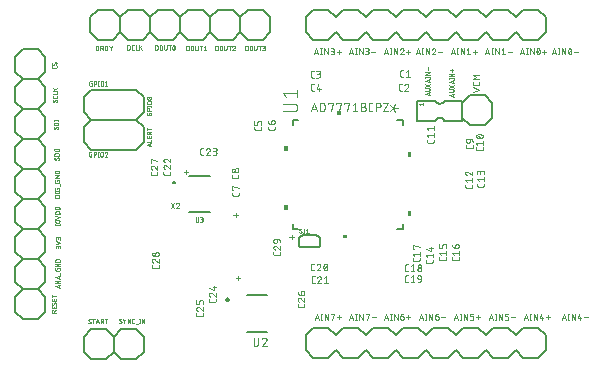
<source format=gbr>
G04 EAGLE Gerber RS-274X export*
G75*
%MOMM*%
%FSLAX34Y34*%
%LPD*%
%INSilkscreen Top*%
%IPPOS*%
%AMOC8*
5,1,8,0,0,1.08239X$1,22.5*%
G01*
%ADD10C,0.025400*%
%ADD11C,0.050800*%
%ADD12C,0.127000*%
%ADD13C,0.200000*%
%ADD14C,0.152400*%
%ADD15C,0.076200*%
%ADD16C,0.203200*%
%ADD17C,0.140000*%

G36*
X398013Y309789D02*
X398013Y309789D01*
X398015Y309788D01*
X398058Y309808D01*
X398102Y309826D01*
X398102Y309828D01*
X398104Y309829D01*
X398137Y309914D01*
X398137Y312454D01*
X398136Y312456D01*
X398137Y312458D01*
X398117Y312501D01*
X398099Y312545D01*
X398097Y312545D01*
X398096Y312547D01*
X398011Y312580D01*
X394201Y312580D01*
X394199Y312579D01*
X394197Y312580D01*
X394154Y312560D01*
X394110Y312542D01*
X394110Y312540D01*
X394108Y312539D01*
X394075Y312454D01*
X394075Y309914D01*
X394076Y309912D01*
X394075Y309910D01*
X394095Y309867D01*
X394113Y309823D01*
X394115Y309823D01*
X394116Y309821D01*
X394201Y309788D01*
X398011Y309788D01*
X398013Y309789D01*
G37*
G36*
X352520Y279296D02*
X352520Y279296D01*
X352522Y279295D01*
X352565Y279315D01*
X352609Y279333D01*
X352609Y279335D01*
X352611Y279336D01*
X352644Y279421D01*
X352644Y283231D01*
X352643Y283233D01*
X352644Y283235D01*
X352624Y283278D01*
X352606Y283322D01*
X352604Y283322D01*
X352603Y283324D01*
X352518Y283357D01*
X349978Y283357D01*
X349976Y283356D01*
X349974Y283357D01*
X349931Y283337D01*
X349887Y283319D01*
X349887Y283317D01*
X349885Y283316D01*
X349852Y283231D01*
X349852Y279421D01*
X349853Y279419D01*
X349852Y279417D01*
X349872Y279374D01*
X349890Y279330D01*
X349892Y279330D01*
X349893Y279328D01*
X349978Y279295D01*
X352518Y279295D01*
X352520Y279296D01*
G37*
G36*
X457236Y274296D02*
X457236Y274296D01*
X457238Y274295D01*
X457281Y274315D01*
X457325Y274333D01*
X457325Y274335D01*
X457327Y274336D01*
X457360Y274421D01*
X457360Y278231D01*
X457359Y278233D01*
X457360Y278235D01*
X457340Y278278D01*
X457322Y278322D01*
X457320Y278322D01*
X457319Y278324D01*
X457234Y278357D01*
X454694Y278357D01*
X454692Y278356D01*
X454690Y278357D01*
X454647Y278337D01*
X454603Y278319D01*
X454603Y278317D01*
X454601Y278316D01*
X454568Y278231D01*
X454568Y274421D01*
X454569Y274419D01*
X454568Y274417D01*
X454588Y274374D01*
X454606Y274330D01*
X454608Y274330D01*
X454609Y274328D01*
X454694Y274295D01*
X457234Y274295D01*
X457236Y274296D01*
G37*
G36*
X352520Y229296D02*
X352520Y229296D01*
X352522Y229295D01*
X352565Y229315D01*
X352609Y229333D01*
X352609Y229335D01*
X352611Y229336D01*
X352644Y229421D01*
X352644Y233231D01*
X352643Y233233D01*
X352644Y233235D01*
X352624Y233278D01*
X352606Y233322D01*
X352604Y233322D01*
X352603Y233324D01*
X352518Y233357D01*
X349978Y233357D01*
X349976Y233356D01*
X349974Y233357D01*
X349931Y233337D01*
X349887Y233319D01*
X349887Y233317D01*
X349885Y233316D01*
X349852Y233231D01*
X349852Y229421D01*
X349853Y229419D01*
X349852Y229417D01*
X349872Y229374D01*
X349890Y229330D01*
X349892Y229330D01*
X349893Y229328D01*
X349978Y229295D01*
X352518Y229295D01*
X352520Y229296D01*
G37*
G36*
X457236Y224296D02*
X457236Y224296D01*
X457238Y224295D01*
X457281Y224315D01*
X457325Y224333D01*
X457325Y224335D01*
X457327Y224336D01*
X457360Y224421D01*
X457360Y228231D01*
X457359Y228233D01*
X457360Y228235D01*
X457340Y228278D01*
X457322Y228322D01*
X457320Y228322D01*
X457319Y228324D01*
X457234Y228357D01*
X454694Y228357D01*
X454692Y228356D01*
X454690Y228357D01*
X454647Y228337D01*
X454603Y228319D01*
X454603Y228317D01*
X454601Y228316D01*
X454568Y228231D01*
X454568Y224421D01*
X454569Y224419D01*
X454568Y224417D01*
X454588Y224374D01*
X454606Y224330D01*
X454608Y224330D01*
X454609Y224328D01*
X454694Y224295D01*
X457234Y224295D01*
X457236Y224296D01*
G37*
G36*
X403013Y205073D02*
X403013Y205073D01*
X403015Y205072D01*
X403058Y205092D01*
X403102Y205110D01*
X403102Y205112D01*
X403104Y205113D01*
X403137Y205198D01*
X403137Y207738D01*
X403136Y207740D01*
X403137Y207742D01*
X403117Y207785D01*
X403099Y207829D01*
X403097Y207829D01*
X403096Y207831D01*
X403011Y207864D01*
X399201Y207864D01*
X399199Y207863D01*
X399197Y207864D01*
X399154Y207844D01*
X399110Y207826D01*
X399110Y207824D01*
X399108Y207823D01*
X399075Y207738D01*
X399075Y205198D01*
X399076Y205196D01*
X399075Y205194D01*
X399095Y205151D01*
X399113Y205107D01*
X399115Y205107D01*
X399116Y205105D01*
X399201Y205072D01*
X403011Y205072D01*
X403013Y205073D01*
G37*
D10*
X156845Y350562D02*
X156845Y349716D01*
X156843Y349658D01*
X156837Y349601D01*
X156827Y349544D01*
X156814Y349487D01*
X156796Y349432D01*
X156775Y349379D01*
X156750Y349326D01*
X156722Y349276D01*
X156690Y349228D01*
X156655Y349181D01*
X156617Y349138D01*
X156576Y349097D01*
X156533Y349059D01*
X156486Y349024D01*
X156438Y348992D01*
X156388Y348964D01*
X156335Y348939D01*
X156282Y348918D01*
X156227Y348900D01*
X156170Y348887D01*
X156113Y348877D01*
X156056Y348871D01*
X155998Y348869D01*
X153882Y348869D01*
X153824Y348871D01*
X153767Y348877D01*
X153710Y348887D01*
X153653Y348900D01*
X153598Y348918D01*
X153545Y348939D01*
X153492Y348964D01*
X153442Y348992D01*
X153394Y349024D01*
X153347Y349059D01*
X153304Y349097D01*
X153263Y349138D01*
X153225Y349181D01*
X153190Y349228D01*
X153158Y349276D01*
X153130Y349326D01*
X153105Y349379D01*
X153084Y349432D01*
X153066Y349487D01*
X153053Y349544D01*
X153043Y349601D01*
X153037Y349658D01*
X153035Y349716D01*
X153035Y350562D01*
X155998Y353922D02*
X156053Y353920D01*
X156109Y353915D01*
X156163Y353906D01*
X156217Y353893D01*
X156270Y353877D01*
X156322Y353858D01*
X156373Y353835D01*
X156422Y353809D01*
X156469Y353779D01*
X156514Y353747D01*
X156556Y353712D01*
X156597Y353674D01*
X156635Y353633D01*
X156670Y353591D01*
X156702Y353546D01*
X156732Y353499D01*
X156758Y353450D01*
X156781Y353399D01*
X156800Y353347D01*
X156816Y353294D01*
X156829Y353240D01*
X156838Y353186D01*
X156843Y353130D01*
X156845Y353075D01*
X156843Y352992D01*
X156837Y352909D01*
X156828Y352827D01*
X156814Y352745D01*
X156797Y352663D01*
X156776Y352583D01*
X156751Y352504D01*
X156723Y352425D01*
X156691Y352349D01*
X156655Y352274D01*
X156617Y352200D01*
X156574Y352129D01*
X156529Y352059D01*
X156480Y351992D01*
X156428Y351927D01*
X156373Y351865D01*
X156316Y351805D01*
X153882Y351910D02*
X153827Y351912D01*
X153771Y351917D01*
X153717Y351926D01*
X153663Y351939D01*
X153610Y351955D01*
X153558Y351974D01*
X153507Y351997D01*
X153459Y352023D01*
X153411Y352053D01*
X153366Y352085D01*
X153324Y352120D01*
X153283Y352158D01*
X153245Y352199D01*
X153210Y352241D01*
X153178Y352286D01*
X153148Y352334D01*
X153122Y352382D01*
X153099Y352433D01*
X153080Y352485D01*
X153064Y352538D01*
X153051Y352592D01*
X153042Y352646D01*
X153037Y352702D01*
X153035Y352757D01*
X153037Y352836D01*
X153043Y352914D01*
X153052Y352992D01*
X153066Y353069D01*
X153083Y353146D01*
X153105Y353222D01*
X153129Y353296D01*
X153158Y353370D01*
X153190Y353441D01*
X153226Y353511D01*
X153265Y353580D01*
X153307Y353646D01*
X153353Y353710D01*
X154623Y352333D02*
X154593Y352286D01*
X154560Y352241D01*
X154524Y352198D01*
X154486Y352158D01*
X154445Y352120D01*
X154402Y352085D01*
X154356Y352053D01*
X154309Y352023D01*
X154259Y351997D01*
X154208Y351974D01*
X154156Y351955D01*
X154103Y351939D01*
X154048Y351926D01*
X153993Y351917D01*
X153938Y351912D01*
X153882Y351910D01*
X155257Y353498D02*
X155287Y353545D01*
X155320Y353590D01*
X155356Y353633D01*
X155394Y353673D01*
X155435Y353711D01*
X155478Y353746D01*
X155524Y353778D01*
X155571Y353808D01*
X155621Y353834D01*
X155672Y353857D01*
X155724Y353876D01*
X155777Y353892D01*
X155832Y353905D01*
X155887Y353914D01*
X155942Y353919D01*
X155998Y353921D01*
X155258Y353498D02*
X154623Y352334D01*
X156506Y322284D02*
X156561Y322282D01*
X156617Y322277D01*
X156671Y322268D01*
X156725Y322255D01*
X156778Y322239D01*
X156830Y322220D01*
X156881Y322197D01*
X156930Y322171D01*
X156977Y322141D01*
X157022Y322109D01*
X157064Y322074D01*
X157105Y322036D01*
X157143Y321995D01*
X157178Y321953D01*
X157210Y321908D01*
X157240Y321861D01*
X157266Y321812D01*
X157289Y321761D01*
X157308Y321709D01*
X157324Y321656D01*
X157337Y321602D01*
X157346Y321548D01*
X157351Y321492D01*
X157353Y321437D01*
X157351Y321354D01*
X157345Y321271D01*
X157336Y321189D01*
X157322Y321107D01*
X157305Y321025D01*
X157284Y320945D01*
X157259Y320866D01*
X157231Y320787D01*
X157199Y320711D01*
X157163Y320636D01*
X157125Y320562D01*
X157082Y320491D01*
X157037Y320421D01*
X156988Y320354D01*
X156936Y320289D01*
X156881Y320227D01*
X156824Y320167D01*
X154390Y320273D02*
X154335Y320275D01*
X154279Y320280D01*
X154225Y320289D01*
X154171Y320302D01*
X154118Y320318D01*
X154066Y320337D01*
X154015Y320360D01*
X153967Y320386D01*
X153919Y320416D01*
X153874Y320448D01*
X153832Y320483D01*
X153791Y320521D01*
X153753Y320562D01*
X153718Y320604D01*
X153686Y320649D01*
X153656Y320697D01*
X153630Y320745D01*
X153607Y320796D01*
X153588Y320848D01*
X153572Y320901D01*
X153559Y320955D01*
X153550Y321009D01*
X153545Y321065D01*
X153543Y321120D01*
X153545Y321199D01*
X153551Y321277D01*
X153560Y321355D01*
X153574Y321432D01*
X153591Y321509D01*
X153613Y321585D01*
X153637Y321659D01*
X153666Y321733D01*
X153698Y321804D01*
X153734Y321874D01*
X153773Y321943D01*
X153815Y322009D01*
X153861Y322073D01*
X155131Y320696D02*
X155101Y320649D01*
X155068Y320604D01*
X155032Y320561D01*
X154994Y320521D01*
X154953Y320483D01*
X154910Y320448D01*
X154864Y320416D01*
X154817Y320386D01*
X154767Y320360D01*
X154716Y320337D01*
X154664Y320318D01*
X154611Y320302D01*
X154556Y320289D01*
X154501Y320280D01*
X154446Y320275D01*
X154390Y320273D01*
X155765Y321861D02*
X155795Y321908D01*
X155828Y321953D01*
X155864Y321996D01*
X155902Y322036D01*
X155943Y322074D01*
X155986Y322109D01*
X156032Y322141D01*
X156079Y322171D01*
X156129Y322197D01*
X156180Y322220D01*
X156232Y322239D01*
X156285Y322255D01*
X156340Y322268D01*
X156395Y322277D01*
X156450Y322282D01*
X156506Y322284D01*
X155766Y321860D02*
X155131Y320696D01*
X157353Y324540D02*
X157353Y325387D01*
X157353Y324540D02*
X157351Y324482D01*
X157345Y324425D01*
X157335Y324368D01*
X157322Y324311D01*
X157304Y324256D01*
X157283Y324203D01*
X157258Y324150D01*
X157230Y324100D01*
X157198Y324052D01*
X157163Y324005D01*
X157125Y323962D01*
X157084Y323921D01*
X157041Y323883D01*
X156994Y323848D01*
X156946Y323816D01*
X156896Y323788D01*
X156843Y323763D01*
X156790Y323742D01*
X156735Y323724D01*
X156678Y323711D01*
X156621Y323701D01*
X156564Y323695D01*
X156506Y323693D01*
X154390Y323693D01*
X154332Y323695D01*
X154275Y323701D01*
X154218Y323711D01*
X154161Y323724D01*
X154106Y323742D01*
X154053Y323763D01*
X154000Y323788D01*
X153950Y323816D01*
X153902Y323848D01*
X153855Y323883D01*
X153812Y323921D01*
X153771Y323962D01*
X153733Y324005D01*
X153698Y324052D01*
X153666Y324100D01*
X153638Y324150D01*
X153613Y324203D01*
X153592Y324256D01*
X153574Y324311D01*
X153561Y324368D01*
X153551Y324425D01*
X153545Y324482D01*
X153543Y324540D01*
X153543Y325387D01*
X153543Y326879D02*
X157353Y326879D01*
X157353Y328572D01*
X157353Y330091D02*
X153543Y330091D01*
X153543Y332207D02*
X155871Y330091D01*
X155025Y330937D02*
X157353Y332207D01*
X157268Y299424D02*
X157323Y299422D01*
X157379Y299417D01*
X157433Y299408D01*
X157487Y299395D01*
X157540Y299379D01*
X157592Y299360D01*
X157643Y299337D01*
X157692Y299311D01*
X157739Y299281D01*
X157784Y299249D01*
X157826Y299214D01*
X157867Y299176D01*
X157905Y299135D01*
X157940Y299093D01*
X157972Y299048D01*
X158002Y299001D01*
X158028Y298952D01*
X158051Y298901D01*
X158070Y298849D01*
X158086Y298796D01*
X158099Y298742D01*
X158108Y298688D01*
X158113Y298632D01*
X158115Y298577D01*
X158113Y298494D01*
X158107Y298411D01*
X158098Y298329D01*
X158084Y298247D01*
X158067Y298165D01*
X158046Y298085D01*
X158021Y298006D01*
X157993Y297927D01*
X157961Y297851D01*
X157925Y297776D01*
X157887Y297702D01*
X157844Y297631D01*
X157799Y297561D01*
X157750Y297494D01*
X157698Y297429D01*
X157643Y297367D01*
X157586Y297307D01*
X155152Y297413D02*
X155097Y297415D01*
X155041Y297420D01*
X154987Y297429D01*
X154933Y297442D01*
X154880Y297458D01*
X154828Y297477D01*
X154777Y297500D01*
X154729Y297526D01*
X154681Y297556D01*
X154636Y297588D01*
X154594Y297623D01*
X154553Y297661D01*
X154515Y297702D01*
X154480Y297744D01*
X154448Y297789D01*
X154418Y297837D01*
X154392Y297885D01*
X154369Y297936D01*
X154350Y297988D01*
X154334Y298041D01*
X154321Y298095D01*
X154312Y298149D01*
X154307Y298205D01*
X154305Y298260D01*
X154307Y298339D01*
X154313Y298417D01*
X154322Y298495D01*
X154336Y298572D01*
X154353Y298649D01*
X154375Y298725D01*
X154399Y298799D01*
X154428Y298873D01*
X154460Y298944D01*
X154496Y299014D01*
X154535Y299083D01*
X154577Y299149D01*
X154623Y299213D01*
X155893Y297836D02*
X155863Y297789D01*
X155830Y297744D01*
X155794Y297701D01*
X155756Y297661D01*
X155715Y297623D01*
X155672Y297588D01*
X155626Y297556D01*
X155579Y297526D01*
X155529Y297500D01*
X155478Y297477D01*
X155426Y297458D01*
X155373Y297442D01*
X155318Y297429D01*
X155263Y297420D01*
X155208Y297415D01*
X155152Y297413D01*
X156527Y299001D02*
X156557Y299048D01*
X156590Y299093D01*
X156626Y299136D01*
X156664Y299176D01*
X156705Y299214D01*
X156748Y299249D01*
X156794Y299281D01*
X156841Y299311D01*
X156891Y299337D01*
X156942Y299360D01*
X156994Y299379D01*
X157047Y299395D01*
X157102Y299408D01*
X157157Y299417D01*
X157212Y299422D01*
X157268Y299424D01*
X156528Y299000D02*
X155893Y297836D01*
X154305Y300965D02*
X158115Y300965D01*
X154305Y300965D02*
X154305Y302023D01*
X154307Y302087D01*
X154313Y302151D01*
X154322Y302214D01*
X154336Y302276D01*
X154353Y302338D01*
X154374Y302398D01*
X154398Y302457D01*
X154426Y302515D01*
X154458Y302570D01*
X154492Y302624D01*
X154530Y302675D01*
X154571Y302725D01*
X154615Y302771D01*
X154661Y302815D01*
X154711Y302856D01*
X154762Y302894D01*
X154816Y302928D01*
X154871Y302960D01*
X154929Y302988D01*
X154988Y303012D01*
X155048Y303033D01*
X155110Y303050D01*
X155172Y303064D01*
X155236Y303073D01*
X155299Y303079D01*
X155363Y303081D01*
X157057Y303081D01*
X157121Y303079D01*
X157185Y303073D01*
X157248Y303064D01*
X157310Y303050D01*
X157372Y303033D01*
X157432Y303012D01*
X157491Y302988D01*
X157549Y302960D01*
X157604Y302928D01*
X157658Y302894D01*
X157709Y302856D01*
X157759Y302815D01*
X157805Y302771D01*
X157849Y302725D01*
X157890Y302675D01*
X157928Y302624D01*
X157962Y302570D01*
X157994Y302515D01*
X158022Y302457D01*
X158046Y302398D01*
X158067Y302338D01*
X158084Y302276D01*
X158098Y302214D01*
X158107Y302151D01*
X158113Y302087D01*
X158115Y302023D01*
X158115Y300965D01*
X158115Y305071D02*
X154305Y305071D01*
X158115Y304648D02*
X158115Y305494D01*
X154305Y305494D02*
X154305Y304648D01*
X158005Y273491D02*
X158060Y273489D01*
X158116Y273484D01*
X158170Y273475D01*
X158224Y273462D01*
X158277Y273446D01*
X158329Y273427D01*
X158380Y273404D01*
X158429Y273378D01*
X158476Y273348D01*
X158521Y273316D01*
X158563Y273281D01*
X158604Y273243D01*
X158642Y273202D01*
X158677Y273160D01*
X158709Y273115D01*
X158739Y273068D01*
X158765Y273019D01*
X158788Y272968D01*
X158807Y272916D01*
X158823Y272863D01*
X158836Y272809D01*
X158845Y272755D01*
X158850Y272699D01*
X158852Y272644D01*
X158850Y272561D01*
X158844Y272478D01*
X158835Y272396D01*
X158821Y272314D01*
X158804Y272232D01*
X158783Y272152D01*
X158758Y272073D01*
X158730Y271994D01*
X158698Y271918D01*
X158662Y271843D01*
X158624Y271769D01*
X158581Y271698D01*
X158536Y271628D01*
X158487Y271561D01*
X158435Y271496D01*
X158380Y271434D01*
X158323Y271374D01*
X155888Y271479D02*
X155833Y271481D01*
X155777Y271486D01*
X155723Y271495D01*
X155669Y271508D01*
X155616Y271524D01*
X155564Y271543D01*
X155513Y271566D01*
X155465Y271592D01*
X155417Y271622D01*
X155372Y271654D01*
X155330Y271689D01*
X155289Y271727D01*
X155251Y271768D01*
X155216Y271810D01*
X155184Y271855D01*
X155154Y271903D01*
X155128Y271951D01*
X155105Y272002D01*
X155086Y272054D01*
X155070Y272107D01*
X155057Y272161D01*
X155048Y272215D01*
X155043Y272271D01*
X155041Y272326D01*
X155043Y272405D01*
X155049Y272483D01*
X155058Y272561D01*
X155072Y272638D01*
X155089Y272715D01*
X155111Y272791D01*
X155135Y272865D01*
X155164Y272939D01*
X155196Y273010D01*
X155232Y273080D01*
X155271Y273149D01*
X155313Y273215D01*
X155359Y273279D01*
X156629Y271902D02*
X156599Y271855D01*
X156566Y271810D01*
X156530Y271767D01*
X156492Y271727D01*
X156451Y271689D01*
X156408Y271654D01*
X156362Y271622D01*
X156315Y271592D01*
X156265Y271566D01*
X156214Y271543D01*
X156162Y271524D01*
X156109Y271508D01*
X156054Y271495D01*
X155999Y271486D01*
X155944Y271481D01*
X155888Y271479D01*
X157264Y273067D02*
X157294Y273114D01*
X157327Y273159D01*
X157363Y273202D01*
X157401Y273242D01*
X157442Y273280D01*
X157485Y273315D01*
X157531Y273347D01*
X157578Y273377D01*
X157628Y273403D01*
X157679Y273426D01*
X157731Y273445D01*
X157784Y273461D01*
X157839Y273474D01*
X157894Y273483D01*
X157949Y273488D01*
X158005Y273490D01*
X157264Y273067D02*
X156629Y271903D01*
X155042Y275031D02*
X158852Y275031D01*
X155042Y275031D02*
X155042Y276089D01*
X155044Y276153D01*
X155050Y276217D01*
X155059Y276280D01*
X155073Y276342D01*
X155090Y276404D01*
X155111Y276464D01*
X155135Y276523D01*
X155163Y276581D01*
X155195Y276636D01*
X155229Y276690D01*
X155267Y276741D01*
X155308Y276791D01*
X155352Y276837D01*
X155398Y276881D01*
X155448Y276922D01*
X155499Y276960D01*
X155553Y276994D01*
X155608Y277026D01*
X155666Y277054D01*
X155725Y277078D01*
X155785Y277099D01*
X155847Y277116D01*
X155909Y277130D01*
X155973Y277139D01*
X156036Y277145D01*
X156100Y277147D01*
X156100Y277148D02*
X157793Y277148D01*
X157793Y277147D02*
X157857Y277145D01*
X157921Y277139D01*
X157984Y277130D01*
X158046Y277116D01*
X158108Y277099D01*
X158168Y277078D01*
X158227Y277054D01*
X158285Y277026D01*
X158340Y276994D01*
X158394Y276960D01*
X158445Y276922D01*
X158495Y276881D01*
X158541Y276837D01*
X158585Y276791D01*
X158626Y276741D01*
X158664Y276690D01*
X158698Y276636D01*
X158730Y276581D01*
X158758Y276523D01*
X158782Y276464D01*
X158803Y276404D01*
X158820Y276342D01*
X158834Y276280D01*
X158843Y276217D01*
X158849Y276153D01*
X158851Y276089D01*
X158852Y276089D02*
X158852Y275031D01*
X157793Y278811D02*
X156100Y278811D01*
X156036Y278813D01*
X155972Y278819D01*
X155909Y278828D01*
X155847Y278842D01*
X155785Y278859D01*
X155725Y278880D01*
X155666Y278904D01*
X155608Y278932D01*
X155553Y278964D01*
X155499Y278998D01*
X155448Y279036D01*
X155398Y279077D01*
X155352Y279121D01*
X155308Y279167D01*
X155267Y279217D01*
X155229Y279268D01*
X155195Y279322D01*
X155163Y279377D01*
X155135Y279435D01*
X155111Y279494D01*
X155090Y279554D01*
X155073Y279616D01*
X155059Y279678D01*
X155050Y279741D01*
X155044Y279805D01*
X155042Y279869D01*
X155044Y279933D01*
X155050Y279997D01*
X155059Y280060D01*
X155073Y280122D01*
X155090Y280184D01*
X155111Y280244D01*
X155135Y280303D01*
X155163Y280361D01*
X155195Y280416D01*
X155229Y280470D01*
X155267Y280521D01*
X155308Y280571D01*
X155352Y280617D01*
X155398Y280661D01*
X155448Y280702D01*
X155499Y280740D01*
X155553Y280774D01*
X155608Y280806D01*
X155666Y280834D01*
X155725Y280858D01*
X155785Y280879D01*
X155847Y280896D01*
X155909Y280910D01*
X155972Y280919D01*
X156036Y280925D01*
X156100Y280927D01*
X157793Y280927D01*
X157857Y280925D01*
X157921Y280919D01*
X157984Y280910D01*
X158046Y280896D01*
X158108Y280879D01*
X158168Y280858D01*
X158227Y280834D01*
X158285Y280806D01*
X158340Y280774D01*
X158394Y280740D01*
X158445Y280702D01*
X158495Y280661D01*
X158541Y280617D01*
X158585Y280571D01*
X158626Y280521D01*
X158664Y280470D01*
X158698Y280416D01*
X158730Y280361D01*
X158758Y280303D01*
X158782Y280244D01*
X158803Y280184D01*
X158820Y280122D01*
X158834Y280060D01*
X158843Y279997D01*
X158849Y279933D01*
X158851Y279869D01*
X158849Y279805D01*
X158843Y279741D01*
X158834Y279678D01*
X158820Y279616D01*
X158803Y279554D01*
X158782Y279494D01*
X158758Y279435D01*
X158730Y279377D01*
X158698Y279322D01*
X158664Y279268D01*
X158626Y279217D01*
X158585Y279167D01*
X158541Y279121D01*
X158495Y279077D01*
X158445Y279036D01*
X158394Y278998D01*
X158340Y278964D01*
X158285Y278932D01*
X158227Y278904D01*
X158168Y278880D01*
X158108Y278859D01*
X158046Y278842D01*
X157984Y278828D01*
X157921Y278819D01*
X157857Y278813D01*
X157793Y278811D01*
X159131Y239319D02*
X155321Y239319D01*
X155321Y240377D01*
X155323Y240441D01*
X155329Y240505D01*
X155338Y240568D01*
X155352Y240630D01*
X155369Y240692D01*
X155390Y240752D01*
X155414Y240811D01*
X155442Y240869D01*
X155474Y240924D01*
X155508Y240978D01*
X155546Y241029D01*
X155587Y241079D01*
X155631Y241125D01*
X155677Y241169D01*
X155727Y241210D01*
X155778Y241248D01*
X155832Y241282D01*
X155887Y241314D01*
X155945Y241342D01*
X156004Y241366D01*
X156064Y241387D01*
X156126Y241404D01*
X156188Y241418D01*
X156252Y241427D01*
X156315Y241433D01*
X156379Y241435D01*
X158073Y241435D01*
X158137Y241433D01*
X158201Y241427D01*
X158264Y241418D01*
X158326Y241404D01*
X158388Y241387D01*
X158448Y241366D01*
X158507Y241342D01*
X158565Y241314D01*
X158620Y241282D01*
X158674Y241248D01*
X158725Y241210D01*
X158775Y241169D01*
X158821Y241125D01*
X158865Y241079D01*
X158906Y241029D01*
X158944Y240978D01*
X158978Y240924D01*
X159010Y240869D01*
X159038Y240811D01*
X159062Y240752D01*
X159083Y240692D01*
X159100Y240630D01*
X159114Y240568D01*
X159123Y240505D01*
X159129Y240441D01*
X159131Y240377D01*
X159131Y239319D01*
X159131Y243425D02*
X155321Y243425D01*
X159131Y243002D02*
X159131Y243848D01*
X155321Y243848D02*
X155321Y243002D01*
X157014Y246896D02*
X157014Y247531D01*
X159131Y247531D01*
X159131Y246261D01*
X159129Y246203D01*
X159123Y246146D01*
X159113Y246089D01*
X159100Y246032D01*
X159082Y245977D01*
X159061Y245924D01*
X159036Y245871D01*
X159008Y245821D01*
X158976Y245773D01*
X158941Y245726D01*
X158903Y245683D01*
X158862Y245642D01*
X158819Y245604D01*
X158772Y245569D01*
X158724Y245537D01*
X158674Y245509D01*
X158621Y245484D01*
X158568Y245463D01*
X158513Y245445D01*
X158456Y245432D01*
X158399Y245422D01*
X158342Y245416D01*
X158284Y245414D01*
X158284Y245415D02*
X156168Y245415D01*
X156168Y245414D02*
X156110Y245416D01*
X156053Y245422D01*
X155996Y245432D01*
X155939Y245445D01*
X155884Y245463D01*
X155831Y245484D01*
X155778Y245509D01*
X155728Y245537D01*
X155680Y245569D01*
X155633Y245604D01*
X155590Y245642D01*
X155549Y245683D01*
X155511Y245726D01*
X155476Y245773D01*
X155444Y245821D01*
X155416Y245871D01*
X155391Y245924D01*
X155370Y245977D01*
X155352Y246032D01*
X155339Y246089D01*
X155329Y246146D01*
X155323Y246203D01*
X155321Y246261D01*
X155321Y247531D01*
X159554Y249040D02*
X159554Y250733D01*
X157014Y253724D02*
X157014Y254359D01*
X159131Y254359D01*
X159131Y253089D01*
X159129Y253031D01*
X159123Y252974D01*
X159113Y252917D01*
X159100Y252860D01*
X159082Y252805D01*
X159061Y252752D01*
X159036Y252699D01*
X159008Y252649D01*
X158976Y252601D01*
X158941Y252554D01*
X158903Y252511D01*
X158862Y252470D01*
X158819Y252432D01*
X158772Y252397D01*
X158724Y252365D01*
X158674Y252337D01*
X158621Y252312D01*
X158568Y252291D01*
X158513Y252273D01*
X158456Y252260D01*
X158399Y252250D01*
X158342Y252244D01*
X158284Y252242D01*
X156168Y252242D01*
X156110Y252244D01*
X156053Y252250D01*
X155996Y252260D01*
X155939Y252273D01*
X155884Y252291D01*
X155831Y252312D01*
X155778Y252337D01*
X155728Y252365D01*
X155680Y252397D01*
X155633Y252432D01*
X155590Y252470D01*
X155549Y252511D01*
X155511Y252554D01*
X155476Y252601D01*
X155444Y252649D01*
X155416Y252699D01*
X155391Y252752D01*
X155370Y252805D01*
X155352Y252860D01*
X155339Y252917D01*
X155329Y252974D01*
X155323Y253031D01*
X155321Y253089D01*
X155321Y254359D01*
X155321Y256144D02*
X159131Y256144D01*
X159131Y258260D02*
X155321Y256144D01*
X155321Y258260D02*
X159131Y258260D01*
X159131Y260045D02*
X155321Y260045D01*
X155321Y261103D01*
X155323Y261167D01*
X155329Y261231D01*
X155338Y261294D01*
X155352Y261356D01*
X155369Y261418D01*
X155390Y261478D01*
X155414Y261537D01*
X155442Y261595D01*
X155474Y261650D01*
X155508Y261704D01*
X155546Y261755D01*
X155587Y261805D01*
X155631Y261851D01*
X155677Y261895D01*
X155727Y261936D01*
X155778Y261974D01*
X155832Y262008D01*
X155887Y262040D01*
X155945Y262068D01*
X156004Y262092D01*
X156064Y262113D01*
X156126Y262130D01*
X156188Y262144D01*
X156252Y262153D01*
X156315Y262159D01*
X156379Y262161D01*
X156379Y262162D02*
X158073Y262162D01*
X158073Y262161D02*
X158137Y262159D01*
X158201Y262153D01*
X158264Y262144D01*
X158326Y262130D01*
X158388Y262113D01*
X158448Y262092D01*
X158507Y262068D01*
X158565Y262040D01*
X158620Y262008D01*
X158674Y261974D01*
X158725Y261936D01*
X158775Y261895D01*
X158821Y261851D01*
X158865Y261805D01*
X158906Y261755D01*
X158944Y261704D01*
X158978Y261650D01*
X159010Y261595D01*
X159038Y261537D01*
X159062Y261478D01*
X159083Y261418D01*
X159100Y261356D01*
X159114Y261294D01*
X159123Y261231D01*
X159129Y261167D01*
X159131Y261103D01*
X159131Y260045D01*
X159385Y216450D02*
X155575Y216450D01*
X159385Y216027D02*
X159385Y216874D01*
X155575Y216874D02*
X155575Y216027D01*
X156633Y218318D02*
X158327Y218318D01*
X156633Y218318D02*
X156569Y218320D01*
X156505Y218326D01*
X156442Y218335D01*
X156380Y218349D01*
X156318Y218366D01*
X156258Y218387D01*
X156199Y218411D01*
X156141Y218439D01*
X156086Y218471D01*
X156032Y218505D01*
X155981Y218543D01*
X155931Y218584D01*
X155885Y218628D01*
X155841Y218674D01*
X155800Y218724D01*
X155762Y218775D01*
X155728Y218829D01*
X155696Y218884D01*
X155668Y218942D01*
X155644Y219001D01*
X155623Y219061D01*
X155606Y219123D01*
X155592Y219185D01*
X155583Y219248D01*
X155577Y219312D01*
X155575Y219376D01*
X155577Y219440D01*
X155583Y219504D01*
X155592Y219567D01*
X155606Y219629D01*
X155623Y219691D01*
X155644Y219751D01*
X155668Y219810D01*
X155696Y219868D01*
X155728Y219923D01*
X155762Y219977D01*
X155800Y220028D01*
X155841Y220078D01*
X155885Y220124D01*
X155931Y220168D01*
X155981Y220209D01*
X156032Y220247D01*
X156086Y220281D01*
X156141Y220313D01*
X156199Y220341D01*
X156258Y220365D01*
X156318Y220386D01*
X156380Y220403D01*
X156442Y220417D01*
X156505Y220426D01*
X156569Y220432D01*
X156633Y220434D01*
X156633Y220435D02*
X158327Y220435D01*
X158327Y220434D02*
X158391Y220432D01*
X158455Y220426D01*
X158518Y220417D01*
X158580Y220403D01*
X158642Y220386D01*
X158702Y220365D01*
X158761Y220341D01*
X158819Y220313D01*
X158874Y220281D01*
X158928Y220247D01*
X158979Y220209D01*
X159029Y220168D01*
X159075Y220124D01*
X159119Y220078D01*
X159160Y220028D01*
X159198Y219977D01*
X159232Y219923D01*
X159264Y219868D01*
X159292Y219810D01*
X159316Y219751D01*
X159337Y219691D01*
X159354Y219629D01*
X159368Y219567D01*
X159377Y219504D01*
X159383Y219440D01*
X159385Y219376D01*
X159383Y219312D01*
X159377Y219248D01*
X159368Y219185D01*
X159354Y219123D01*
X159337Y219061D01*
X159316Y219001D01*
X159292Y218942D01*
X159264Y218884D01*
X159232Y218829D01*
X159198Y218775D01*
X159160Y218724D01*
X159119Y218674D01*
X159075Y218628D01*
X159029Y218584D01*
X158979Y218543D01*
X158928Y218505D01*
X158874Y218471D01*
X158819Y218439D01*
X158761Y218411D01*
X158702Y218387D01*
X158642Y218366D01*
X158580Y218349D01*
X158518Y218335D01*
X158455Y218326D01*
X158391Y218320D01*
X158327Y218318D01*
X155575Y221764D02*
X159385Y223034D01*
X155575Y224304D01*
X155575Y225755D02*
X159385Y225755D01*
X155575Y225755D02*
X155575Y226813D01*
X155577Y226877D01*
X155583Y226941D01*
X155592Y227004D01*
X155606Y227066D01*
X155623Y227128D01*
X155644Y227188D01*
X155668Y227247D01*
X155696Y227305D01*
X155728Y227360D01*
X155762Y227414D01*
X155800Y227465D01*
X155841Y227515D01*
X155885Y227561D01*
X155931Y227605D01*
X155981Y227646D01*
X156032Y227684D01*
X156086Y227718D01*
X156141Y227750D01*
X156199Y227778D01*
X156258Y227802D01*
X156318Y227823D01*
X156380Y227840D01*
X156442Y227854D01*
X156506Y227863D01*
X156569Y227869D01*
X156633Y227871D01*
X156633Y227872D02*
X158327Y227872D01*
X158327Y227871D02*
X158391Y227869D01*
X158455Y227863D01*
X158518Y227854D01*
X158580Y227840D01*
X158642Y227823D01*
X158702Y227802D01*
X158761Y227778D01*
X158819Y227750D01*
X158874Y227718D01*
X158928Y227684D01*
X158979Y227646D01*
X159029Y227605D01*
X159075Y227561D01*
X159119Y227515D01*
X159160Y227465D01*
X159198Y227414D01*
X159232Y227360D01*
X159264Y227305D01*
X159292Y227247D01*
X159316Y227188D01*
X159337Y227128D01*
X159354Y227066D01*
X159368Y227004D01*
X159377Y226941D01*
X159383Y226877D01*
X159385Y226813D01*
X159385Y225755D01*
X159385Y229657D02*
X155575Y229657D01*
X155575Y230715D01*
X155577Y230779D01*
X155583Y230843D01*
X155592Y230906D01*
X155606Y230968D01*
X155623Y231030D01*
X155644Y231090D01*
X155668Y231149D01*
X155696Y231207D01*
X155728Y231262D01*
X155762Y231316D01*
X155800Y231367D01*
X155841Y231417D01*
X155885Y231463D01*
X155931Y231507D01*
X155981Y231548D01*
X156032Y231586D01*
X156086Y231620D01*
X156141Y231652D01*
X156199Y231680D01*
X156258Y231704D01*
X156318Y231725D01*
X156380Y231742D01*
X156442Y231756D01*
X156506Y231765D01*
X156569Y231771D01*
X156633Y231773D01*
X158327Y231773D01*
X158391Y231771D01*
X158455Y231765D01*
X158518Y231756D01*
X158580Y231742D01*
X158642Y231725D01*
X158702Y231704D01*
X158761Y231680D01*
X158819Y231652D01*
X158874Y231620D01*
X158928Y231586D01*
X158979Y231548D01*
X159029Y231507D01*
X159075Y231463D01*
X159119Y231417D01*
X159160Y231367D01*
X159198Y231316D01*
X159232Y231262D01*
X159264Y231207D01*
X159292Y231149D01*
X159316Y231090D01*
X159337Y231030D01*
X159354Y230968D01*
X159368Y230906D01*
X159377Y230843D01*
X159383Y230779D01*
X159385Y230715D01*
X159385Y229657D01*
X160147Y197781D02*
X160147Y196723D01*
X160147Y197781D02*
X160145Y197845D01*
X160139Y197909D01*
X160130Y197972D01*
X160116Y198034D01*
X160099Y198096D01*
X160078Y198156D01*
X160054Y198215D01*
X160026Y198273D01*
X159994Y198328D01*
X159960Y198382D01*
X159922Y198433D01*
X159881Y198483D01*
X159837Y198529D01*
X159791Y198573D01*
X159741Y198614D01*
X159690Y198652D01*
X159636Y198686D01*
X159581Y198718D01*
X159523Y198746D01*
X159464Y198770D01*
X159404Y198791D01*
X159342Y198808D01*
X159280Y198822D01*
X159217Y198831D01*
X159153Y198837D01*
X159089Y198839D01*
X159025Y198837D01*
X158961Y198831D01*
X158898Y198822D01*
X158836Y198808D01*
X158774Y198791D01*
X158714Y198770D01*
X158655Y198746D01*
X158597Y198718D01*
X158542Y198686D01*
X158488Y198652D01*
X158437Y198614D01*
X158387Y198573D01*
X158341Y198529D01*
X158297Y198483D01*
X158256Y198433D01*
X158218Y198382D01*
X158184Y198328D01*
X158152Y198273D01*
X158124Y198215D01*
X158100Y198156D01*
X158079Y198096D01*
X158062Y198034D01*
X158048Y197972D01*
X158039Y197909D01*
X158033Y197845D01*
X158031Y197781D01*
X156337Y197993D02*
X156337Y196723D01*
X156337Y197993D02*
X156339Y198050D01*
X156345Y198106D01*
X156354Y198162D01*
X156367Y198217D01*
X156384Y198271D01*
X156404Y198324D01*
X156428Y198375D01*
X156455Y198425D01*
X156486Y198472D01*
X156519Y198518D01*
X156556Y198561D01*
X156595Y198602D01*
X156637Y198640D01*
X156682Y198675D01*
X156728Y198707D01*
X156777Y198736D01*
X156827Y198761D01*
X156880Y198783D01*
X156933Y198802D01*
X156988Y198817D01*
X157043Y198828D01*
X157099Y198836D01*
X157156Y198840D01*
X157212Y198840D01*
X157269Y198836D01*
X157325Y198828D01*
X157380Y198817D01*
X157435Y198802D01*
X157488Y198783D01*
X157541Y198761D01*
X157591Y198736D01*
X157640Y198707D01*
X157686Y198675D01*
X157731Y198640D01*
X157773Y198602D01*
X157812Y198561D01*
X157849Y198518D01*
X157882Y198472D01*
X157913Y198425D01*
X157940Y198375D01*
X157964Y198324D01*
X157984Y198271D01*
X158001Y198217D01*
X158014Y198162D01*
X158023Y198106D01*
X158029Y198050D01*
X158031Y197993D01*
X158030Y197993D02*
X158030Y197146D01*
X156337Y200169D02*
X160147Y201439D01*
X156337Y202709D01*
X160147Y204038D02*
X160147Y205096D01*
X160145Y205160D01*
X160139Y205224D01*
X160130Y205287D01*
X160116Y205349D01*
X160099Y205411D01*
X160078Y205471D01*
X160054Y205530D01*
X160026Y205588D01*
X159994Y205643D01*
X159960Y205697D01*
X159922Y205748D01*
X159881Y205798D01*
X159837Y205844D01*
X159791Y205888D01*
X159741Y205929D01*
X159690Y205967D01*
X159636Y206001D01*
X159581Y206033D01*
X159523Y206061D01*
X159464Y206085D01*
X159404Y206106D01*
X159342Y206123D01*
X159280Y206137D01*
X159217Y206146D01*
X159153Y206152D01*
X159089Y206154D01*
X159025Y206152D01*
X158961Y206146D01*
X158898Y206137D01*
X158836Y206123D01*
X158774Y206106D01*
X158714Y206085D01*
X158655Y206061D01*
X158597Y206033D01*
X158542Y206001D01*
X158488Y205967D01*
X158437Y205929D01*
X158387Y205888D01*
X158341Y205844D01*
X158297Y205798D01*
X158256Y205748D01*
X158218Y205697D01*
X158184Y205643D01*
X158152Y205588D01*
X158124Y205530D01*
X158100Y205471D01*
X158079Y205411D01*
X158062Y205349D01*
X158048Y205287D01*
X158039Y205224D01*
X158033Y205160D01*
X158031Y205096D01*
X156337Y205308D02*
X156337Y204038D01*
X156337Y205308D02*
X156339Y205365D01*
X156345Y205421D01*
X156354Y205477D01*
X156367Y205532D01*
X156384Y205586D01*
X156404Y205639D01*
X156428Y205690D01*
X156455Y205740D01*
X156486Y205787D01*
X156519Y205833D01*
X156556Y205876D01*
X156595Y205917D01*
X156637Y205955D01*
X156682Y205990D01*
X156728Y206022D01*
X156777Y206051D01*
X156827Y206076D01*
X156880Y206098D01*
X156933Y206117D01*
X156988Y206132D01*
X157043Y206143D01*
X157099Y206151D01*
X157156Y206155D01*
X157212Y206155D01*
X157269Y206151D01*
X157325Y206143D01*
X157380Y206132D01*
X157435Y206117D01*
X157488Y206098D01*
X157541Y206076D01*
X157591Y206051D01*
X157640Y206022D01*
X157686Y205990D01*
X157731Y205955D01*
X157773Y205917D01*
X157812Y205876D01*
X157849Y205833D01*
X157882Y205787D01*
X157913Y205740D01*
X157940Y205690D01*
X157964Y205639D01*
X157984Y205586D01*
X158001Y205532D01*
X158014Y205477D01*
X158023Y205421D01*
X158029Y205365D01*
X158031Y205308D01*
X158030Y205308D02*
X158030Y204461D01*
X155829Y164363D02*
X159639Y163093D01*
X159639Y165633D02*
X155829Y164363D01*
X158687Y165316D02*
X158687Y163411D01*
X159639Y167085D02*
X155829Y167085D01*
X159639Y169201D01*
X155829Y169201D01*
X155829Y171922D02*
X159639Y170652D01*
X159639Y173192D02*
X155829Y171922D01*
X158687Y172875D02*
X158687Y170970D01*
X160062Y174368D02*
X160062Y176061D01*
X157522Y179051D02*
X157522Y179686D01*
X159639Y179686D01*
X159639Y178416D01*
X159637Y178358D01*
X159631Y178301D01*
X159621Y178244D01*
X159608Y178187D01*
X159590Y178132D01*
X159569Y178079D01*
X159544Y178026D01*
X159516Y177976D01*
X159484Y177928D01*
X159449Y177881D01*
X159411Y177838D01*
X159370Y177797D01*
X159327Y177759D01*
X159280Y177724D01*
X159232Y177692D01*
X159182Y177664D01*
X159129Y177639D01*
X159076Y177618D01*
X159021Y177600D01*
X158964Y177587D01*
X158907Y177577D01*
X158850Y177571D01*
X158792Y177569D01*
X158792Y177570D02*
X156676Y177570D01*
X156676Y177569D02*
X156618Y177571D01*
X156561Y177577D01*
X156504Y177587D01*
X156447Y177600D01*
X156392Y177618D01*
X156339Y177639D01*
X156286Y177664D01*
X156236Y177692D01*
X156188Y177724D01*
X156141Y177759D01*
X156098Y177797D01*
X156057Y177838D01*
X156019Y177881D01*
X155984Y177928D01*
X155952Y177976D01*
X155924Y178026D01*
X155899Y178079D01*
X155878Y178132D01*
X155860Y178187D01*
X155847Y178244D01*
X155837Y178301D01*
X155831Y178358D01*
X155829Y178416D01*
X155829Y179686D01*
X155829Y181471D02*
X159639Y181471D01*
X159639Y183588D02*
X155829Y181471D01*
X155829Y183588D02*
X159639Y183588D01*
X159639Y185372D02*
X155829Y185372D01*
X155829Y186431D01*
X155831Y186495D01*
X155837Y186559D01*
X155846Y186622D01*
X155860Y186684D01*
X155877Y186746D01*
X155898Y186806D01*
X155922Y186865D01*
X155950Y186923D01*
X155982Y186978D01*
X156016Y187032D01*
X156054Y187083D01*
X156095Y187133D01*
X156139Y187179D01*
X156185Y187223D01*
X156235Y187264D01*
X156286Y187302D01*
X156340Y187336D01*
X156395Y187368D01*
X156453Y187396D01*
X156512Y187420D01*
X156572Y187441D01*
X156634Y187458D01*
X156696Y187472D01*
X156760Y187481D01*
X156823Y187487D01*
X156887Y187489D01*
X158581Y187489D01*
X158645Y187487D01*
X158709Y187481D01*
X158772Y187472D01*
X158834Y187458D01*
X158896Y187441D01*
X158956Y187420D01*
X159015Y187396D01*
X159073Y187368D01*
X159128Y187336D01*
X159182Y187302D01*
X159233Y187264D01*
X159283Y187223D01*
X159329Y187179D01*
X159373Y187133D01*
X159414Y187083D01*
X159452Y187032D01*
X159486Y186978D01*
X159518Y186923D01*
X159546Y186865D01*
X159570Y186806D01*
X159591Y186746D01*
X159608Y186684D01*
X159622Y186622D01*
X159631Y186559D01*
X159637Y186495D01*
X159639Y186431D01*
X159639Y185372D01*
X156616Y141935D02*
X152806Y141935D01*
X152806Y142994D01*
X152807Y142994D02*
X152809Y143058D01*
X152815Y143122D01*
X152824Y143185D01*
X152838Y143247D01*
X152855Y143309D01*
X152876Y143369D01*
X152900Y143428D01*
X152928Y143486D01*
X152960Y143541D01*
X152994Y143595D01*
X153032Y143646D01*
X153073Y143696D01*
X153117Y143742D01*
X153163Y143786D01*
X153213Y143827D01*
X153264Y143865D01*
X153318Y143899D01*
X153373Y143931D01*
X153431Y143959D01*
X153490Y143983D01*
X153550Y144004D01*
X153612Y144021D01*
X153674Y144035D01*
X153737Y144044D01*
X153801Y144050D01*
X153865Y144052D01*
X153929Y144050D01*
X153993Y144044D01*
X154056Y144035D01*
X154118Y144021D01*
X154180Y144004D01*
X154240Y143983D01*
X154299Y143959D01*
X154357Y143931D01*
X154412Y143899D01*
X154466Y143865D01*
X154517Y143827D01*
X154567Y143786D01*
X154613Y143742D01*
X154657Y143696D01*
X154698Y143646D01*
X154736Y143595D01*
X154770Y143541D01*
X154802Y143486D01*
X154830Y143428D01*
X154854Y143369D01*
X154875Y143309D01*
X154892Y143247D01*
X154906Y143185D01*
X154915Y143122D01*
X154921Y143058D01*
X154923Y142994D01*
X154923Y141935D01*
X154923Y143205D02*
X156616Y144052D01*
X156616Y145700D02*
X156616Y147393D01*
X156616Y145700D02*
X152806Y145700D01*
X152806Y147393D01*
X154500Y146970D02*
X154500Y145700D01*
X156617Y149890D02*
X156615Y149945D01*
X156610Y150001D01*
X156601Y150055D01*
X156588Y150109D01*
X156572Y150162D01*
X156553Y150214D01*
X156530Y150265D01*
X156504Y150314D01*
X156474Y150361D01*
X156442Y150406D01*
X156407Y150448D01*
X156369Y150489D01*
X156328Y150527D01*
X156286Y150562D01*
X156241Y150594D01*
X156194Y150624D01*
X156145Y150650D01*
X156094Y150673D01*
X156042Y150692D01*
X155989Y150708D01*
X155935Y150721D01*
X155881Y150730D01*
X155825Y150735D01*
X155770Y150737D01*
X156617Y149890D02*
X156615Y149807D01*
X156609Y149724D01*
X156600Y149642D01*
X156586Y149560D01*
X156569Y149478D01*
X156548Y149398D01*
X156523Y149319D01*
X156495Y149240D01*
X156463Y149164D01*
X156427Y149089D01*
X156389Y149015D01*
X156346Y148944D01*
X156301Y148874D01*
X156252Y148807D01*
X156200Y148742D01*
X156145Y148680D01*
X156088Y148620D01*
X153653Y148725D02*
X153598Y148727D01*
X153542Y148732D01*
X153488Y148741D01*
X153434Y148754D01*
X153381Y148770D01*
X153329Y148789D01*
X153278Y148812D01*
X153230Y148838D01*
X153182Y148868D01*
X153137Y148900D01*
X153095Y148935D01*
X153054Y148973D01*
X153016Y149014D01*
X152981Y149056D01*
X152949Y149101D01*
X152919Y149149D01*
X152893Y149197D01*
X152870Y149248D01*
X152851Y149300D01*
X152835Y149353D01*
X152822Y149407D01*
X152813Y149461D01*
X152808Y149517D01*
X152806Y149572D01*
X152808Y149651D01*
X152814Y149729D01*
X152823Y149807D01*
X152837Y149884D01*
X152854Y149961D01*
X152876Y150037D01*
X152900Y150111D01*
X152929Y150185D01*
X152961Y150256D01*
X152997Y150326D01*
X153036Y150395D01*
X153078Y150461D01*
X153124Y150525D01*
X154394Y149148D02*
X154364Y149101D01*
X154331Y149056D01*
X154295Y149013D01*
X154257Y148973D01*
X154216Y148935D01*
X154173Y148900D01*
X154127Y148868D01*
X154080Y148838D01*
X154030Y148812D01*
X153979Y148789D01*
X153927Y148770D01*
X153874Y148754D01*
X153819Y148741D01*
X153764Y148732D01*
X153709Y148727D01*
X153653Y148725D01*
X155029Y150313D02*
X155059Y150360D01*
X155092Y150405D01*
X155128Y150448D01*
X155166Y150488D01*
X155207Y150526D01*
X155250Y150561D01*
X155296Y150593D01*
X155343Y150623D01*
X155393Y150649D01*
X155444Y150672D01*
X155496Y150691D01*
X155549Y150707D01*
X155604Y150720D01*
X155659Y150729D01*
X155714Y150734D01*
X155770Y150736D01*
X155029Y150313D02*
X154394Y149149D01*
X156616Y152284D02*
X156616Y153977D01*
X156616Y152284D02*
X152806Y152284D01*
X152806Y153977D01*
X154500Y153554D02*
X154500Y152284D01*
X152806Y156140D02*
X156616Y156140D01*
X152806Y155081D02*
X152806Y157198D01*
X185987Y336330D02*
X186622Y336330D01*
X186622Y334213D01*
X185352Y334213D01*
X185297Y334215D01*
X185241Y334220D01*
X185187Y334229D01*
X185133Y334242D01*
X185080Y334258D01*
X185028Y334277D01*
X184977Y334300D01*
X184929Y334326D01*
X184881Y334356D01*
X184836Y334388D01*
X184794Y334423D01*
X184753Y334461D01*
X184715Y334502D01*
X184680Y334544D01*
X184648Y334589D01*
X184618Y334637D01*
X184592Y334685D01*
X184569Y334736D01*
X184550Y334788D01*
X184534Y334841D01*
X184521Y334895D01*
X184512Y334949D01*
X184507Y335005D01*
X184505Y335060D01*
X184506Y335060D02*
X184506Y337177D01*
X184505Y337177D02*
X184507Y337235D01*
X184513Y337292D01*
X184523Y337349D01*
X184536Y337406D01*
X184554Y337461D01*
X184575Y337514D01*
X184600Y337567D01*
X184628Y337617D01*
X184660Y337665D01*
X184695Y337712D01*
X184733Y337755D01*
X184774Y337796D01*
X184817Y337834D01*
X184864Y337869D01*
X184912Y337901D01*
X184962Y337929D01*
X185015Y337954D01*
X185068Y337975D01*
X185123Y337993D01*
X185180Y338006D01*
X185237Y338016D01*
X185294Y338022D01*
X185352Y338024D01*
X185352Y338023D02*
X186622Y338023D01*
X188455Y338023D02*
X188455Y334213D01*
X188455Y338023D02*
X189514Y338023D01*
X189578Y338021D01*
X189642Y338015D01*
X189705Y338006D01*
X189767Y337992D01*
X189829Y337975D01*
X189889Y337954D01*
X189948Y337930D01*
X190006Y337902D01*
X190061Y337870D01*
X190115Y337836D01*
X190166Y337798D01*
X190216Y337757D01*
X190262Y337713D01*
X190306Y337667D01*
X190347Y337617D01*
X190385Y337566D01*
X190419Y337512D01*
X190451Y337457D01*
X190479Y337399D01*
X190503Y337340D01*
X190524Y337280D01*
X190541Y337218D01*
X190555Y337156D01*
X190564Y337093D01*
X190570Y337029D01*
X190572Y336965D01*
X190570Y336901D01*
X190564Y336837D01*
X190555Y336774D01*
X190541Y336712D01*
X190524Y336650D01*
X190503Y336590D01*
X190479Y336531D01*
X190451Y336473D01*
X190419Y336418D01*
X190385Y336364D01*
X190347Y336313D01*
X190306Y336263D01*
X190262Y336217D01*
X190216Y336173D01*
X190166Y336132D01*
X190115Y336094D01*
X190061Y336060D01*
X190006Y336028D01*
X189948Y336000D01*
X189889Y335976D01*
X189829Y335955D01*
X189767Y335938D01*
X189705Y335924D01*
X189642Y335915D01*
X189578Y335909D01*
X189514Y335907D01*
X188455Y335907D01*
X192269Y334213D02*
X192269Y338023D01*
X191846Y334213D02*
X192693Y334213D01*
X192693Y338023D02*
X191846Y338023D01*
X194137Y336965D02*
X194137Y335272D01*
X194138Y336965D02*
X194140Y337029D01*
X194146Y337093D01*
X194155Y337156D01*
X194169Y337218D01*
X194186Y337280D01*
X194207Y337340D01*
X194231Y337399D01*
X194259Y337457D01*
X194291Y337512D01*
X194325Y337566D01*
X194363Y337617D01*
X194404Y337667D01*
X194448Y337713D01*
X194494Y337757D01*
X194544Y337798D01*
X194595Y337836D01*
X194649Y337870D01*
X194704Y337902D01*
X194762Y337930D01*
X194821Y337954D01*
X194881Y337975D01*
X194943Y337992D01*
X195005Y338006D01*
X195068Y338015D01*
X195132Y338021D01*
X195196Y338023D01*
X195260Y338021D01*
X195324Y338015D01*
X195387Y338006D01*
X195449Y337992D01*
X195511Y337975D01*
X195571Y337954D01*
X195630Y337930D01*
X195688Y337902D01*
X195743Y337870D01*
X195797Y337836D01*
X195848Y337798D01*
X195898Y337757D01*
X195944Y337713D01*
X195988Y337667D01*
X196029Y337617D01*
X196067Y337566D01*
X196101Y337512D01*
X196133Y337457D01*
X196161Y337399D01*
X196185Y337340D01*
X196206Y337280D01*
X196223Y337218D01*
X196237Y337156D01*
X196246Y337093D01*
X196252Y337029D01*
X196254Y336965D01*
X196254Y335272D01*
X196252Y335208D01*
X196246Y335144D01*
X196237Y335081D01*
X196223Y335019D01*
X196206Y334957D01*
X196185Y334897D01*
X196161Y334838D01*
X196133Y334780D01*
X196101Y334725D01*
X196067Y334671D01*
X196029Y334620D01*
X195988Y334570D01*
X195944Y334524D01*
X195898Y334480D01*
X195848Y334439D01*
X195797Y334401D01*
X195743Y334367D01*
X195688Y334335D01*
X195630Y334307D01*
X195571Y334283D01*
X195511Y334262D01*
X195449Y334245D01*
X195387Y334231D01*
X195324Y334222D01*
X195260Y334216D01*
X195196Y334214D01*
X195132Y334216D01*
X195068Y334222D01*
X195005Y334231D01*
X194943Y334245D01*
X194881Y334262D01*
X194821Y334283D01*
X194762Y334307D01*
X194704Y334335D01*
X194649Y334367D01*
X194595Y334401D01*
X194544Y334439D01*
X194494Y334480D01*
X194448Y334524D01*
X194404Y334570D01*
X194363Y334620D01*
X194325Y334671D01*
X194291Y334725D01*
X194259Y334780D01*
X194231Y334838D01*
X194207Y334897D01*
X194186Y334957D01*
X194169Y335019D01*
X194155Y335081D01*
X194146Y335144D01*
X194140Y335208D01*
X194138Y335272D01*
X197795Y337177D02*
X198853Y338023D01*
X198853Y334213D01*
X197795Y334213D02*
X199911Y334213D01*
X234992Y311362D02*
X234992Y310727D01*
X234992Y311362D02*
X237109Y311362D01*
X237109Y310092D01*
X237107Y310034D01*
X237101Y309977D01*
X237091Y309920D01*
X237078Y309863D01*
X237060Y309808D01*
X237039Y309755D01*
X237014Y309702D01*
X236986Y309652D01*
X236954Y309604D01*
X236919Y309557D01*
X236881Y309514D01*
X236840Y309473D01*
X236797Y309435D01*
X236750Y309400D01*
X236702Y309368D01*
X236652Y309340D01*
X236599Y309315D01*
X236546Y309294D01*
X236491Y309276D01*
X236434Y309263D01*
X236377Y309253D01*
X236320Y309247D01*
X236262Y309245D01*
X234146Y309245D01*
X234088Y309247D01*
X234031Y309253D01*
X233974Y309263D01*
X233917Y309276D01*
X233862Y309294D01*
X233809Y309315D01*
X233756Y309340D01*
X233706Y309368D01*
X233658Y309400D01*
X233611Y309435D01*
X233568Y309473D01*
X233527Y309514D01*
X233489Y309557D01*
X233454Y309604D01*
X233422Y309652D01*
X233394Y309702D01*
X233369Y309755D01*
X233348Y309808D01*
X233330Y309863D01*
X233317Y309920D01*
X233307Y309977D01*
X233301Y310034D01*
X233299Y310092D01*
X233299Y311362D01*
X233299Y313195D02*
X237109Y313195D01*
X233299Y313195D02*
X233299Y314253D01*
X233301Y314317D01*
X233307Y314381D01*
X233316Y314444D01*
X233330Y314506D01*
X233347Y314568D01*
X233368Y314628D01*
X233392Y314687D01*
X233420Y314745D01*
X233452Y314800D01*
X233486Y314854D01*
X233524Y314905D01*
X233565Y314955D01*
X233609Y315001D01*
X233655Y315045D01*
X233705Y315086D01*
X233756Y315124D01*
X233810Y315158D01*
X233865Y315190D01*
X233923Y315218D01*
X233982Y315242D01*
X234042Y315263D01*
X234104Y315280D01*
X234166Y315294D01*
X234229Y315303D01*
X234293Y315309D01*
X234357Y315311D01*
X234421Y315309D01*
X234485Y315303D01*
X234548Y315294D01*
X234610Y315280D01*
X234672Y315263D01*
X234732Y315242D01*
X234791Y315218D01*
X234849Y315190D01*
X234904Y315158D01*
X234958Y315124D01*
X235009Y315086D01*
X235059Y315045D01*
X235105Y315001D01*
X235149Y314955D01*
X235190Y314905D01*
X235228Y314854D01*
X235262Y314800D01*
X235294Y314745D01*
X235322Y314687D01*
X235346Y314628D01*
X235367Y314568D01*
X235384Y314506D01*
X235398Y314444D01*
X235407Y314381D01*
X235413Y314317D01*
X235415Y314253D01*
X235416Y314253D02*
X235416Y313195D01*
X237109Y317009D02*
X233299Y317009D01*
X237109Y316586D02*
X237109Y317432D01*
X233299Y317432D02*
X233299Y316586D01*
X234357Y318877D02*
X236051Y318877D01*
X234357Y318877D02*
X234293Y318879D01*
X234229Y318885D01*
X234166Y318894D01*
X234104Y318908D01*
X234042Y318925D01*
X233982Y318946D01*
X233923Y318970D01*
X233865Y318998D01*
X233810Y319030D01*
X233756Y319064D01*
X233705Y319102D01*
X233655Y319143D01*
X233609Y319187D01*
X233565Y319233D01*
X233524Y319283D01*
X233486Y319334D01*
X233452Y319388D01*
X233420Y319443D01*
X233392Y319501D01*
X233368Y319560D01*
X233347Y319620D01*
X233330Y319682D01*
X233316Y319744D01*
X233307Y319807D01*
X233301Y319871D01*
X233299Y319935D01*
X233301Y319999D01*
X233307Y320063D01*
X233316Y320126D01*
X233330Y320188D01*
X233347Y320250D01*
X233368Y320310D01*
X233392Y320369D01*
X233420Y320427D01*
X233452Y320482D01*
X233486Y320536D01*
X233524Y320587D01*
X233565Y320637D01*
X233609Y320683D01*
X233655Y320727D01*
X233705Y320768D01*
X233756Y320806D01*
X233810Y320840D01*
X233865Y320872D01*
X233923Y320900D01*
X233982Y320924D01*
X234042Y320945D01*
X234104Y320962D01*
X234166Y320976D01*
X234229Y320985D01*
X234293Y320991D01*
X234357Y320993D01*
X236051Y320993D01*
X236115Y320991D01*
X236179Y320985D01*
X236242Y320976D01*
X236304Y320962D01*
X236366Y320945D01*
X236426Y320924D01*
X236485Y320900D01*
X236543Y320872D01*
X236598Y320840D01*
X236652Y320806D01*
X236703Y320768D01*
X236753Y320727D01*
X236799Y320683D01*
X236843Y320637D01*
X236884Y320587D01*
X236922Y320536D01*
X236956Y320482D01*
X236988Y320427D01*
X237016Y320369D01*
X237040Y320310D01*
X237061Y320250D01*
X237078Y320188D01*
X237092Y320126D01*
X237101Y320063D01*
X237107Y319999D01*
X237109Y319935D01*
X237107Y319871D01*
X237101Y319807D01*
X237092Y319744D01*
X237078Y319682D01*
X237061Y319620D01*
X237040Y319560D01*
X237016Y319501D01*
X236988Y319443D01*
X236956Y319388D01*
X236922Y319334D01*
X236884Y319283D01*
X236843Y319233D01*
X236799Y319187D01*
X236753Y319143D01*
X236703Y319102D01*
X236652Y319064D01*
X236598Y319030D01*
X236543Y318998D01*
X236485Y318970D01*
X236426Y318946D01*
X236366Y318925D01*
X236304Y318908D01*
X236242Y318894D01*
X236179Y318885D01*
X236115Y318879D01*
X236051Y318877D01*
X235204Y322534D02*
X235094Y322536D01*
X234985Y322542D01*
X234876Y322551D01*
X234767Y322565D01*
X234659Y322582D01*
X234551Y322603D01*
X234445Y322627D01*
X234339Y322656D01*
X234234Y322688D01*
X234130Y322723D01*
X234028Y322762D01*
X233927Y322805D01*
X233828Y322852D01*
X233778Y322872D01*
X233729Y322894D01*
X233681Y322920D01*
X233636Y322949D01*
X233593Y322982D01*
X233552Y323017D01*
X233513Y323055D01*
X233478Y323095D01*
X233445Y323138D01*
X233415Y323183D01*
X233388Y323230D01*
X233365Y323278D01*
X233345Y323328D01*
X233329Y323380D01*
X233316Y323432D01*
X233306Y323485D01*
X233301Y323539D01*
X233299Y323593D01*
X233301Y323647D01*
X233306Y323701D01*
X233316Y323754D01*
X233329Y323806D01*
X233345Y323858D01*
X233365Y323908D01*
X233388Y323956D01*
X233415Y324003D01*
X233445Y324048D01*
X233478Y324091D01*
X233513Y324131D01*
X233552Y324169D01*
X233593Y324204D01*
X233636Y324237D01*
X233681Y324266D01*
X233729Y324292D01*
X233778Y324314D01*
X233828Y324334D01*
X233828Y324333D02*
X233927Y324380D01*
X234028Y324423D01*
X234130Y324462D01*
X234234Y324497D01*
X234339Y324529D01*
X234445Y324558D01*
X234551Y324582D01*
X234659Y324603D01*
X234767Y324620D01*
X234876Y324634D01*
X234985Y324643D01*
X235094Y324649D01*
X235204Y324651D01*
X235204Y322534D02*
X235314Y322536D01*
X235423Y322542D01*
X235532Y322551D01*
X235641Y322565D01*
X235749Y322582D01*
X235857Y322603D01*
X235963Y322627D01*
X236069Y322656D01*
X236174Y322688D01*
X236278Y322723D01*
X236380Y322762D01*
X236481Y322805D01*
X236580Y322852D01*
X236630Y322872D01*
X236679Y322894D01*
X236727Y322920D01*
X236772Y322949D01*
X236815Y322982D01*
X236856Y323017D01*
X236895Y323055D01*
X236930Y323095D01*
X236963Y323138D01*
X236993Y323183D01*
X237020Y323230D01*
X237043Y323278D01*
X237063Y323329D01*
X237079Y323380D01*
X237092Y323432D01*
X237102Y323485D01*
X237107Y323539D01*
X237109Y323593D01*
X236580Y324333D02*
X236481Y324380D01*
X236380Y324423D01*
X236278Y324462D01*
X236174Y324497D01*
X236069Y324529D01*
X235963Y324558D01*
X235857Y324582D01*
X235749Y324603D01*
X235641Y324620D01*
X235532Y324634D01*
X235423Y324643D01*
X235314Y324649D01*
X235204Y324651D01*
X236580Y324334D02*
X236630Y324314D01*
X236679Y324292D01*
X236727Y324266D01*
X236772Y324237D01*
X236815Y324204D01*
X236856Y324169D01*
X236895Y324131D01*
X236930Y324091D01*
X236963Y324048D01*
X236993Y324003D01*
X237020Y323956D01*
X237043Y323908D01*
X237063Y323857D01*
X237079Y323806D01*
X237092Y323754D01*
X237102Y323701D01*
X237107Y323647D01*
X237109Y323593D01*
X236262Y322746D02*
X234146Y324439D01*
X186394Y276437D02*
X185759Y276437D01*
X186394Y276437D02*
X186394Y274320D01*
X185124Y274320D01*
X185069Y274322D01*
X185013Y274327D01*
X184959Y274336D01*
X184905Y274349D01*
X184852Y274365D01*
X184800Y274384D01*
X184749Y274407D01*
X184701Y274433D01*
X184653Y274463D01*
X184608Y274495D01*
X184566Y274530D01*
X184525Y274568D01*
X184487Y274609D01*
X184452Y274651D01*
X184420Y274696D01*
X184390Y274744D01*
X184364Y274792D01*
X184341Y274843D01*
X184322Y274895D01*
X184306Y274948D01*
X184293Y275002D01*
X184284Y275056D01*
X184279Y275112D01*
X184277Y275167D01*
X184277Y277283D01*
X184279Y277341D01*
X184285Y277398D01*
X184295Y277455D01*
X184308Y277512D01*
X184326Y277567D01*
X184347Y277620D01*
X184372Y277673D01*
X184400Y277723D01*
X184432Y277771D01*
X184467Y277818D01*
X184505Y277861D01*
X184546Y277902D01*
X184589Y277940D01*
X184636Y277975D01*
X184684Y278007D01*
X184734Y278035D01*
X184787Y278060D01*
X184840Y278081D01*
X184895Y278099D01*
X184952Y278112D01*
X185009Y278122D01*
X185066Y278128D01*
X185124Y278130D01*
X186394Y278130D01*
X188227Y278130D02*
X188227Y274320D01*
X188227Y278130D02*
X189285Y278130D01*
X189349Y278128D01*
X189413Y278122D01*
X189476Y278113D01*
X189538Y278099D01*
X189600Y278082D01*
X189660Y278061D01*
X189719Y278037D01*
X189777Y278009D01*
X189832Y277977D01*
X189886Y277943D01*
X189937Y277905D01*
X189987Y277864D01*
X190033Y277820D01*
X190077Y277774D01*
X190118Y277724D01*
X190156Y277673D01*
X190190Y277619D01*
X190222Y277564D01*
X190250Y277506D01*
X190274Y277447D01*
X190295Y277387D01*
X190312Y277325D01*
X190326Y277263D01*
X190335Y277200D01*
X190341Y277136D01*
X190343Y277072D01*
X190341Y277008D01*
X190335Y276944D01*
X190326Y276881D01*
X190312Y276819D01*
X190295Y276757D01*
X190274Y276697D01*
X190250Y276638D01*
X190222Y276580D01*
X190190Y276525D01*
X190156Y276471D01*
X190118Y276420D01*
X190077Y276370D01*
X190033Y276324D01*
X189987Y276280D01*
X189937Y276239D01*
X189886Y276201D01*
X189832Y276167D01*
X189777Y276135D01*
X189719Y276107D01*
X189660Y276083D01*
X189600Y276062D01*
X189538Y276045D01*
X189476Y276031D01*
X189413Y276022D01*
X189349Y276016D01*
X189285Y276014D01*
X189285Y276013D02*
X188227Y276013D01*
X192041Y274320D02*
X192041Y278130D01*
X191618Y274320D02*
X192464Y274320D01*
X192464Y278130D02*
X191618Y278130D01*
X193909Y277072D02*
X193909Y275378D01*
X193909Y277072D02*
X193911Y277136D01*
X193917Y277200D01*
X193926Y277263D01*
X193940Y277325D01*
X193957Y277387D01*
X193978Y277447D01*
X194002Y277506D01*
X194030Y277564D01*
X194062Y277619D01*
X194096Y277673D01*
X194134Y277724D01*
X194175Y277774D01*
X194219Y277820D01*
X194265Y277864D01*
X194315Y277905D01*
X194366Y277943D01*
X194420Y277977D01*
X194475Y278009D01*
X194533Y278037D01*
X194592Y278061D01*
X194652Y278082D01*
X194714Y278099D01*
X194776Y278113D01*
X194839Y278122D01*
X194903Y278128D01*
X194967Y278130D01*
X195031Y278128D01*
X195095Y278122D01*
X195158Y278113D01*
X195220Y278099D01*
X195282Y278082D01*
X195342Y278061D01*
X195401Y278037D01*
X195459Y278009D01*
X195514Y277977D01*
X195568Y277943D01*
X195619Y277905D01*
X195669Y277864D01*
X195715Y277820D01*
X195759Y277774D01*
X195800Y277724D01*
X195838Y277673D01*
X195872Y277619D01*
X195904Y277564D01*
X195932Y277506D01*
X195956Y277447D01*
X195977Y277387D01*
X195994Y277325D01*
X196008Y277263D01*
X196017Y277200D01*
X196023Y277136D01*
X196025Y277072D01*
X196025Y275378D01*
X196023Y275314D01*
X196017Y275250D01*
X196008Y275187D01*
X195994Y275125D01*
X195977Y275063D01*
X195956Y275003D01*
X195932Y274944D01*
X195904Y274886D01*
X195872Y274831D01*
X195838Y274777D01*
X195800Y274726D01*
X195759Y274676D01*
X195715Y274630D01*
X195669Y274586D01*
X195619Y274545D01*
X195568Y274507D01*
X195514Y274473D01*
X195459Y274441D01*
X195401Y274413D01*
X195342Y274389D01*
X195282Y274368D01*
X195220Y274351D01*
X195158Y274337D01*
X195095Y274328D01*
X195031Y274322D01*
X194967Y274320D01*
X194903Y274322D01*
X194839Y274328D01*
X194776Y274337D01*
X194714Y274351D01*
X194652Y274368D01*
X194592Y274389D01*
X194533Y274413D01*
X194475Y274441D01*
X194420Y274473D01*
X194366Y274507D01*
X194315Y274545D01*
X194265Y274586D01*
X194219Y274630D01*
X194175Y274676D01*
X194134Y274726D01*
X194096Y274777D01*
X194062Y274831D01*
X194030Y274886D01*
X194002Y274944D01*
X193978Y275003D01*
X193957Y275063D01*
X193940Y275125D01*
X193926Y275187D01*
X193917Y275250D01*
X193911Y275314D01*
X193909Y275378D01*
X198730Y278131D02*
X198790Y278129D01*
X198849Y278123D01*
X198909Y278114D01*
X198967Y278101D01*
X199024Y278084D01*
X199081Y278064D01*
X199136Y278040D01*
X199189Y278013D01*
X199241Y277983D01*
X199290Y277949D01*
X199337Y277912D01*
X199382Y277873D01*
X199425Y277830D01*
X199464Y277785D01*
X199501Y277738D01*
X199535Y277689D01*
X199565Y277637D01*
X199592Y277584D01*
X199616Y277529D01*
X199636Y277472D01*
X199653Y277415D01*
X199666Y277357D01*
X199675Y277297D01*
X199681Y277238D01*
X199683Y277178D01*
X198730Y278130D02*
X198663Y278128D01*
X198596Y278123D01*
X198530Y278114D01*
X198464Y278101D01*
X198400Y278085D01*
X198336Y278065D01*
X198273Y278041D01*
X198211Y278015D01*
X198152Y277985D01*
X198094Y277952D01*
X198037Y277915D01*
X197983Y277876D01*
X197931Y277834D01*
X197882Y277789D01*
X197835Y277741D01*
X197791Y277691D01*
X197749Y277638D01*
X197711Y277583D01*
X197675Y277527D01*
X197643Y277468D01*
X197614Y277408D01*
X197588Y277346D01*
X197566Y277283D01*
X199366Y276437D02*
X199407Y276479D01*
X199446Y276524D01*
X199483Y276570D01*
X199517Y276619D01*
X199548Y276669D01*
X199575Y276721D01*
X199600Y276775D01*
X199622Y276830D01*
X199641Y276886D01*
X199656Y276943D01*
X199668Y277001D01*
X199676Y277060D01*
X199681Y277119D01*
X199683Y277178D01*
X199365Y276437D02*
X197566Y274320D01*
X199683Y274320D01*
X233324Y284201D02*
X237134Y282931D01*
X237134Y285471D02*
X233324Y284201D01*
X236182Y285153D02*
X236182Y283248D01*
X237134Y286928D02*
X233324Y286928D01*
X237134Y286928D02*
X237134Y288622D01*
X237134Y290098D02*
X237134Y291791D01*
X237134Y290098D02*
X233324Y290098D01*
X233324Y291791D01*
X235018Y291368D02*
X235018Y290098D01*
X233324Y293283D02*
X237134Y293283D01*
X233324Y293283D02*
X233324Y294341D01*
X233325Y294341D02*
X233327Y294405D01*
X233333Y294469D01*
X233342Y294532D01*
X233356Y294594D01*
X233373Y294656D01*
X233394Y294716D01*
X233418Y294775D01*
X233446Y294833D01*
X233478Y294888D01*
X233512Y294942D01*
X233550Y294993D01*
X233591Y295043D01*
X233635Y295089D01*
X233681Y295133D01*
X233731Y295174D01*
X233782Y295212D01*
X233836Y295246D01*
X233891Y295278D01*
X233949Y295306D01*
X234008Y295330D01*
X234068Y295351D01*
X234130Y295368D01*
X234192Y295382D01*
X234255Y295391D01*
X234319Y295397D01*
X234383Y295399D01*
X234447Y295397D01*
X234511Y295391D01*
X234574Y295382D01*
X234636Y295368D01*
X234698Y295351D01*
X234758Y295330D01*
X234817Y295306D01*
X234875Y295278D01*
X234930Y295246D01*
X234984Y295212D01*
X235035Y295174D01*
X235085Y295133D01*
X235131Y295089D01*
X235175Y295043D01*
X235216Y294993D01*
X235254Y294942D01*
X235288Y294888D01*
X235320Y294833D01*
X235348Y294775D01*
X235372Y294716D01*
X235393Y294656D01*
X235410Y294594D01*
X235424Y294532D01*
X235433Y294469D01*
X235439Y294405D01*
X235441Y294341D01*
X235441Y293283D01*
X235441Y294553D02*
X237134Y295399D01*
X237134Y297734D02*
X233324Y297734D01*
X233324Y298792D02*
X233324Y296675D01*
X190119Y364109D02*
X190119Y367919D01*
X191177Y367919D01*
X191241Y367917D01*
X191305Y367911D01*
X191368Y367902D01*
X191430Y367888D01*
X191492Y367871D01*
X191552Y367850D01*
X191611Y367826D01*
X191669Y367798D01*
X191724Y367766D01*
X191778Y367732D01*
X191829Y367694D01*
X191879Y367653D01*
X191925Y367609D01*
X191969Y367563D01*
X192010Y367513D01*
X192048Y367462D01*
X192082Y367408D01*
X192114Y367353D01*
X192142Y367295D01*
X192166Y367236D01*
X192187Y367176D01*
X192204Y367114D01*
X192218Y367052D01*
X192227Y366989D01*
X192233Y366925D01*
X192235Y366861D01*
X192236Y366861D02*
X192236Y365167D01*
X192235Y365167D02*
X192233Y365103D01*
X192227Y365039D01*
X192218Y364976D01*
X192204Y364914D01*
X192187Y364852D01*
X192166Y364792D01*
X192142Y364733D01*
X192114Y364675D01*
X192082Y364620D01*
X192048Y364566D01*
X192010Y364515D01*
X191969Y364465D01*
X191925Y364419D01*
X191879Y364375D01*
X191829Y364334D01*
X191778Y364296D01*
X191724Y364262D01*
X191669Y364230D01*
X191611Y364202D01*
X191552Y364178D01*
X191492Y364157D01*
X191430Y364140D01*
X191368Y364126D01*
X191305Y364117D01*
X191241Y364111D01*
X191177Y364109D01*
X190119Y364109D01*
X194041Y364109D02*
X194041Y367919D01*
X195100Y367919D01*
X195164Y367917D01*
X195228Y367911D01*
X195291Y367902D01*
X195353Y367888D01*
X195415Y367871D01*
X195475Y367850D01*
X195534Y367826D01*
X195592Y367798D01*
X195647Y367766D01*
X195701Y367732D01*
X195752Y367694D01*
X195802Y367653D01*
X195848Y367609D01*
X195892Y367563D01*
X195933Y367513D01*
X195971Y367462D01*
X196005Y367408D01*
X196037Y367353D01*
X196065Y367295D01*
X196089Y367236D01*
X196110Y367176D01*
X196127Y367114D01*
X196141Y367052D01*
X196150Y366989D01*
X196156Y366925D01*
X196158Y366861D01*
X196156Y366797D01*
X196150Y366733D01*
X196141Y366670D01*
X196127Y366608D01*
X196110Y366546D01*
X196089Y366486D01*
X196065Y366427D01*
X196037Y366369D01*
X196005Y366314D01*
X195971Y366260D01*
X195933Y366209D01*
X195892Y366159D01*
X195848Y366113D01*
X195802Y366069D01*
X195752Y366028D01*
X195701Y365990D01*
X195647Y365956D01*
X195592Y365924D01*
X195534Y365896D01*
X195475Y365872D01*
X195415Y365851D01*
X195353Y365834D01*
X195291Y365820D01*
X195228Y365811D01*
X195164Y365805D01*
X195100Y365803D01*
X195100Y365802D02*
X194041Y365802D01*
X195311Y365802D02*
X196158Y364109D01*
X197800Y364109D02*
X197800Y367919D01*
X198858Y367919D01*
X198922Y367917D01*
X198986Y367911D01*
X199049Y367902D01*
X199111Y367888D01*
X199173Y367871D01*
X199233Y367850D01*
X199292Y367826D01*
X199350Y367798D01*
X199405Y367766D01*
X199459Y367732D01*
X199510Y367694D01*
X199560Y367653D01*
X199606Y367609D01*
X199650Y367563D01*
X199691Y367513D01*
X199729Y367462D01*
X199763Y367408D01*
X199795Y367353D01*
X199823Y367295D01*
X199847Y367236D01*
X199868Y367176D01*
X199885Y367114D01*
X199899Y367052D01*
X199908Y366989D01*
X199914Y366925D01*
X199916Y366861D01*
X199917Y366861D02*
X199917Y365167D01*
X199916Y365167D02*
X199914Y365103D01*
X199908Y365039D01*
X199899Y364976D01*
X199885Y364914D01*
X199868Y364852D01*
X199847Y364792D01*
X199823Y364733D01*
X199795Y364675D01*
X199763Y364620D01*
X199729Y364566D01*
X199691Y364515D01*
X199650Y364465D01*
X199606Y364419D01*
X199560Y364375D01*
X199510Y364334D01*
X199459Y364296D01*
X199405Y364262D01*
X199350Y364230D01*
X199292Y364202D01*
X199233Y364178D01*
X199173Y364157D01*
X199111Y364140D01*
X199049Y364126D01*
X198986Y364117D01*
X198922Y364111D01*
X198858Y364109D01*
X197800Y364109D01*
X201368Y367919D02*
X202638Y366120D01*
X203908Y367919D01*
X202638Y366120D02*
X202638Y364109D01*
X216789Y364871D02*
X216789Y368681D01*
X217847Y368681D01*
X217911Y368679D01*
X217975Y368673D01*
X218038Y368664D01*
X218100Y368650D01*
X218162Y368633D01*
X218222Y368612D01*
X218281Y368588D01*
X218339Y368560D01*
X218394Y368528D01*
X218448Y368494D01*
X218499Y368456D01*
X218549Y368415D01*
X218595Y368371D01*
X218639Y368325D01*
X218680Y368275D01*
X218718Y368224D01*
X218752Y368170D01*
X218784Y368115D01*
X218812Y368057D01*
X218836Y367998D01*
X218857Y367938D01*
X218874Y367876D01*
X218888Y367814D01*
X218897Y367751D01*
X218903Y367687D01*
X218905Y367623D01*
X218906Y367623D02*
X218906Y365929D01*
X218905Y365929D02*
X218903Y365865D01*
X218897Y365801D01*
X218888Y365738D01*
X218874Y365676D01*
X218857Y365614D01*
X218836Y365554D01*
X218812Y365495D01*
X218784Y365437D01*
X218752Y365382D01*
X218718Y365328D01*
X218680Y365277D01*
X218639Y365227D01*
X218595Y365181D01*
X218549Y365137D01*
X218499Y365096D01*
X218448Y365058D01*
X218394Y365024D01*
X218339Y364992D01*
X218281Y364964D01*
X218222Y364940D01*
X218162Y364919D01*
X218100Y364902D01*
X218038Y364888D01*
X217975Y364879D01*
X217911Y364873D01*
X217847Y364871D01*
X216789Y364871D01*
X221406Y364871D02*
X222252Y364871D01*
X221406Y364871D02*
X221351Y364873D01*
X221295Y364878D01*
X221241Y364887D01*
X221187Y364900D01*
X221134Y364916D01*
X221082Y364935D01*
X221031Y364958D01*
X220983Y364984D01*
X220935Y365014D01*
X220890Y365046D01*
X220848Y365081D01*
X220807Y365119D01*
X220769Y365160D01*
X220734Y365202D01*
X220702Y365247D01*
X220672Y365295D01*
X220646Y365343D01*
X220623Y365394D01*
X220604Y365446D01*
X220588Y365499D01*
X220575Y365553D01*
X220566Y365607D01*
X220561Y365663D01*
X220559Y365718D01*
X220559Y367834D01*
X220561Y367892D01*
X220567Y367949D01*
X220577Y368006D01*
X220590Y368063D01*
X220608Y368118D01*
X220629Y368171D01*
X220654Y368224D01*
X220682Y368274D01*
X220714Y368322D01*
X220749Y368369D01*
X220787Y368412D01*
X220828Y368453D01*
X220871Y368491D01*
X220918Y368526D01*
X220966Y368558D01*
X221016Y368586D01*
X221069Y368611D01*
X221122Y368632D01*
X221177Y368650D01*
X221234Y368663D01*
X221291Y368673D01*
X221348Y368679D01*
X221406Y368681D01*
X222252Y368681D01*
X223745Y368681D02*
X223745Y364871D01*
X225438Y364871D01*
X226957Y364871D02*
X226957Y368681D01*
X229073Y368681D02*
X226957Y366353D01*
X227803Y367199D02*
X229073Y364871D01*
X240411Y364617D02*
X240411Y368427D01*
X241469Y368427D01*
X241533Y368425D01*
X241597Y368419D01*
X241660Y368410D01*
X241722Y368396D01*
X241784Y368379D01*
X241844Y368358D01*
X241903Y368334D01*
X241961Y368306D01*
X242016Y368274D01*
X242070Y368240D01*
X242121Y368202D01*
X242171Y368161D01*
X242217Y368117D01*
X242261Y368071D01*
X242302Y368021D01*
X242340Y367970D01*
X242374Y367916D01*
X242406Y367861D01*
X242434Y367803D01*
X242458Y367744D01*
X242479Y367684D01*
X242496Y367622D01*
X242510Y367560D01*
X242519Y367497D01*
X242525Y367433D01*
X242527Y367369D01*
X242528Y367369D02*
X242528Y365675D01*
X242527Y365675D02*
X242525Y365611D01*
X242519Y365547D01*
X242510Y365484D01*
X242496Y365422D01*
X242479Y365360D01*
X242458Y365300D01*
X242434Y365241D01*
X242406Y365183D01*
X242374Y365128D01*
X242340Y365074D01*
X242302Y365023D01*
X242261Y364973D01*
X242217Y364927D01*
X242171Y364883D01*
X242121Y364842D01*
X242070Y364804D01*
X242016Y364770D01*
X241961Y364738D01*
X241903Y364710D01*
X241844Y364686D01*
X241784Y364665D01*
X241722Y364648D01*
X241660Y364634D01*
X241597Y364625D01*
X241533Y364619D01*
X241469Y364617D01*
X240411Y364617D01*
X244191Y365675D02*
X244191Y367369D01*
X244193Y367433D01*
X244199Y367497D01*
X244208Y367560D01*
X244222Y367622D01*
X244239Y367684D01*
X244260Y367744D01*
X244284Y367803D01*
X244312Y367861D01*
X244344Y367916D01*
X244378Y367970D01*
X244416Y368021D01*
X244457Y368071D01*
X244501Y368117D01*
X244547Y368161D01*
X244597Y368202D01*
X244648Y368240D01*
X244702Y368274D01*
X244757Y368306D01*
X244815Y368334D01*
X244874Y368358D01*
X244934Y368379D01*
X244996Y368396D01*
X245058Y368410D01*
X245121Y368419D01*
X245185Y368425D01*
X245249Y368427D01*
X245313Y368425D01*
X245377Y368419D01*
X245440Y368410D01*
X245502Y368396D01*
X245564Y368379D01*
X245624Y368358D01*
X245683Y368334D01*
X245741Y368306D01*
X245796Y368274D01*
X245850Y368240D01*
X245901Y368202D01*
X245951Y368161D01*
X245997Y368117D01*
X246041Y368071D01*
X246082Y368021D01*
X246120Y367970D01*
X246154Y367916D01*
X246186Y367861D01*
X246214Y367803D01*
X246238Y367744D01*
X246259Y367684D01*
X246276Y367622D01*
X246290Y367560D01*
X246299Y367497D01*
X246305Y367433D01*
X246307Y367369D01*
X246307Y365675D01*
X246305Y365611D01*
X246299Y365547D01*
X246290Y365484D01*
X246276Y365422D01*
X246259Y365360D01*
X246238Y365300D01*
X246214Y365241D01*
X246186Y365183D01*
X246154Y365128D01*
X246120Y365074D01*
X246082Y365023D01*
X246041Y364973D01*
X245997Y364927D01*
X245951Y364883D01*
X245901Y364842D01*
X245850Y364804D01*
X245796Y364770D01*
X245741Y364738D01*
X245683Y364710D01*
X245624Y364686D01*
X245564Y364665D01*
X245502Y364648D01*
X245440Y364634D01*
X245377Y364625D01*
X245313Y364619D01*
X245249Y364617D01*
X245185Y364619D01*
X245121Y364625D01*
X245058Y364634D01*
X244996Y364648D01*
X244934Y364665D01*
X244874Y364686D01*
X244815Y364710D01*
X244757Y364738D01*
X244702Y364770D01*
X244648Y364804D01*
X244597Y364842D01*
X244547Y364883D01*
X244501Y364927D01*
X244457Y364973D01*
X244416Y365023D01*
X244378Y365074D01*
X244344Y365128D01*
X244312Y365183D01*
X244284Y365241D01*
X244260Y365300D01*
X244239Y365360D01*
X244222Y365422D01*
X244208Y365484D01*
X244199Y365547D01*
X244193Y365611D01*
X244191Y365675D01*
X247970Y365675D02*
X247970Y368427D01*
X247970Y365675D02*
X247972Y365611D01*
X247978Y365547D01*
X247987Y365484D01*
X248001Y365422D01*
X248018Y365360D01*
X248039Y365300D01*
X248063Y365241D01*
X248091Y365183D01*
X248123Y365128D01*
X248157Y365074D01*
X248195Y365023D01*
X248236Y364973D01*
X248280Y364927D01*
X248326Y364883D01*
X248376Y364842D01*
X248427Y364804D01*
X248481Y364770D01*
X248536Y364738D01*
X248594Y364710D01*
X248653Y364686D01*
X248713Y364665D01*
X248775Y364648D01*
X248837Y364634D01*
X248900Y364625D01*
X248964Y364619D01*
X249028Y364617D01*
X249092Y364619D01*
X249156Y364625D01*
X249219Y364634D01*
X249281Y364648D01*
X249343Y364665D01*
X249403Y364686D01*
X249462Y364710D01*
X249520Y364738D01*
X249575Y364770D01*
X249629Y364804D01*
X249680Y364842D01*
X249730Y364883D01*
X249776Y364927D01*
X249820Y364973D01*
X249861Y365023D01*
X249899Y365074D01*
X249933Y365128D01*
X249965Y365183D01*
X249993Y365241D01*
X250017Y365300D01*
X250038Y365360D01*
X250055Y365422D01*
X250069Y365484D01*
X250078Y365547D01*
X250084Y365611D01*
X250086Y365675D01*
X250087Y365675D02*
X250087Y368427D01*
X252564Y368427D02*
X252564Y364617D01*
X251506Y368427D02*
X253622Y368427D01*
X255237Y367898D02*
X255190Y367799D01*
X255147Y367698D01*
X255108Y367596D01*
X255073Y367492D01*
X255041Y367387D01*
X255012Y367281D01*
X254988Y367175D01*
X254967Y367067D01*
X254950Y366959D01*
X254936Y366850D01*
X254927Y366741D01*
X254921Y366632D01*
X254919Y366522D01*
X255237Y367898D02*
X255257Y367948D01*
X255279Y367997D01*
X255305Y368045D01*
X255334Y368090D01*
X255367Y368133D01*
X255402Y368174D01*
X255440Y368213D01*
X255480Y368248D01*
X255523Y368281D01*
X255568Y368311D01*
X255615Y368338D01*
X255663Y368361D01*
X255713Y368381D01*
X255765Y368397D01*
X255817Y368410D01*
X255870Y368420D01*
X255924Y368425D01*
X255978Y368427D01*
X256032Y368425D01*
X256086Y368420D01*
X256139Y368410D01*
X256191Y368397D01*
X256243Y368381D01*
X256293Y368361D01*
X256341Y368338D01*
X256388Y368311D01*
X256433Y368281D01*
X256476Y368248D01*
X256516Y368213D01*
X256554Y368174D01*
X256589Y368133D01*
X256622Y368090D01*
X256651Y368045D01*
X256677Y367997D01*
X256699Y367948D01*
X256719Y367898D01*
X256718Y367898D02*
X256765Y367799D01*
X256808Y367698D01*
X256847Y367596D01*
X256882Y367492D01*
X256914Y367387D01*
X256943Y367281D01*
X256967Y367175D01*
X256988Y367067D01*
X257005Y366959D01*
X257019Y366850D01*
X257028Y366741D01*
X257034Y366632D01*
X257036Y366522D01*
X254919Y366522D02*
X254921Y366412D01*
X254927Y366303D01*
X254936Y366194D01*
X254950Y366085D01*
X254967Y365977D01*
X254988Y365869D01*
X255012Y365763D01*
X255041Y365657D01*
X255073Y365552D01*
X255108Y365449D01*
X255147Y365346D01*
X255190Y365245D01*
X255237Y365146D01*
X255257Y365096D01*
X255279Y365047D01*
X255305Y364999D01*
X255334Y364954D01*
X255367Y364911D01*
X255402Y364870D01*
X255440Y364831D01*
X255480Y364796D01*
X255523Y364763D01*
X255568Y364733D01*
X255615Y364706D01*
X255663Y364683D01*
X255713Y364663D01*
X255765Y364647D01*
X255817Y364634D01*
X255870Y364624D01*
X255924Y364619D01*
X255978Y364617D01*
X256718Y365146D02*
X256765Y365245D01*
X256808Y365346D01*
X256847Y365449D01*
X256882Y365552D01*
X256914Y365657D01*
X256943Y365763D01*
X256967Y365869D01*
X256988Y365977D01*
X257005Y366085D01*
X257019Y366194D01*
X257028Y366303D01*
X257034Y366412D01*
X257036Y366522D01*
X256719Y365146D02*
X256699Y365096D01*
X256677Y365047D01*
X256651Y364999D01*
X256622Y364954D01*
X256589Y364911D01*
X256554Y364870D01*
X256516Y364831D01*
X256476Y364796D01*
X256433Y364763D01*
X256388Y364733D01*
X256341Y364706D01*
X256293Y364683D01*
X256243Y364663D01*
X256191Y364647D01*
X256139Y364634D01*
X256086Y364624D01*
X256032Y364619D01*
X255978Y364617D01*
X255131Y365464D02*
X256824Y367580D01*
X266827Y367919D02*
X266827Y364109D01*
X266827Y367919D02*
X267885Y367919D01*
X267949Y367917D01*
X268013Y367911D01*
X268076Y367902D01*
X268138Y367888D01*
X268200Y367871D01*
X268260Y367850D01*
X268319Y367826D01*
X268377Y367798D01*
X268432Y367766D01*
X268486Y367732D01*
X268537Y367694D01*
X268587Y367653D01*
X268633Y367609D01*
X268677Y367563D01*
X268718Y367513D01*
X268756Y367462D01*
X268790Y367408D01*
X268822Y367353D01*
X268850Y367295D01*
X268874Y367236D01*
X268895Y367176D01*
X268912Y367114D01*
X268926Y367052D01*
X268935Y366989D01*
X268941Y366925D01*
X268943Y366861D01*
X268944Y366861D02*
X268944Y365167D01*
X268943Y365167D02*
X268941Y365103D01*
X268935Y365039D01*
X268926Y364976D01*
X268912Y364914D01*
X268895Y364852D01*
X268874Y364792D01*
X268850Y364733D01*
X268822Y364675D01*
X268790Y364620D01*
X268756Y364566D01*
X268718Y364515D01*
X268677Y364465D01*
X268633Y364419D01*
X268587Y364375D01*
X268537Y364334D01*
X268486Y364296D01*
X268432Y364262D01*
X268377Y364230D01*
X268319Y364202D01*
X268260Y364178D01*
X268200Y364157D01*
X268138Y364140D01*
X268076Y364126D01*
X268013Y364117D01*
X267949Y364111D01*
X267885Y364109D01*
X266827Y364109D01*
X270607Y365167D02*
X270607Y366861D01*
X270609Y366925D01*
X270615Y366989D01*
X270624Y367052D01*
X270638Y367114D01*
X270655Y367176D01*
X270676Y367236D01*
X270700Y367295D01*
X270728Y367353D01*
X270760Y367408D01*
X270794Y367462D01*
X270832Y367513D01*
X270873Y367563D01*
X270917Y367609D01*
X270963Y367653D01*
X271013Y367694D01*
X271064Y367732D01*
X271118Y367766D01*
X271173Y367798D01*
X271231Y367826D01*
X271290Y367850D01*
X271350Y367871D01*
X271412Y367888D01*
X271474Y367902D01*
X271537Y367911D01*
X271601Y367917D01*
X271665Y367919D01*
X271729Y367917D01*
X271793Y367911D01*
X271856Y367902D01*
X271918Y367888D01*
X271980Y367871D01*
X272040Y367850D01*
X272099Y367826D01*
X272157Y367798D01*
X272212Y367766D01*
X272266Y367732D01*
X272317Y367694D01*
X272367Y367653D01*
X272413Y367609D01*
X272457Y367563D01*
X272498Y367513D01*
X272536Y367462D01*
X272570Y367408D01*
X272602Y367353D01*
X272630Y367295D01*
X272654Y367236D01*
X272675Y367176D01*
X272692Y367114D01*
X272706Y367052D01*
X272715Y366989D01*
X272721Y366925D01*
X272723Y366861D01*
X272723Y365167D01*
X272721Y365103D01*
X272715Y365039D01*
X272706Y364976D01*
X272692Y364914D01*
X272675Y364852D01*
X272654Y364792D01*
X272630Y364733D01*
X272602Y364675D01*
X272570Y364620D01*
X272536Y364566D01*
X272498Y364515D01*
X272457Y364465D01*
X272413Y364419D01*
X272367Y364375D01*
X272317Y364334D01*
X272266Y364296D01*
X272212Y364262D01*
X272157Y364230D01*
X272099Y364202D01*
X272040Y364178D01*
X271980Y364157D01*
X271918Y364140D01*
X271856Y364126D01*
X271793Y364117D01*
X271729Y364111D01*
X271665Y364109D01*
X271601Y364111D01*
X271537Y364117D01*
X271474Y364126D01*
X271412Y364140D01*
X271350Y364157D01*
X271290Y364178D01*
X271231Y364202D01*
X271173Y364230D01*
X271118Y364262D01*
X271064Y364296D01*
X271013Y364334D01*
X270963Y364375D01*
X270917Y364419D01*
X270873Y364465D01*
X270832Y364515D01*
X270794Y364566D01*
X270760Y364620D01*
X270728Y364675D01*
X270700Y364733D01*
X270676Y364792D01*
X270655Y364852D01*
X270638Y364914D01*
X270624Y364976D01*
X270615Y365039D01*
X270609Y365103D01*
X270607Y365167D01*
X274386Y365167D02*
X274386Y367919D01*
X274386Y365167D02*
X274388Y365103D01*
X274394Y365039D01*
X274403Y364976D01*
X274417Y364914D01*
X274434Y364852D01*
X274455Y364792D01*
X274479Y364733D01*
X274507Y364675D01*
X274539Y364620D01*
X274573Y364566D01*
X274611Y364515D01*
X274652Y364465D01*
X274696Y364419D01*
X274742Y364375D01*
X274792Y364334D01*
X274843Y364296D01*
X274897Y364262D01*
X274952Y364230D01*
X275010Y364202D01*
X275069Y364178D01*
X275129Y364157D01*
X275191Y364140D01*
X275253Y364126D01*
X275316Y364117D01*
X275380Y364111D01*
X275444Y364109D01*
X275508Y364111D01*
X275572Y364117D01*
X275635Y364126D01*
X275697Y364140D01*
X275759Y364157D01*
X275819Y364178D01*
X275878Y364202D01*
X275936Y364230D01*
X275991Y364262D01*
X276045Y364296D01*
X276096Y364334D01*
X276146Y364375D01*
X276192Y364419D01*
X276236Y364465D01*
X276277Y364515D01*
X276315Y364566D01*
X276349Y364620D01*
X276381Y364675D01*
X276409Y364733D01*
X276433Y364792D01*
X276454Y364852D01*
X276471Y364914D01*
X276485Y364976D01*
X276494Y365039D01*
X276500Y365103D01*
X276502Y365167D01*
X276503Y365167D02*
X276503Y367919D01*
X278980Y367919D02*
X278980Y364109D01*
X277922Y367919D02*
X280038Y367919D01*
X281335Y367072D02*
X282394Y367919D01*
X282394Y364109D01*
X283452Y364109D02*
X281335Y364109D01*
X291211Y364363D02*
X291211Y368173D01*
X292269Y368173D01*
X292333Y368171D01*
X292397Y368165D01*
X292460Y368156D01*
X292522Y368142D01*
X292584Y368125D01*
X292644Y368104D01*
X292703Y368080D01*
X292761Y368052D01*
X292816Y368020D01*
X292870Y367986D01*
X292921Y367948D01*
X292971Y367907D01*
X293017Y367863D01*
X293061Y367817D01*
X293102Y367767D01*
X293140Y367716D01*
X293174Y367662D01*
X293206Y367607D01*
X293234Y367549D01*
X293258Y367490D01*
X293279Y367430D01*
X293296Y367368D01*
X293310Y367306D01*
X293319Y367243D01*
X293325Y367179D01*
X293327Y367115D01*
X293328Y367115D02*
X293328Y365421D01*
X293327Y365421D02*
X293325Y365357D01*
X293319Y365293D01*
X293310Y365230D01*
X293296Y365168D01*
X293279Y365106D01*
X293258Y365046D01*
X293234Y364987D01*
X293206Y364929D01*
X293174Y364874D01*
X293140Y364820D01*
X293102Y364769D01*
X293061Y364719D01*
X293017Y364673D01*
X292971Y364629D01*
X292921Y364588D01*
X292870Y364550D01*
X292816Y364516D01*
X292761Y364484D01*
X292703Y364456D01*
X292644Y364432D01*
X292584Y364411D01*
X292522Y364394D01*
X292460Y364380D01*
X292397Y364371D01*
X292333Y364365D01*
X292269Y364363D01*
X291211Y364363D01*
X294991Y365421D02*
X294991Y367115D01*
X294993Y367179D01*
X294999Y367243D01*
X295008Y367306D01*
X295022Y367368D01*
X295039Y367430D01*
X295060Y367490D01*
X295084Y367549D01*
X295112Y367607D01*
X295144Y367662D01*
X295178Y367716D01*
X295216Y367767D01*
X295257Y367817D01*
X295301Y367863D01*
X295347Y367907D01*
X295397Y367948D01*
X295448Y367986D01*
X295502Y368020D01*
X295557Y368052D01*
X295615Y368080D01*
X295674Y368104D01*
X295734Y368125D01*
X295796Y368142D01*
X295858Y368156D01*
X295921Y368165D01*
X295985Y368171D01*
X296049Y368173D01*
X296113Y368171D01*
X296177Y368165D01*
X296240Y368156D01*
X296302Y368142D01*
X296364Y368125D01*
X296424Y368104D01*
X296483Y368080D01*
X296541Y368052D01*
X296596Y368020D01*
X296650Y367986D01*
X296701Y367948D01*
X296751Y367907D01*
X296797Y367863D01*
X296841Y367817D01*
X296882Y367767D01*
X296920Y367716D01*
X296954Y367662D01*
X296986Y367607D01*
X297014Y367549D01*
X297038Y367490D01*
X297059Y367430D01*
X297076Y367368D01*
X297090Y367306D01*
X297099Y367243D01*
X297105Y367179D01*
X297107Y367115D01*
X297107Y365421D01*
X297105Y365357D01*
X297099Y365293D01*
X297090Y365230D01*
X297076Y365168D01*
X297059Y365106D01*
X297038Y365046D01*
X297014Y364987D01*
X296986Y364929D01*
X296954Y364874D01*
X296920Y364820D01*
X296882Y364769D01*
X296841Y364719D01*
X296797Y364673D01*
X296751Y364629D01*
X296701Y364588D01*
X296650Y364550D01*
X296596Y364516D01*
X296541Y364484D01*
X296483Y364456D01*
X296424Y364432D01*
X296364Y364411D01*
X296302Y364394D01*
X296240Y364380D01*
X296177Y364371D01*
X296113Y364365D01*
X296049Y364363D01*
X295985Y364365D01*
X295921Y364371D01*
X295858Y364380D01*
X295796Y364394D01*
X295734Y364411D01*
X295674Y364432D01*
X295615Y364456D01*
X295557Y364484D01*
X295502Y364516D01*
X295448Y364550D01*
X295397Y364588D01*
X295347Y364629D01*
X295301Y364673D01*
X295257Y364719D01*
X295216Y364769D01*
X295178Y364820D01*
X295144Y364874D01*
X295112Y364929D01*
X295084Y364987D01*
X295060Y365046D01*
X295039Y365106D01*
X295022Y365168D01*
X295008Y365230D01*
X294999Y365293D01*
X294993Y365357D01*
X294991Y365421D01*
X298770Y365421D02*
X298770Y368173D01*
X298770Y365421D02*
X298772Y365357D01*
X298778Y365293D01*
X298787Y365230D01*
X298801Y365168D01*
X298818Y365106D01*
X298839Y365046D01*
X298863Y364987D01*
X298891Y364929D01*
X298923Y364874D01*
X298957Y364820D01*
X298995Y364769D01*
X299036Y364719D01*
X299080Y364673D01*
X299126Y364629D01*
X299176Y364588D01*
X299227Y364550D01*
X299281Y364516D01*
X299336Y364484D01*
X299394Y364456D01*
X299453Y364432D01*
X299513Y364411D01*
X299575Y364394D01*
X299637Y364380D01*
X299700Y364371D01*
X299764Y364365D01*
X299828Y364363D01*
X299892Y364365D01*
X299956Y364371D01*
X300019Y364380D01*
X300081Y364394D01*
X300143Y364411D01*
X300203Y364432D01*
X300262Y364456D01*
X300320Y364484D01*
X300375Y364516D01*
X300429Y364550D01*
X300480Y364588D01*
X300530Y364629D01*
X300576Y364673D01*
X300620Y364719D01*
X300661Y364769D01*
X300699Y364820D01*
X300733Y364874D01*
X300765Y364929D01*
X300793Y364987D01*
X300817Y365046D01*
X300838Y365106D01*
X300855Y365168D01*
X300869Y365230D01*
X300878Y365293D01*
X300884Y365357D01*
X300886Y365421D01*
X300887Y365421D02*
X300887Y368173D01*
X303364Y368173D02*
X303364Y364363D01*
X302306Y368173D02*
X304422Y368173D01*
X306884Y368174D02*
X306944Y368172D01*
X307003Y368166D01*
X307063Y368157D01*
X307121Y368144D01*
X307178Y368127D01*
X307235Y368107D01*
X307290Y368083D01*
X307343Y368056D01*
X307395Y368026D01*
X307444Y367992D01*
X307491Y367955D01*
X307536Y367916D01*
X307579Y367873D01*
X307618Y367828D01*
X307655Y367781D01*
X307689Y367732D01*
X307719Y367680D01*
X307746Y367627D01*
X307770Y367572D01*
X307790Y367515D01*
X307807Y367458D01*
X307820Y367400D01*
X307829Y367340D01*
X307835Y367281D01*
X307837Y367221D01*
X306884Y368173D02*
X306817Y368171D01*
X306750Y368166D01*
X306684Y368157D01*
X306618Y368144D01*
X306554Y368128D01*
X306490Y368108D01*
X306427Y368084D01*
X306365Y368058D01*
X306306Y368028D01*
X306248Y367995D01*
X306191Y367958D01*
X306137Y367919D01*
X306085Y367877D01*
X306036Y367832D01*
X305989Y367784D01*
X305945Y367734D01*
X305903Y367681D01*
X305865Y367626D01*
X305829Y367570D01*
X305797Y367511D01*
X305768Y367451D01*
X305742Y367389D01*
X305720Y367326D01*
X307519Y366480D02*
X307560Y366522D01*
X307599Y366567D01*
X307636Y366613D01*
X307670Y366662D01*
X307701Y366712D01*
X307728Y366764D01*
X307753Y366818D01*
X307775Y366873D01*
X307794Y366929D01*
X307809Y366986D01*
X307821Y367044D01*
X307829Y367103D01*
X307834Y367162D01*
X307836Y367221D01*
X307519Y366480D02*
X305719Y364363D01*
X307836Y364363D01*
X316611Y364363D02*
X316611Y368173D01*
X317669Y368173D01*
X317733Y368171D01*
X317797Y368165D01*
X317860Y368156D01*
X317922Y368142D01*
X317984Y368125D01*
X318044Y368104D01*
X318103Y368080D01*
X318161Y368052D01*
X318216Y368020D01*
X318270Y367986D01*
X318321Y367948D01*
X318371Y367907D01*
X318417Y367863D01*
X318461Y367817D01*
X318502Y367767D01*
X318540Y367716D01*
X318574Y367662D01*
X318606Y367607D01*
X318634Y367549D01*
X318658Y367490D01*
X318679Y367430D01*
X318696Y367368D01*
X318710Y367306D01*
X318719Y367243D01*
X318725Y367179D01*
X318727Y367115D01*
X318728Y367115D02*
X318728Y365421D01*
X318727Y365421D02*
X318725Y365357D01*
X318719Y365293D01*
X318710Y365230D01*
X318696Y365168D01*
X318679Y365106D01*
X318658Y365046D01*
X318634Y364987D01*
X318606Y364929D01*
X318574Y364874D01*
X318540Y364820D01*
X318502Y364769D01*
X318461Y364719D01*
X318417Y364673D01*
X318371Y364629D01*
X318321Y364588D01*
X318270Y364550D01*
X318216Y364516D01*
X318161Y364484D01*
X318103Y364456D01*
X318044Y364432D01*
X317984Y364411D01*
X317922Y364394D01*
X317860Y364380D01*
X317797Y364371D01*
X317733Y364365D01*
X317669Y364363D01*
X316611Y364363D01*
X320391Y365421D02*
X320391Y367115D01*
X320393Y367179D01*
X320399Y367243D01*
X320408Y367306D01*
X320422Y367368D01*
X320439Y367430D01*
X320460Y367490D01*
X320484Y367549D01*
X320512Y367607D01*
X320544Y367662D01*
X320578Y367716D01*
X320616Y367767D01*
X320657Y367817D01*
X320701Y367863D01*
X320747Y367907D01*
X320797Y367948D01*
X320848Y367986D01*
X320902Y368020D01*
X320957Y368052D01*
X321015Y368080D01*
X321074Y368104D01*
X321134Y368125D01*
X321196Y368142D01*
X321258Y368156D01*
X321321Y368165D01*
X321385Y368171D01*
X321449Y368173D01*
X321513Y368171D01*
X321577Y368165D01*
X321640Y368156D01*
X321702Y368142D01*
X321764Y368125D01*
X321824Y368104D01*
X321883Y368080D01*
X321941Y368052D01*
X321996Y368020D01*
X322050Y367986D01*
X322101Y367948D01*
X322151Y367907D01*
X322197Y367863D01*
X322241Y367817D01*
X322282Y367767D01*
X322320Y367716D01*
X322354Y367662D01*
X322386Y367607D01*
X322414Y367549D01*
X322438Y367490D01*
X322459Y367430D01*
X322476Y367368D01*
X322490Y367306D01*
X322499Y367243D01*
X322505Y367179D01*
X322507Y367115D01*
X322507Y365421D01*
X322505Y365357D01*
X322499Y365293D01*
X322490Y365230D01*
X322476Y365168D01*
X322459Y365106D01*
X322438Y365046D01*
X322414Y364987D01*
X322386Y364929D01*
X322354Y364874D01*
X322320Y364820D01*
X322282Y364769D01*
X322241Y364719D01*
X322197Y364673D01*
X322151Y364629D01*
X322101Y364588D01*
X322050Y364550D01*
X321996Y364516D01*
X321941Y364484D01*
X321883Y364456D01*
X321824Y364432D01*
X321764Y364411D01*
X321702Y364394D01*
X321640Y364380D01*
X321577Y364371D01*
X321513Y364365D01*
X321449Y364363D01*
X321385Y364365D01*
X321321Y364371D01*
X321258Y364380D01*
X321196Y364394D01*
X321134Y364411D01*
X321074Y364432D01*
X321015Y364456D01*
X320957Y364484D01*
X320902Y364516D01*
X320848Y364550D01*
X320797Y364588D01*
X320747Y364629D01*
X320701Y364673D01*
X320657Y364719D01*
X320616Y364769D01*
X320578Y364820D01*
X320544Y364874D01*
X320512Y364929D01*
X320484Y364987D01*
X320460Y365046D01*
X320439Y365106D01*
X320422Y365168D01*
X320408Y365230D01*
X320399Y365293D01*
X320393Y365357D01*
X320391Y365421D01*
X324170Y365421D02*
X324170Y368173D01*
X324170Y365421D02*
X324172Y365357D01*
X324178Y365293D01*
X324187Y365230D01*
X324201Y365168D01*
X324218Y365106D01*
X324239Y365046D01*
X324263Y364987D01*
X324291Y364929D01*
X324323Y364874D01*
X324357Y364820D01*
X324395Y364769D01*
X324436Y364719D01*
X324480Y364673D01*
X324526Y364629D01*
X324576Y364588D01*
X324627Y364550D01*
X324681Y364516D01*
X324736Y364484D01*
X324794Y364456D01*
X324853Y364432D01*
X324913Y364411D01*
X324975Y364394D01*
X325037Y364380D01*
X325100Y364371D01*
X325164Y364365D01*
X325228Y364363D01*
X325292Y364365D01*
X325356Y364371D01*
X325419Y364380D01*
X325481Y364394D01*
X325543Y364411D01*
X325603Y364432D01*
X325662Y364456D01*
X325720Y364484D01*
X325775Y364516D01*
X325829Y364550D01*
X325880Y364588D01*
X325930Y364629D01*
X325976Y364673D01*
X326020Y364719D01*
X326061Y364769D01*
X326099Y364820D01*
X326133Y364874D01*
X326165Y364929D01*
X326193Y364987D01*
X326217Y365046D01*
X326238Y365106D01*
X326255Y365168D01*
X326269Y365230D01*
X326278Y365293D01*
X326284Y365357D01*
X326286Y365421D01*
X326287Y365421D02*
X326287Y368173D01*
X328764Y368173D02*
X328764Y364363D01*
X327706Y368173D02*
X329822Y368173D01*
X331119Y364363D02*
X332178Y364363D01*
X332242Y364365D01*
X332306Y364371D01*
X332369Y364380D01*
X332431Y364394D01*
X332493Y364411D01*
X332553Y364432D01*
X332612Y364456D01*
X332670Y364484D01*
X332725Y364516D01*
X332779Y364550D01*
X332830Y364588D01*
X332880Y364629D01*
X332926Y364673D01*
X332970Y364719D01*
X333011Y364769D01*
X333049Y364820D01*
X333083Y364874D01*
X333115Y364929D01*
X333143Y364987D01*
X333167Y365046D01*
X333188Y365106D01*
X333205Y365168D01*
X333219Y365230D01*
X333228Y365293D01*
X333234Y365357D01*
X333236Y365421D01*
X333234Y365485D01*
X333228Y365549D01*
X333219Y365612D01*
X333205Y365674D01*
X333188Y365736D01*
X333167Y365796D01*
X333143Y365855D01*
X333115Y365913D01*
X333083Y365968D01*
X333049Y366022D01*
X333011Y366073D01*
X332970Y366123D01*
X332926Y366169D01*
X332880Y366213D01*
X332830Y366254D01*
X332779Y366292D01*
X332725Y366326D01*
X332670Y366358D01*
X332612Y366386D01*
X332553Y366410D01*
X332493Y366431D01*
X332431Y366448D01*
X332369Y366462D01*
X332306Y366471D01*
X332242Y366477D01*
X332178Y366479D01*
X332389Y368173D02*
X331119Y368173D01*
X332389Y368173D02*
X332446Y368171D01*
X332502Y368165D01*
X332558Y368156D01*
X332613Y368143D01*
X332667Y368126D01*
X332720Y368106D01*
X332771Y368082D01*
X332821Y368055D01*
X332868Y368024D01*
X332914Y367991D01*
X332957Y367954D01*
X332998Y367915D01*
X333036Y367873D01*
X333071Y367828D01*
X333103Y367782D01*
X333132Y367733D01*
X333157Y367683D01*
X333179Y367630D01*
X333198Y367577D01*
X333213Y367522D01*
X333224Y367467D01*
X333232Y367411D01*
X333236Y367354D01*
X333236Y367298D01*
X333232Y367241D01*
X333224Y367185D01*
X333213Y367130D01*
X333198Y367075D01*
X333179Y367022D01*
X333157Y366969D01*
X333132Y366919D01*
X333103Y366870D01*
X333071Y366824D01*
X333036Y366779D01*
X332998Y366737D01*
X332957Y366698D01*
X332914Y366661D01*
X332868Y366628D01*
X332821Y366597D01*
X332771Y366570D01*
X332720Y366546D01*
X332667Y366526D01*
X332613Y366509D01*
X332558Y366496D01*
X332502Y366487D01*
X332446Y366481D01*
X332389Y366479D01*
X332389Y366480D02*
X331543Y366480D01*
D11*
X312335Y171337D02*
X308610Y171337D01*
X310473Y169474D02*
X310473Y173200D01*
X310303Y224677D02*
X306578Y224677D01*
X308441Y222814D02*
X308441Y226540D01*
X268139Y261253D02*
X264414Y261253D01*
X266277Y259390D02*
X266277Y263116D01*
X354076Y206389D02*
X357801Y206389D01*
X355939Y204526D02*
X355939Y208252D01*
D10*
X489331Y326263D02*
X493141Y324993D01*
X493141Y327533D02*
X489331Y326263D01*
X492189Y327216D02*
X492189Y325311D01*
X492083Y328984D02*
X489331Y328984D01*
X492083Y328984D02*
X492147Y328986D01*
X492211Y328992D01*
X492274Y329001D01*
X492336Y329015D01*
X492398Y329032D01*
X492458Y329053D01*
X492517Y329077D01*
X492575Y329105D01*
X492630Y329137D01*
X492684Y329171D01*
X492735Y329209D01*
X492785Y329250D01*
X492831Y329294D01*
X492875Y329340D01*
X492916Y329390D01*
X492954Y329441D01*
X492988Y329495D01*
X493020Y329550D01*
X493048Y329608D01*
X493072Y329667D01*
X493093Y329727D01*
X493110Y329789D01*
X493124Y329851D01*
X493133Y329914D01*
X493139Y329978D01*
X493141Y330042D01*
X493139Y330106D01*
X493133Y330170D01*
X493124Y330233D01*
X493110Y330295D01*
X493093Y330357D01*
X493072Y330417D01*
X493048Y330476D01*
X493020Y330534D01*
X492988Y330589D01*
X492954Y330643D01*
X492916Y330694D01*
X492875Y330744D01*
X492831Y330790D01*
X492785Y330834D01*
X492735Y330875D01*
X492684Y330913D01*
X492630Y330947D01*
X492575Y330979D01*
X492517Y331007D01*
X492458Y331031D01*
X492398Y331052D01*
X492336Y331069D01*
X492274Y331083D01*
X492211Y331092D01*
X492147Y331098D01*
X492083Y331100D01*
X492083Y331101D02*
X489331Y331101D01*
X489331Y335092D02*
X493141Y332552D01*
X493141Y335092D02*
X489331Y332552D01*
X489331Y337480D02*
X493141Y336210D01*
X493141Y338750D02*
X489331Y337480D01*
X492189Y338432D02*
X492189Y336527D01*
X493141Y340406D02*
X489331Y340406D01*
X493141Y339982D02*
X493141Y340829D01*
X489331Y340829D02*
X489331Y339982D01*
X489331Y342395D02*
X493141Y342395D01*
X493141Y344512D02*
X489331Y342395D01*
X489331Y344512D02*
X493141Y344512D01*
X491659Y346207D02*
X491659Y348747D01*
X492929Y347477D02*
X490389Y347477D01*
X472821Y326009D02*
X469011Y327279D01*
X472821Y328549D01*
X471869Y328232D02*
X471869Y326327D01*
X471763Y330000D02*
X469011Y330000D01*
X471763Y330000D02*
X471827Y330002D01*
X471891Y330008D01*
X471954Y330017D01*
X472016Y330031D01*
X472078Y330048D01*
X472138Y330069D01*
X472197Y330093D01*
X472255Y330121D01*
X472310Y330153D01*
X472364Y330187D01*
X472415Y330225D01*
X472465Y330266D01*
X472511Y330310D01*
X472555Y330356D01*
X472596Y330406D01*
X472634Y330457D01*
X472668Y330511D01*
X472700Y330566D01*
X472728Y330624D01*
X472752Y330683D01*
X472773Y330743D01*
X472790Y330805D01*
X472804Y330867D01*
X472813Y330930D01*
X472819Y330994D01*
X472821Y331058D01*
X472819Y331122D01*
X472813Y331186D01*
X472804Y331249D01*
X472790Y331311D01*
X472773Y331373D01*
X472752Y331433D01*
X472728Y331492D01*
X472700Y331550D01*
X472668Y331605D01*
X472634Y331659D01*
X472596Y331710D01*
X472555Y331760D01*
X472511Y331806D01*
X472465Y331850D01*
X472415Y331891D01*
X472364Y331929D01*
X472310Y331963D01*
X472255Y331995D01*
X472197Y332023D01*
X472138Y332047D01*
X472078Y332068D01*
X472016Y332085D01*
X471954Y332099D01*
X471891Y332108D01*
X471827Y332114D01*
X471763Y332116D01*
X471763Y332117D02*
X469011Y332117D01*
X469011Y336108D02*
X472821Y333568D01*
X472821Y336108D02*
X469011Y333568D01*
X469011Y338496D02*
X472821Y337226D01*
X472821Y339766D02*
X469011Y338496D01*
X471869Y339448D02*
X471869Y337543D01*
X472821Y341422D02*
X469011Y341422D01*
X472821Y340998D02*
X472821Y341845D01*
X469011Y341845D02*
X469011Y340998D01*
X469011Y343411D02*
X472821Y343411D01*
X472821Y345528D02*
X469011Y343411D01*
X469011Y345528D02*
X472821Y345528D01*
X471339Y347223D02*
X471339Y349763D01*
D11*
X509270Y329184D02*
X514858Y331047D01*
X509270Y332909D01*
X514858Y336206D02*
X514858Y337448D01*
X514858Y336206D02*
X514856Y336136D01*
X514850Y336067D01*
X514840Y335998D01*
X514827Y335930D01*
X514809Y335862D01*
X514788Y335796D01*
X514763Y335731D01*
X514735Y335667D01*
X514703Y335605D01*
X514668Y335545D01*
X514629Y335487D01*
X514587Y335432D01*
X514542Y335378D01*
X514494Y335328D01*
X514444Y335280D01*
X514390Y335235D01*
X514335Y335193D01*
X514277Y335154D01*
X514217Y335119D01*
X514155Y335087D01*
X514091Y335059D01*
X514026Y335034D01*
X513960Y335013D01*
X513892Y334995D01*
X513824Y334982D01*
X513755Y334972D01*
X513686Y334966D01*
X513616Y334964D01*
X513616Y334965D02*
X510512Y334965D01*
X510512Y334964D02*
X510442Y334966D01*
X510373Y334972D01*
X510304Y334982D01*
X510236Y334995D01*
X510168Y335013D01*
X510102Y335034D01*
X510037Y335059D01*
X509973Y335087D01*
X509911Y335119D01*
X509851Y335154D01*
X509793Y335193D01*
X509738Y335235D01*
X509684Y335280D01*
X509634Y335328D01*
X509586Y335378D01*
X509541Y335432D01*
X509499Y335487D01*
X509460Y335545D01*
X509425Y335605D01*
X509393Y335667D01*
X509365Y335731D01*
X509340Y335796D01*
X509319Y335862D01*
X509301Y335930D01*
X509288Y335998D01*
X509278Y336067D01*
X509272Y336136D01*
X509270Y336206D01*
X509270Y337448D01*
X509270Y339791D02*
X514858Y339791D01*
X512374Y341654D02*
X509270Y339791D01*
X512374Y341654D02*
X509270Y343516D01*
X514858Y343516D01*
D10*
X185886Y133816D02*
X185884Y133758D01*
X185878Y133701D01*
X185868Y133644D01*
X185855Y133587D01*
X185837Y133532D01*
X185816Y133479D01*
X185791Y133426D01*
X185763Y133376D01*
X185731Y133328D01*
X185696Y133281D01*
X185658Y133238D01*
X185617Y133197D01*
X185574Y133159D01*
X185527Y133124D01*
X185479Y133092D01*
X185429Y133064D01*
X185376Y133039D01*
X185323Y133018D01*
X185268Y133000D01*
X185211Y132987D01*
X185154Y132977D01*
X185097Y132971D01*
X185039Y132969D01*
X184956Y132971D01*
X184873Y132977D01*
X184791Y132986D01*
X184709Y133000D01*
X184628Y133017D01*
X184547Y133038D01*
X184468Y133063D01*
X184390Y133091D01*
X184313Y133123D01*
X184238Y133158D01*
X184165Y133197D01*
X184093Y133240D01*
X184024Y133285D01*
X183957Y133334D01*
X183892Y133386D01*
X183829Y133440D01*
X183769Y133498D01*
X183875Y135932D02*
X183877Y135987D01*
X183882Y136043D01*
X183891Y136097D01*
X183904Y136151D01*
X183920Y136204D01*
X183939Y136256D01*
X183962Y136307D01*
X183988Y136356D01*
X184018Y136403D01*
X184050Y136448D01*
X184085Y136490D01*
X184123Y136531D01*
X184164Y136569D01*
X184206Y136604D01*
X184251Y136636D01*
X184299Y136666D01*
X184347Y136692D01*
X184398Y136715D01*
X184450Y136734D01*
X184503Y136750D01*
X184557Y136763D01*
X184611Y136772D01*
X184667Y136777D01*
X184722Y136779D01*
X184722Y136780D02*
X184801Y136778D01*
X184879Y136772D01*
X184957Y136763D01*
X185034Y136749D01*
X185111Y136732D01*
X185187Y136710D01*
X185261Y136686D01*
X185335Y136657D01*
X185406Y136625D01*
X185476Y136589D01*
X185545Y136550D01*
X185611Y136508D01*
X185675Y136462D01*
X184298Y135191D02*
X184251Y135221D01*
X184206Y135254D01*
X184163Y135290D01*
X184123Y135328D01*
X184085Y135369D01*
X184050Y135412D01*
X184018Y135458D01*
X183988Y135505D01*
X183962Y135555D01*
X183939Y135606D01*
X183920Y135658D01*
X183904Y135711D01*
X183891Y135766D01*
X183882Y135821D01*
X183877Y135876D01*
X183875Y135932D01*
X185463Y134557D02*
X185510Y134527D01*
X185555Y134494D01*
X185598Y134458D01*
X185638Y134420D01*
X185676Y134379D01*
X185711Y134336D01*
X185743Y134290D01*
X185773Y134243D01*
X185799Y134193D01*
X185822Y134142D01*
X185841Y134090D01*
X185857Y134037D01*
X185870Y133982D01*
X185879Y133927D01*
X185884Y133872D01*
X185886Y133816D01*
X185462Y134557D02*
X184298Y135192D01*
X188119Y136779D02*
X188119Y132969D01*
X187061Y136779D02*
X189177Y136779D01*
X191533Y136779D02*
X190263Y132969D01*
X192803Y132969D02*
X191533Y136779D01*
X192485Y133922D02*
X190580Y133922D01*
X194275Y132969D02*
X194275Y136779D01*
X195333Y136779D01*
X195397Y136777D01*
X195461Y136771D01*
X195524Y136762D01*
X195586Y136748D01*
X195648Y136731D01*
X195708Y136710D01*
X195767Y136686D01*
X195825Y136658D01*
X195880Y136626D01*
X195934Y136592D01*
X195985Y136554D01*
X196035Y136513D01*
X196081Y136469D01*
X196125Y136423D01*
X196166Y136373D01*
X196204Y136322D01*
X196238Y136268D01*
X196270Y136213D01*
X196298Y136155D01*
X196322Y136096D01*
X196343Y136036D01*
X196360Y135974D01*
X196374Y135912D01*
X196383Y135849D01*
X196389Y135785D01*
X196391Y135721D01*
X196389Y135657D01*
X196383Y135593D01*
X196374Y135530D01*
X196360Y135468D01*
X196343Y135406D01*
X196322Y135346D01*
X196298Y135287D01*
X196270Y135229D01*
X196238Y135174D01*
X196204Y135120D01*
X196166Y135069D01*
X196125Y135019D01*
X196081Y134973D01*
X196035Y134929D01*
X195985Y134888D01*
X195934Y134850D01*
X195880Y134816D01*
X195825Y134784D01*
X195767Y134756D01*
X195708Y134732D01*
X195648Y134711D01*
X195586Y134694D01*
X195524Y134680D01*
X195461Y134671D01*
X195397Y134665D01*
X195333Y134663D01*
X195333Y134662D02*
X194275Y134662D01*
X195545Y134662D02*
X196392Y132969D01*
X198726Y132969D02*
X198726Y136779D01*
X197668Y136779D02*
X199784Y136779D01*
X211035Y133223D02*
X211093Y133225D01*
X211150Y133231D01*
X211207Y133241D01*
X211264Y133254D01*
X211319Y133272D01*
X211372Y133293D01*
X211425Y133318D01*
X211475Y133346D01*
X211523Y133378D01*
X211570Y133413D01*
X211613Y133451D01*
X211654Y133492D01*
X211692Y133535D01*
X211727Y133582D01*
X211759Y133630D01*
X211787Y133680D01*
X211812Y133733D01*
X211833Y133786D01*
X211851Y133841D01*
X211864Y133898D01*
X211874Y133955D01*
X211880Y134012D01*
X211882Y134070D01*
X211035Y133223D02*
X210952Y133225D01*
X210869Y133231D01*
X210787Y133240D01*
X210705Y133254D01*
X210624Y133271D01*
X210543Y133292D01*
X210464Y133317D01*
X210386Y133345D01*
X210309Y133377D01*
X210234Y133412D01*
X210161Y133451D01*
X210089Y133494D01*
X210020Y133539D01*
X209953Y133588D01*
X209888Y133640D01*
X209825Y133694D01*
X209765Y133752D01*
X209871Y136186D02*
X209873Y136241D01*
X209878Y136297D01*
X209887Y136351D01*
X209900Y136405D01*
X209916Y136458D01*
X209935Y136510D01*
X209958Y136561D01*
X209984Y136610D01*
X210014Y136657D01*
X210046Y136702D01*
X210081Y136744D01*
X210119Y136785D01*
X210160Y136823D01*
X210202Y136858D01*
X210247Y136890D01*
X210295Y136920D01*
X210343Y136946D01*
X210394Y136969D01*
X210446Y136988D01*
X210499Y137004D01*
X210553Y137017D01*
X210607Y137026D01*
X210663Y137031D01*
X210718Y137033D01*
X210718Y137034D02*
X210797Y137032D01*
X210875Y137026D01*
X210953Y137017D01*
X211030Y137003D01*
X211107Y136986D01*
X211183Y136964D01*
X211257Y136940D01*
X211331Y136911D01*
X211402Y136879D01*
X211472Y136843D01*
X211541Y136804D01*
X211607Y136762D01*
X211671Y136716D01*
X210294Y135445D02*
X210247Y135475D01*
X210202Y135508D01*
X210159Y135544D01*
X210119Y135582D01*
X210081Y135623D01*
X210046Y135666D01*
X210014Y135712D01*
X209984Y135759D01*
X209958Y135809D01*
X209935Y135860D01*
X209916Y135912D01*
X209900Y135965D01*
X209887Y136020D01*
X209878Y136075D01*
X209873Y136130D01*
X209871Y136186D01*
X211459Y134811D02*
X211506Y134781D01*
X211551Y134748D01*
X211594Y134712D01*
X211634Y134674D01*
X211672Y134633D01*
X211707Y134590D01*
X211739Y134544D01*
X211769Y134497D01*
X211795Y134447D01*
X211818Y134396D01*
X211837Y134344D01*
X211853Y134291D01*
X211866Y134236D01*
X211875Y134181D01*
X211880Y134126D01*
X211882Y134070D01*
X211459Y134811D02*
X210294Y135446D01*
X213089Y137033D02*
X214359Y135234D01*
X215629Y137033D01*
X214359Y135234D02*
X214359Y133223D01*
X217080Y133223D02*
X217080Y137033D01*
X219197Y133223D01*
X219197Y137033D01*
X221697Y133223D02*
X222544Y133223D01*
X221697Y133223D02*
X221642Y133225D01*
X221586Y133230D01*
X221532Y133239D01*
X221478Y133252D01*
X221425Y133268D01*
X221373Y133287D01*
X221322Y133310D01*
X221274Y133336D01*
X221226Y133366D01*
X221181Y133398D01*
X221139Y133433D01*
X221098Y133471D01*
X221060Y133512D01*
X221025Y133554D01*
X220993Y133599D01*
X220963Y133647D01*
X220937Y133695D01*
X220914Y133746D01*
X220895Y133798D01*
X220879Y133851D01*
X220866Y133905D01*
X220857Y133959D01*
X220852Y134015D01*
X220850Y134070D01*
X220850Y136186D01*
X220852Y136244D01*
X220858Y136301D01*
X220868Y136358D01*
X220881Y136415D01*
X220899Y136470D01*
X220920Y136523D01*
X220945Y136576D01*
X220973Y136626D01*
X221005Y136674D01*
X221040Y136721D01*
X221078Y136764D01*
X221119Y136805D01*
X221162Y136843D01*
X221209Y136878D01*
X221257Y136910D01*
X221307Y136938D01*
X221360Y136963D01*
X221413Y136984D01*
X221468Y137002D01*
X221525Y137015D01*
X221582Y137025D01*
X221639Y137031D01*
X221697Y137033D01*
X222544Y137033D01*
X223754Y132800D02*
X225447Y132800D01*
X227161Y133223D02*
X227161Y137033D01*
X226737Y133223D02*
X227584Y133223D01*
X227584Y137033D02*
X226737Y137033D01*
X229150Y137033D02*
X229150Y133223D01*
X231267Y133223D02*
X229150Y137033D01*
X231267Y137033D02*
X231267Y133223D01*
D11*
X375310Y136144D02*
X377004Y141224D01*
X378697Y136144D01*
X378274Y137414D02*
X375734Y137414D01*
X381027Y136144D02*
X381027Y141224D01*
X380463Y136144D02*
X381592Y136144D01*
X381592Y141224D02*
X380463Y141224D01*
X383807Y141224D02*
X383807Y136144D01*
X386629Y136144D02*
X383807Y141224D01*
X386629Y141224D02*
X386629Y136144D01*
X389004Y140660D02*
X389004Y141224D01*
X391826Y141224D01*
X390415Y136144D01*
X394086Y138120D02*
X397473Y138120D01*
X395779Y139813D02*
X395779Y136426D01*
X404815Y136144D02*
X406508Y141224D01*
X408202Y136144D01*
X407778Y137414D02*
X405238Y137414D01*
X410532Y136144D02*
X410532Y141224D01*
X409967Y136144D02*
X411096Y136144D01*
X411096Y141224D02*
X409967Y141224D01*
X413312Y141224D02*
X413312Y136144D01*
X416134Y136144D02*
X413312Y141224D01*
X416134Y141224D02*
X416134Y136144D01*
X418509Y140660D02*
X418509Y141224D01*
X421331Y141224D01*
X419920Y136144D01*
X423591Y138120D02*
X426977Y138120D01*
X434320Y136144D02*
X436013Y141224D01*
X437706Y136144D01*
X437283Y137414D02*
X434743Y137414D01*
X440036Y136144D02*
X440036Y141224D01*
X439472Y136144D02*
X440601Y136144D01*
X440601Y141224D02*
X439472Y141224D01*
X442816Y141224D02*
X442816Y136144D01*
X445639Y136144D02*
X442816Y141224D01*
X445639Y141224D02*
X445639Y136144D01*
X448013Y138966D02*
X449707Y138966D01*
X449773Y138964D01*
X449838Y138958D01*
X449903Y138949D01*
X449967Y138936D01*
X450031Y138919D01*
X450093Y138898D01*
X450154Y138874D01*
X450214Y138846D01*
X450272Y138815D01*
X450327Y138780D01*
X450381Y138743D01*
X450433Y138702D01*
X450482Y138658D01*
X450528Y138612D01*
X450572Y138563D01*
X450613Y138511D01*
X450650Y138457D01*
X450685Y138402D01*
X450716Y138344D01*
X450744Y138284D01*
X450768Y138223D01*
X450789Y138161D01*
X450806Y138097D01*
X450819Y138033D01*
X450828Y137968D01*
X450834Y137903D01*
X450836Y137837D01*
X450835Y137837D02*
X450835Y137555D01*
X450833Y137481D01*
X450827Y137408D01*
X450818Y137334D01*
X450804Y137262D01*
X450787Y137190D01*
X450766Y137119D01*
X450741Y137049D01*
X450713Y136981D01*
X450681Y136914D01*
X450646Y136850D01*
X450607Y136787D01*
X450566Y136726D01*
X450521Y136667D01*
X450473Y136611D01*
X450422Y136557D01*
X450368Y136506D01*
X450312Y136458D01*
X450253Y136413D01*
X450192Y136372D01*
X450130Y136333D01*
X450065Y136298D01*
X449998Y136266D01*
X449930Y136238D01*
X449860Y136213D01*
X449789Y136192D01*
X449717Y136175D01*
X449645Y136161D01*
X449571Y136152D01*
X449498Y136146D01*
X449424Y136144D01*
X449350Y136146D01*
X449277Y136152D01*
X449203Y136161D01*
X449131Y136175D01*
X449059Y136192D01*
X448988Y136213D01*
X448918Y136238D01*
X448850Y136266D01*
X448783Y136298D01*
X448719Y136333D01*
X448656Y136372D01*
X448595Y136413D01*
X448536Y136458D01*
X448480Y136506D01*
X448426Y136557D01*
X448375Y136611D01*
X448327Y136667D01*
X448282Y136726D01*
X448241Y136787D01*
X448202Y136850D01*
X448167Y136914D01*
X448135Y136981D01*
X448107Y137049D01*
X448082Y137119D01*
X448061Y137190D01*
X448044Y137262D01*
X448030Y137334D01*
X448021Y137408D01*
X448015Y137481D01*
X448013Y137555D01*
X448013Y138966D01*
X448015Y139059D01*
X448021Y139152D01*
X448030Y139245D01*
X448044Y139338D01*
X448061Y139429D01*
X448082Y139520D01*
X448107Y139610D01*
X448135Y139699D01*
X448167Y139787D01*
X448203Y139873D01*
X448242Y139958D01*
X448285Y140041D01*
X448331Y140122D01*
X448381Y140201D01*
X448433Y140278D01*
X448489Y140353D01*
X448548Y140425D01*
X448610Y140495D01*
X448674Y140563D01*
X448742Y140627D01*
X448812Y140689D01*
X448884Y140748D01*
X448959Y140804D01*
X449036Y140856D01*
X449115Y140906D01*
X449196Y140952D01*
X449279Y140995D01*
X449364Y141034D01*
X449450Y141070D01*
X449538Y141102D01*
X449627Y141130D01*
X449717Y141155D01*
X449808Y141176D01*
X449899Y141193D01*
X449992Y141207D01*
X450085Y141216D01*
X450178Y141222D01*
X450271Y141224D01*
X453095Y138120D02*
X456482Y138120D01*
X454789Y136426D02*
X454789Y139813D01*
X463824Y136144D02*
X465518Y141224D01*
X467211Y136144D01*
X466788Y137414D02*
X464248Y137414D01*
X469541Y136144D02*
X469541Y141224D01*
X468977Y136144D02*
X470106Y136144D01*
X470106Y141224D02*
X468977Y141224D01*
X472321Y141224D02*
X472321Y136144D01*
X475143Y136144D02*
X472321Y141224D01*
X475143Y141224D02*
X475143Y136144D01*
X477518Y138966D02*
X479211Y138966D01*
X479277Y138964D01*
X479342Y138958D01*
X479407Y138949D01*
X479471Y138936D01*
X479535Y138919D01*
X479597Y138898D01*
X479658Y138874D01*
X479718Y138846D01*
X479776Y138815D01*
X479831Y138780D01*
X479885Y138743D01*
X479937Y138702D01*
X479986Y138658D01*
X480032Y138612D01*
X480076Y138563D01*
X480117Y138511D01*
X480154Y138457D01*
X480189Y138402D01*
X480220Y138344D01*
X480248Y138284D01*
X480272Y138223D01*
X480293Y138161D01*
X480310Y138097D01*
X480323Y138033D01*
X480332Y137968D01*
X480338Y137903D01*
X480340Y137837D01*
X480340Y137555D01*
X480338Y137481D01*
X480332Y137408D01*
X480323Y137334D01*
X480309Y137262D01*
X480292Y137190D01*
X480271Y137119D01*
X480246Y137049D01*
X480218Y136981D01*
X480186Y136914D01*
X480151Y136850D01*
X480112Y136787D01*
X480071Y136726D01*
X480026Y136667D01*
X479978Y136611D01*
X479927Y136557D01*
X479873Y136506D01*
X479817Y136458D01*
X479758Y136413D01*
X479697Y136372D01*
X479635Y136333D01*
X479570Y136298D01*
X479503Y136266D01*
X479435Y136238D01*
X479365Y136213D01*
X479294Y136192D01*
X479222Y136175D01*
X479150Y136161D01*
X479076Y136152D01*
X479003Y136146D01*
X478929Y136144D01*
X478855Y136146D01*
X478782Y136152D01*
X478708Y136161D01*
X478636Y136175D01*
X478564Y136192D01*
X478493Y136213D01*
X478423Y136238D01*
X478355Y136266D01*
X478288Y136298D01*
X478224Y136333D01*
X478161Y136372D01*
X478100Y136413D01*
X478041Y136458D01*
X477985Y136506D01*
X477931Y136557D01*
X477880Y136611D01*
X477832Y136667D01*
X477787Y136726D01*
X477746Y136787D01*
X477707Y136850D01*
X477672Y136914D01*
X477640Y136981D01*
X477612Y137049D01*
X477587Y137119D01*
X477566Y137190D01*
X477549Y137262D01*
X477535Y137334D01*
X477526Y137408D01*
X477520Y137481D01*
X477518Y137555D01*
X477518Y138966D01*
X477520Y139059D01*
X477526Y139152D01*
X477535Y139245D01*
X477549Y139338D01*
X477566Y139429D01*
X477587Y139520D01*
X477612Y139610D01*
X477640Y139699D01*
X477672Y139787D01*
X477708Y139873D01*
X477747Y139958D01*
X477790Y140041D01*
X477836Y140122D01*
X477886Y140201D01*
X477938Y140278D01*
X477994Y140353D01*
X478053Y140425D01*
X478115Y140495D01*
X478179Y140563D01*
X478247Y140627D01*
X478317Y140689D01*
X478389Y140748D01*
X478464Y140804D01*
X478541Y140856D01*
X478620Y140906D01*
X478701Y140952D01*
X478784Y140995D01*
X478869Y141034D01*
X478955Y141070D01*
X479043Y141102D01*
X479132Y141130D01*
X479222Y141155D01*
X479313Y141176D01*
X479404Y141193D01*
X479497Y141207D01*
X479590Y141216D01*
X479683Y141222D01*
X479776Y141224D01*
X482600Y138120D02*
X485987Y138120D01*
X493329Y136144D02*
X495022Y141224D01*
X496716Y136144D01*
X496292Y137414D02*
X493752Y137414D01*
X499046Y136144D02*
X499046Y141224D01*
X498481Y136144D02*
X499610Y136144D01*
X499610Y141224D02*
X498481Y141224D01*
X501826Y141224D02*
X501826Y136144D01*
X504648Y136144D02*
X501826Y141224D01*
X504648Y141224D02*
X504648Y136144D01*
X507023Y136144D02*
X508716Y136144D01*
X508782Y136146D01*
X508847Y136152D01*
X508912Y136161D01*
X508976Y136174D01*
X509040Y136191D01*
X509102Y136212D01*
X509163Y136236D01*
X509223Y136264D01*
X509280Y136295D01*
X509336Y136330D01*
X509390Y136367D01*
X509442Y136408D01*
X509491Y136452D01*
X509537Y136498D01*
X509581Y136547D01*
X509622Y136599D01*
X509659Y136653D01*
X509694Y136708D01*
X509725Y136766D01*
X509753Y136826D01*
X509777Y136887D01*
X509798Y136949D01*
X509815Y137013D01*
X509828Y137077D01*
X509837Y137142D01*
X509843Y137207D01*
X509845Y137273D01*
X509845Y137837D01*
X509843Y137903D01*
X509837Y137968D01*
X509828Y138033D01*
X509815Y138097D01*
X509798Y138161D01*
X509777Y138223D01*
X509753Y138284D01*
X509725Y138344D01*
X509694Y138402D01*
X509659Y138457D01*
X509622Y138511D01*
X509581Y138563D01*
X509537Y138612D01*
X509491Y138658D01*
X509442Y138702D01*
X509390Y138743D01*
X509336Y138780D01*
X509281Y138815D01*
X509223Y138846D01*
X509163Y138874D01*
X509102Y138898D01*
X509040Y138919D01*
X508976Y138936D01*
X508912Y138949D01*
X508847Y138958D01*
X508782Y138964D01*
X508716Y138966D01*
X507023Y138966D01*
X507023Y141224D01*
X509845Y141224D01*
X512105Y138120D02*
X515492Y138120D01*
X513798Y139813D02*
X513798Y136426D01*
X522834Y136144D02*
X524527Y141224D01*
X526221Y136144D01*
X525797Y137414D02*
X523257Y137414D01*
X528551Y136144D02*
X528551Y141224D01*
X527986Y136144D02*
X529115Y136144D01*
X529115Y141224D02*
X527986Y141224D01*
X531330Y141224D02*
X531330Y136144D01*
X534153Y136144D02*
X531330Y141224D01*
X534153Y141224D02*
X534153Y136144D01*
X536527Y136144D02*
X538221Y136144D01*
X538287Y136146D01*
X538352Y136152D01*
X538417Y136161D01*
X538481Y136174D01*
X538545Y136191D01*
X538607Y136212D01*
X538668Y136236D01*
X538728Y136264D01*
X538785Y136295D01*
X538841Y136330D01*
X538895Y136367D01*
X538947Y136408D01*
X538996Y136452D01*
X539042Y136498D01*
X539086Y136547D01*
X539127Y136599D01*
X539164Y136653D01*
X539199Y136708D01*
X539230Y136766D01*
X539258Y136826D01*
X539282Y136887D01*
X539303Y136949D01*
X539320Y137013D01*
X539333Y137077D01*
X539342Y137142D01*
X539348Y137207D01*
X539350Y137273D01*
X539349Y137273D02*
X539349Y137837D01*
X539350Y137837D02*
X539348Y137903D01*
X539342Y137968D01*
X539333Y138033D01*
X539320Y138097D01*
X539303Y138161D01*
X539282Y138223D01*
X539258Y138284D01*
X539230Y138344D01*
X539199Y138402D01*
X539164Y138457D01*
X539127Y138511D01*
X539086Y138563D01*
X539042Y138612D01*
X538996Y138658D01*
X538947Y138702D01*
X538895Y138743D01*
X538841Y138780D01*
X538786Y138815D01*
X538728Y138846D01*
X538668Y138874D01*
X538607Y138898D01*
X538545Y138919D01*
X538481Y138936D01*
X538417Y138949D01*
X538352Y138958D01*
X538287Y138964D01*
X538221Y138966D01*
X536527Y138966D01*
X536527Y141224D01*
X539349Y141224D01*
X541610Y138120D02*
X544996Y138120D01*
X552339Y136144D02*
X554032Y141224D01*
X555725Y136144D01*
X555302Y137414D02*
X552762Y137414D01*
X558055Y136144D02*
X558055Y141224D01*
X557491Y136144D02*
X558620Y136144D01*
X558620Y141224D02*
X557491Y141224D01*
X560835Y141224D02*
X560835Y136144D01*
X563657Y136144D02*
X560835Y141224D01*
X563657Y141224D02*
X563657Y136144D01*
X566032Y137273D02*
X567161Y141224D01*
X566032Y137273D02*
X568854Y137273D01*
X568007Y138402D02*
X568007Y136144D01*
X571114Y138120D02*
X574501Y138120D01*
X572808Y136426D02*
X572808Y139813D01*
X584525Y136144D02*
X586219Y141224D01*
X587912Y136144D01*
X587489Y137414D02*
X584949Y137414D01*
X590242Y136144D02*
X590242Y141224D01*
X589678Y136144D02*
X590807Y136144D01*
X590807Y141224D02*
X589678Y141224D01*
X593022Y141224D02*
X593022Y136144D01*
X595844Y136144D02*
X593022Y141224D01*
X595844Y141224D02*
X595844Y136144D01*
X598219Y137273D02*
X599348Y141224D01*
X598219Y137273D02*
X601041Y137273D01*
X600194Y138402D02*
X600194Y136144D01*
X603301Y138120D02*
X606688Y138120D01*
X375158Y360832D02*
X376851Y365912D01*
X378545Y360832D01*
X378121Y362102D02*
X375581Y362102D01*
X380875Y360832D02*
X380875Y365912D01*
X380310Y360832D02*
X381439Y360832D01*
X381439Y365912D02*
X380310Y365912D01*
X383655Y365912D02*
X383655Y360832D01*
X386477Y360832D02*
X383655Y365912D01*
X386477Y365912D02*
X386477Y360832D01*
X388851Y360832D02*
X390263Y360832D01*
X390263Y360833D02*
X390337Y360835D01*
X390410Y360841D01*
X390484Y360850D01*
X390556Y360864D01*
X390628Y360881D01*
X390699Y360902D01*
X390769Y360927D01*
X390837Y360955D01*
X390904Y360987D01*
X390969Y361022D01*
X391031Y361061D01*
X391092Y361102D01*
X391151Y361147D01*
X391207Y361195D01*
X391261Y361246D01*
X391312Y361300D01*
X391360Y361356D01*
X391405Y361415D01*
X391446Y361476D01*
X391485Y361539D01*
X391520Y361603D01*
X391552Y361670D01*
X391580Y361738D01*
X391605Y361808D01*
X391626Y361879D01*
X391643Y361951D01*
X391657Y362023D01*
X391666Y362097D01*
X391672Y362170D01*
X391674Y362244D01*
X391672Y362318D01*
X391666Y362391D01*
X391657Y362465D01*
X391643Y362537D01*
X391626Y362609D01*
X391605Y362680D01*
X391580Y362750D01*
X391552Y362818D01*
X391520Y362885D01*
X391485Y362950D01*
X391446Y363012D01*
X391405Y363073D01*
X391360Y363132D01*
X391312Y363188D01*
X391261Y363242D01*
X391207Y363293D01*
X391151Y363341D01*
X391092Y363386D01*
X391031Y363427D01*
X390969Y363466D01*
X390904Y363501D01*
X390837Y363533D01*
X390769Y363561D01*
X390699Y363586D01*
X390628Y363607D01*
X390556Y363624D01*
X390484Y363638D01*
X390410Y363647D01*
X390337Y363653D01*
X390263Y363655D01*
X390545Y365912D02*
X388851Y365912D01*
X390545Y365913D02*
X390611Y365911D01*
X390676Y365905D01*
X390741Y365896D01*
X390805Y365883D01*
X390869Y365866D01*
X390931Y365845D01*
X390992Y365821D01*
X391052Y365793D01*
X391110Y365762D01*
X391165Y365727D01*
X391219Y365690D01*
X391271Y365649D01*
X391320Y365605D01*
X391366Y365559D01*
X391410Y365510D01*
X391451Y365458D01*
X391488Y365404D01*
X391523Y365349D01*
X391554Y365291D01*
X391582Y365231D01*
X391606Y365170D01*
X391627Y365108D01*
X391644Y365044D01*
X391657Y364980D01*
X391666Y364915D01*
X391672Y364850D01*
X391674Y364784D01*
X391672Y364718D01*
X391666Y364653D01*
X391657Y364588D01*
X391644Y364524D01*
X391627Y364460D01*
X391606Y364398D01*
X391582Y364337D01*
X391554Y364277D01*
X391523Y364220D01*
X391488Y364164D01*
X391451Y364110D01*
X391410Y364058D01*
X391366Y364009D01*
X391320Y363963D01*
X391271Y363919D01*
X391219Y363878D01*
X391165Y363841D01*
X391110Y363806D01*
X391052Y363775D01*
X390992Y363747D01*
X390931Y363723D01*
X390869Y363702D01*
X390805Y363685D01*
X390741Y363672D01*
X390676Y363663D01*
X390611Y363657D01*
X390545Y363655D01*
X389416Y363655D01*
X393934Y362808D02*
X397320Y362808D01*
X395627Y361115D02*
X395627Y364501D01*
X404663Y360832D02*
X406356Y365912D01*
X408049Y360832D01*
X407626Y362102D02*
X405086Y362102D01*
X410379Y360832D02*
X410379Y365912D01*
X409815Y360832D02*
X410944Y360832D01*
X410944Y365912D02*
X409815Y365912D01*
X413159Y365912D02*
X413159Y360832D01*
X415981Y360832D02*
X413159Y365912D01*
X415981Y365912D02*
X415981Y360832D01*
X418356Y360832D02*
X419767Y360832D01*
X419767Y360833D02*
X419841Y360835D01*
X419914Y360841D01*
X419988Y360850D01*
X420060Y360864D01*
X420132Y360881D01*
X420203Y360902D01*
X420273Y360927D01*
X420341Y360955D01*
X420408Y360987D01*
X420473Y361022D01*
X420535Y361061D01*
X420596Y361102D01*
X420655Y361147D01*
X420711Y361195D01*
X420765Y361246D01*
X420816Y361300D01*
X420864Y361356D01*
X420909Y361415D01*
X420950Y361476D01*
X420989Y361539D01*
X421024Y361603D01*
X421056Y361670D01*
X421084Y361738D01*
X421109Y361808D01*
X421130Y361879D01*
X421147Y361951D01*
X421161Y362023D01*
X421170Y362097D01*
X421176Y362170D01*
X421178Y362244D01*
X421176Y362318D01*
X421170Y362391D01*
X421161Y362465D01*
X421147Y362537D01*
X421130Y362609D01*
X421109Y362680D01*
X421084Y362750D01*
X421056Y362818D01*
X421024Y362885D01*
X420989Y362950D01*
X420950Y363012D01*
X420909Y363073D01*
X420864Y363132D01*
X420816Y363188D01*
X420765Y363242D01*
X420711Y363293D01*
X420655Y363341D01*
X420596Y363386D01*
X420535Y363427D01*
X420473Y363466D01*
X420408Y363501D01*
X420341Y363533D01*
X420273Y363561D01*
X420203Y363586D01*
X420132Y363607D01*
X420060Y363624D01*
X419988Y363638D01*
X419914Y363647D01*
X419841Y363653D01*
X419767Y363655D01*
X420049Y365912D02*
X418356Y365912D01*
X420049Y365913D02*
X420115Y365911D01*
X420180Y365905D01*
X420245Y365896D01*
X420309Y365883D01*
X420373Y365866D01*
X420435Y365845D01*
X420496Y365821D01*
X420556Y365793D01*
X420614Y365762D01*
X420669Y365727D01*
X420723Y365690D01*
X420775Y365649D01*
X420824Y365605D01*
X420870Y365559D01*
X420914Y365510D01*
X420955Y365458D01*
X420992Y365404D01*
X421027Y365349D01*
X421058Y365291D01*
X421086Y365231D01*
X421110Y365170D01*
X421131Y365108D01*
X421148Y365044D01*
X421161Y364980D01*
X421170Y364915D01*
X421176Y364850D01*
X421178Y364784D01*
X421176Y364718D01*
X421170Y364653D01*
X421161Y364588D01*
X421148Y364524D01*
X421131Y364460D01*
X421110Y364398D01*
X421086Y364337D01*
X421058Y364277D01*
X421027Y364220D01*
X420992Y364164D01*
X420955Y364110D01*
X420914Y364058D01*
X420870Y364009D01*
X420824Y363963D01*
X420775Y363919D01*
X420723Y363878D01*
X420669Y363841D01*
X420614Y363806D01*
X420556Y363775D01*
X420496Y363747D01*
X420435Y363723D01*
X420373Y363702D01*
X420309Y363685D01*
X420245Y363672D01*
X420180Y363663D01*
X420115Y363657D01*
X420049Y363655D01*
X418921Y363655D01*
X423438Y362808D02*
X426825Y362808D01*
X434167Y360832D02*
X435861Y365912D01*
X437554Y360832D01*
X437131Y362102D02*
X434591Y362102D01*
X439884Y360832D02*
X439884Y365912D01*
X439320Y360832D02*
X440449Y360832D01*
X440449Y365912D02*
X439320Y365912D01*
X442664Y365912D02*
X442664Y360832D01*
X445486Y360832D02*
X442664Y365912D01*
X445486Y365912D02*
X445486Y360832D01*
X449413Y365912D02*
X449482Y365910D01*
X449550Y365905D01*
X449618Y365895D01*
X449686Y365882D01*
X449753Y365866D01*
X449819Y365846D01*
X449883Y365822D01*
X449946Y365795D01*
X450008Y365764D01*
X450068Y365730D01*
X450126Y365693D01*
X450182Y365653D01*
X450235Y365610D01*
X450286Y365564D01*
X450335Y365515D01*
X450381Y365464D01*
X450424Y365411D01*
X450464Y365355D01*
X450501Y365297D01*
X450535Y365237D01*
X450566Y365175D01*
X450593Y365112D01*
X450617Y365048D01*
X450637Y364982D01*
X450653Y364915D01*
X450666Y364847D01*
X450676Y364779D01*
X450681Y364711D01*
X450683Y364642D01*
X449413Y365913D02*
X449334Y365911D01*
X449255Y365905D01*
X449177Y365896D01*
X449099Y365883D01*
X449022Y365866D01*
X448946Y365845D01*
X448871Y365820D01*
X448797Y365792D01*
X448725Y365761D01*
X448654Y365726D01*
X448585Y365687D01*
X448518Y365646D01*
X448453Y365601D01*
X448390Y365553D01*
X448330Y365502D01*
X448272Y365448D01*
X448217Y365392D01*
X448165Y365333D01*
X448116Y365271D01*
X448069Y365207D01*
X448026Y365141D01*
X447986Y365073D01*
X447949Y365003D01*
X447916Y364931D01*
X447887Y364858D01*
X447860Y364784D01*
X450260Y363654D02*
X450308Y363703D01*
X450355Y363754D01*
X450398Y363808D01*
X450439Y363864D01*
X450477Y363921D01*
X450512Y363981D01*
X450544Y364042D01*
X450573Y364105D01*
X450598Y364169D01*
X450621Y364234D01*
X450640Y364301D01*
X450655Y364368D01*
X450667Y364436D01*
X450676Y364504D01*
X450681Y364573D01*
X450683Y364642D01*
X450260Y363655D02*
X447861Y360832D01*
X450683Y360832D01*
X452943Y362808D02*
X456330Y362808D01*
X454636Y361115D02*
X454636Y364501D01*
X460990Y360832D02*
X462683Y365912D01*
X464376Y360832D01*
X463953Y362102D02*
X461413Y362102D01*
X466707Y360832D02*
X466707Y365912D01*
X466142Y360832D02*
X467271Y360832D01*
X467271Y365912D02*
X466142Y365912D01*
X469486Y365912D02*
X469486Y360832D01*
X472309Y360832D02*
X469486Y365912D01*
X472309Y365912D02*
X472309Y360832D01*
X476235Y365912D02*
X476304Y365910D01*
X476372Y365905D01*
X476440Y365895D01*
X476508Y365882D01*
X476575Y365866D01*
X476641Y365846D01*
X476705Y365822D01*
X476768Y365795D01*
X476830Y365764D01*
X476890Y365730D01*
X476948Y365693D01*
X477004Y365653D01*
X477057Y365610D01*
X477108Y365564D01*
X477157Y365515D01*
X477203Y365464D01*
X477246Y365411D01*
X477286Y365355D01*
X477323Y365297D01*
X477357Y365237D01*
X477388Y365175D01*
X477415Y365112D01*
X477439Y365048D01*
X477459Y364982D01*
X477475Y364915D01*
X477488Y364847D01*
X477498Y364779D01*
X477503Y364711D01*
X477505Y364642D01*
X476235Y365913D02*
X476156Y365911D01*
X476077Y365905D01*
X475999Y365896D01*
X475921Y365883D01*
X475844Y365866D01*
X475768Y365845D01*
X475693Y365820D01*
X475619Y365792D01*
X475547Y365761D01*
X475476Y365726D01*
X475407Y365687D01*
X475340Y365646D01*
X475275Y365601D01*
X475212Y365553D01*
X475152Y365502D01*
X475094Y365448D01*
X475039Y365392D01*
X474987Y365333D01*
X474938Y365271D01*
X474891Y365207D01*
X474848Y365141D01*
X474808Y365073D01*
X474771Y365003D01*
X474738Y364931D01*
X474709Y364858D01*
X474682Y364784D01*
X477082Y363654D02*
X477130Y363703D01*
X477177Y363754D01*
X477220Y363808D01*
X477261Y363864D01*
X477299Y363921D01*
X477334Y363981D01*
X477366Y364042D01*
X477395Y364105D01*
X477420Y364169D01*
X477443Y364234D01*
X477462Y364301D01*
X477477Y364368D01*
X477489Y364436D01*
X477498Y364504D01*
X477503Y364573D01*
X477505Y364642D01*
X477082Y363655D02*
X474683Y360832D01*
X477505Y360832D01*
X479766Y362808D02*
X483152Y362808D01*
X490495Y360832D02*
X492188Y365912D01*
X493881Y360832D01*
X493458Y362102D02*
X490918Y362102D01*
X496211Y360832D02*
X496211Y365912D01*
X495647Y360832D02*
X496776Y360832D01*
X496776Y365912D02*
X495647Y365912D01*
X498991Y365912D02*
X498991Y360832D01*
X501813Y360832D02*
X498991Y365912D01*
X501813Y365912D02*
X501813Y360832D01*
X504188Y364784D02*
X505599Y365912D01*
X505599Y360832D01*
X504188Y360832D02*
X507010Y360832D01*
X509270Y362808D02*
X512657Y362808D01*
X510964Y361115D02*
X510964Y364501D01*
X519999Y360832D02*
X521693Y365912D01*
X523386Y360832D01*
X522963Y362102D02*
X520423Y362102D01*
X525716Y360832D02*
X525716Y365912D01*
X525151Y360832D02*
X526280Y360832D01*
X526280Y365912D02*
X525151Y365912D01*
X528496Y365912D02*
X528496Y360832D01*
X531318Y360832D02*
X528496Y365912D01*
X531318Y365912D02*
X531318Y360832D01*
X533693Y364784D02*
X535104Y365912D01*
X535104Y360832D01*
X533693Y360832D02*
X536515Y360832D01*
X538775Y362808D02*
X542162Y362808D01*
X549504Y360832D02*
X551197Y365912D01*
X552891Y360832D01*
X552467Y362102D02*
X549927Y362102D01*
X555221Y360832D02*
X555221Y365912D01*
X554656Y360832D02*
X555785Y360832D01*
X555785Y365912D02*
X554656Y365912D01*
X558000Y365912D02*
X558000Y360832D01*
X560823Y360832D02*
X558000Y365912D01*
X560823Y365912D02*
X560823Y360832D01*
X563198Y363372D02*
X563200Y363499D01*
X563206Y363625D01*
X563215Y363751D01*
X563229Y363877D01*
X563246Y364002D01*
X563267Y364127D01*
X563291Y364251D01*
X563320Y364375D01*
X563352Y364497D01*
X563388Y364619D01*
X563427Y364739D01*
X563471Y364858D01*
X563517Y364975D01*
X563568Y365092D01*
X563621Y365206D01*
X563620Y365207D02*
X563642Y365264D01*
X563667Y365321D01*
X563696Y365375D01*
X563727Y365428D01*
X563762Y365479D01*
X563799Y365528D01*
X563840Y365575D01*
X563883Y365619D01*
X563928Y365661D01*
X563976Y365699D01*
X564027Y365735D01*
X564079Y365768D01*
X564133Y365798D01*
X564189Y365824D01*
X564246Y365847D01*
X564304Y365867D01*
X564364Y365883D01*
X564424Y365896D01*
X564485Y365905D01*
X564546Y365910D01*
X564608Y365912D01*
X564670Y365910D01*
X564731Y365905D01*
X564792Y365896D01*
X564852Y365883D01*
X564912Y365867D01*
X564970Y365847D01*
X565028Y365824D01*
X565083Y365798D01*
X565137Y365768D01*
X565189Y365735D01*
X565240Y365699D01*
X565288Y365660D01*
X565333Y365619D01*
X565376Y365575D01*
X565417Y365528D01*
X565454Y365479D01*
X565489Y365428D01*
X565520Y365375D01*
X565549Y365321D01*
X565574Y365264D01*
X565596Y365207D01*
X565596Y365206D02*
X565649Y365092D01*
X565700Y364976D01*
X565746Y364858D01*
X565790Y364739D01*
X565829Y364619D01*
X565865Y364497D01*
X565897Y364375D01*
X565926Y364252D01*
X565950Y364127D01*
X565971Y364003D01*
X565988Y363877D01*
X566002Y363751D01*
X566011Y363625D01*
X566017Y363499D01*
X566019Y363372D01*
X563197Y363372D02*
X563199Y363245D01*
X563205Y363119D01*
X563214Y362993D01*
X563228Y362867D01*
X563245Y362741D01*
X563266Y362617D01*
X563290Y362492D01*
X563319Y362369D01*
X563351Y362247D01*
X563387Y362125D01*
X563426Y362005D01*
X563470Y361886D01*
X563516Y361768D01*
X563567Y361652D01*
X563620Y361537D01*
X563620Y361538D02*
X563642Y361481D01*
X563667Y361424D01*
X563696Y361370D01*
X563727Y361317D01*
X563762Y361266D01*
X563799Y361217D01*
X563840Y361170D01*
X563883Y361126D01*
X563928Y361084D01*
X563976Y361046D01*
X564027Y361010D01*
X564079Y360977D01*
X564133Y360947D01*
X564189Y360921D01*
X564246Y360898D01*
X564304Y360878D01*
X564364Y360862D01*
X564424Y360849D01*
X564485Y360840D01*
X564546Y360835D01*
X564608Y360833D01*
X565596Y361538D02*
X565649Y361652D01*
X565700Y361768D01*
X565746Y361886D01*
X565790Y362005D01*
X565829Y362125D01*
X565865Y362247D01*
X565897Y362369D01*
X565926Y362493D01*
X565950Y362617D01*
X565971Y362741D01*
X565988Y362867D01*
X566002Y362993D01*
X566011Y363119D01*
X566017Y363245D01*
X566019Y363372D01*
X565596Y361538D02*
X565574Y361481D01*
X565549Y361424D01*
X565520Y361370D01*
X565489Y361317D01*
X565454Y361266D01*
X565417Y361217D01*
X565376Y361170D01*
X565333Y361126D01*
X565288Y361084D01*
X565240Y361046D01*
X565189Y361010D01*
X565137Y360977D01*
X565083Y360947D01*
X565027Y360921D01*
X564970Y360898D01*
X564912Y360878D01*
X564852Y360862D01*
X564792Y360849D01*
X564731Y360840D01*
X564670Y360835D01*
X564608Y360833D01*
X563480Y361961D02*
X565737Y364784D01*
X568280Y362808D02*
X571666Y362808D01*
X569973Y361115D02*
X569973Y364501D01*
X576326Y360832D02*
X578020Y365912D01*
X579713Y360832D01*
X579290Y362102D02*
X576750Y362102D01*
X582043Y360832D02*
X582043Y365912D01*
X581479Y360832D02*
X582607Y360832D01*
X582607Y365912D02*
X581479Y365912D01*
X584823Y365912D02*
X584823Y360832D01*
X587645Y360832D02*
X584823Y365912D01*
X587645Y365912D02*
X587645Y360832D01*
X590020Y363372D02*
X590022Y363499D01*
X590028Y363625D01*
X590037Y363751D01*
X590051Y363877D01*
X590068Y364002D01*
X590089Y364127D01*
X590113Y364251D01*
X590142Y364375D01*
X590174Y364497D01*
X590210Y364619D01*
X590249Y364739D01*
X590293Y364858D01*
X590339Y364975D01*
X590390Y365092D01*
X590443Y365206D01*
X590443Y365207D02*
X590465Y365264D01*
X590490Y365321D01*
X590519Y365375D01*
X590550Y365428D01*
X590585Y365479D01*
X590622Y365528D01*
X590663Y365575D01*
X590706Y365619D01*
X590751Y365661D01*
X590799Y365699D01*
X590850Y365735D01*
X590902Y365768D01*
X590956Y365798D01*
X591012Y365824D01*
X591069Y365847D01*
X591127Y365867D01*
X591187Y365883D01*
X591247Y365896D01*
X591308Y365905D01*
X591369Y365910D01*
X591431Y365912D01*
X591493Y365910D01*
X591554Y365905D01*
X591615Y365896D01*
X591675Y365883D01*
X591735Y365867D01*
X591793Y365847D01*
X591851Y365824D01*
X591906Y365798D01*
X591960Y365768D01*
X592012Y365735D01*
X592063Y365699D01*
X592111Y365660D01*
X592156Y365619D01*
X592199Y365575D01*
X592240Y365528D01*
X592277Y365479D01*
X592312Y365428D01*
X592343Y365375D01*
X592372Y365321D01*
X592397Y365264D01*
X592419Y365207D01*
X592419Y365206D02*
X592472Y365092D01*
X592523Y364976D01*
X592569Y364858D01*
X592613Y364739D01*
X592652Y364619D01*
X592688Y364497D01*
X592720Y364375D01*
X592749Y364252D01*
X592773Y364127D01*
X592794Y364003D01*
X592811Y363877D01*
X592825Y363751D01*
X592834Y363625D01*
X592840Y363499D01*
X592842Y363372D01*
X590019Y363372D02*
X590021Y363245D01*
X590027Y363119D01*
X590036Y362993D01*
X590050Y362867D01*
X590067Y362741D01*
X590088Y362617D01*
X590112Y362492D01*
X590141Y362369D01*
X590173Y362247D01*
X590209Y362125D01*
X590248Y362005D01*
X590292Y361886D01*
X590338Y361768D01*
X590389Y361652D01*
X590442Y361537D01*
X590443Y361538D02*
X590465Y361481D01*
X590490Y361424D01*
X590519Y361370D01*
X590550Y361317D01*
X590585Y361266D01*
X590622Y361217D01*
X590663Y361170D01*
X590706Y361126D01*
X590751Y361084D01*
X590799Y361046D01*
X590850Y361010D01*
X590902Y360977D01*
X590956Y360947D01*
X591012Y360921D01*
X591069Y360898D01*
X591127Y360878D01*
X591187Y360862D01*
X591247Y360849D01*
X591308Y360840D01*
X591369Y360835D01*
X591431Y360833D01*
X592419Y361538D02*
X592472Y361652D01*
X592523Y361768D01*
X592569Y361886D01*
X592613Y362005D01*
X592652Y362125D01*
X592688Y362247D01*
X592720Y362369D01*
X592749Y362493D01*
X592773Y362617D01*
X592794Y362741D01*
X592811Y362867D01*
X592825Y362993D01*
X592834Y363119D01*
X592840Y363245D01*
X592842Y363372D01*
X592419Y361538D02*
X592397Y361481D01*
X592372Y361424D01*
X592343Y361370D01*
X592312Y361317D01*
X592277Y361266D01*
X592240Y361217D01*
X592199Y361170D01*
X592156Y361126D01*
X592111Y361084D01*
X592063Y361046D01*
X592012Y361010D01*
X591960Y360977D01*
X591906Y360947D01*
X591850Y360921D01*
X591793Y360898D01*
X591735Y360878D01*
X591675Y360862D01*
X591615Y360849D01*
X591554Y360840D01*
X591493Y360835D01*
X591431Y360833D01*
X590302Y361961D02*
X592560Y364784D01*
X595102Y362808D02*
X598489Y362808D01*
D12*
X335444Y156889D02*
X317844Y156889D01*
X317844Y125609D02*
X335444Y125609D01*
D13*
X300644Y153249D02*
X300646Y153312D01*
X300652Y153374D01*
X300662Y153436D01*
X300675Y153498D01*
X300693Y153558D01*
X300714Y153617D01*
X300739Y153675D01*
X300768Y153731D01*
X300800Y153785D01*
X300835Y153837D01*
X300873Y153886D01*
X300915Y153934D01*
X300959Y153978D01*
X301007Y154020D01*
X301056Y154058D01*
X301108Y154093D01*
X301162Y154125D01*
X301218Y154154D01*
X301276Y154179D01*
X301335Y154200D01*
X301395Y154218D01*
X301457Y154231D01*
X301519Y154241D01*
X301581Y154247D01*
X301644Y154249D01*
X301707Y154247D01*
X301769Y154241D01*
X301831Y154231D01*
X301893Y154218D01*
X301953Y154200D01*
X302012Y154179D01*
X302070Y154154D01*
X302126Y154125D01*
X302180Y154093D01*
X302232Y154058D01*
X302281Y154020D01*
X302329Y153978D01*
X302373Y153934D01*
X302415Y153886D01*
X302453Y153837D01*
X302488Y153785D01*
X302520Y153731D01*
X302549Y153675D01*
X302574Y153617D01*
X302595Y153558D01*
X302613Y153498D01*
X302626Y153436D01*
X302636Y153374D01*
X302642Y153312D01*
X302644Y153249D01*
X302642Y153186D01*
X302636Y153124D01*
X302626Y153062D01*
X302613Y153000D01*
X302595Y152940D01*
X302574Y152881D01*
X302549Y152823D01*
X302520Y152767D01*
X302488Y152713D01*
X302453Y152661D01*
X302415Y152612D01*
X302373Y152564D01*
X302329Y152520D01*
X302281Y152478D01*
X302232Y152440D01*
X302180Y152405D01*
X302126Y152373D01*
X302070Y152344D01*
X302012Y152319D01*
X301953Y152298D01*
X301893Y152280D01*
X301831Y152267D01*
X301769Y152257D01*
X301707Y152251D01*
X301644Y152249D01*
X301581Y152251D01*
X301519Y152257D01*
X301457Y152267D01*
X301395Y152280D01*
X301335Y152298D01*
X301276Y152319D01*
X301218Y152344D01*
X301162Y152373D01*
X301108Y152405D01*
X301056Y152440D01*
X301007Y152478D01*
X300959Y152520D01*
X300915Y152564D01*
X300873Y152612D01*
X300835Y152661D01*
X300800Y152713D01*
X300768Y152767D01*
X300739Y152823D01*
X300714Y152881D01*
X300693Y152940D01*
X300675Y153000D01*
X300662Y153062D01*
X300652Y153124D01*
X300646Y153186D01*
X300644Y153249D01*
D11*
X323662Y121009D02*
X323662Y115873D01*
X323664Y115786D01*
X323670Y115698D01*
X323679Y115611D01*
X323693Y115525D01*
X323710Y115439D01*
X323731Y115355D01*
X323756Y115271D01*
X323785Y115188D01*
X323817Y115107D01*
X323852Y115027D01*
X323891Y114949D01*
X323934Y114872D01*
X323980Y114798D01*
X324029Y114726D01*
X324081Y114656D01*
X324137Y114588D01*
X324195Y114523D01*
X324256Y114460D01*
X324320Y114401D01*
X324387Y114344D01*
X324455Y114290D01*
X324527Y114239D01*
X324600Y114192D01*
X324675Y114147D01*
X324753Y114106D01*
X324832Y114069D01*
X324912Y114035D01*
X324994Y114005D01*
X325077Y113978D01*
X325162Y113955D01*
X325247Y113936D01*
X325333Y113921D01*
X325420Y113909D01*
X325507Y113901D01*
X325594Y113897D01*
X325682Y113897D01*
X325769Y113901D01*
X325856Y113909D01*
X325943Y113921D01*
X326029Y113936D01*
X326114Y113955D01*
X326199Y113978D01*
X326282Y114005D01*
X326364Y114035D01*
X326444Y114069D01*
X326523Y114106D01*
X326601Y114147D01*
X326676Y114192D01*
X326749Y114239D01*
X326821Y114290D01*
X326889Y114344D01*
X326956Y114401D01*
X327020Y114460D01*
X327081Y114523D01*
X327139Y114588D01*
X327195Y114656D01*
X327247Y114726D01*
X327296Y114798D01*
X327342Y114872D01*
X327385Y114949D01*
X327424Y115027D01*
X327459Y115107D01*
X327491Y115188D01*
X327520Y115271D01*
X327545Y115355D01*
X327566Y115439D01*
X327583Y115525D01*
X327597Y115611D01*
X327606Y115698D01*
X327612Y115786D01*
X327614Y115873D01*
X327613Y115873D02*
X327613Y121009D01*
X332922Y121009D02*
X333004Y121007D01*
X333086Y121001D01*
X333168Y120992D01*
X333249Y120979D01*
X333329Y120962D01*
X333409Y120941D01*
X333487Y120917D01*
X333564Y120889D01*
X333640Y120858D01*
X333715Y120823D01*
X333787Y120784D01*
X333858Y120743D01*
X333927Y120698D01*
X333993Y120650D01*
X334058Y120599D01*
X334120Y120545D01*
X334179Y120488D01*
X334236Y120429D01*
X334290Y120367D01*
X334341Y120302D01*
X334389Y120236D01*
X334434Y120167D01*
X334475Y120096D01*
X334514Y120024D01*
X334549Y119949D01*
X334580Y119873D01*
X334608Y119796D01*
X334632Y119718D01*
X334653Y119638D01*
X334670Y119558D01*
X334683Y119477D01*
X334692Y119395D01*
X334698Y119313D01*
X334700Y119231D01*
X332922Y121009D02*
X332829Y121007D01*
X332737Y121001D01*
X332645Y120992D01*
X332553Y120979D01*
X332462Y120962D01*
X332372Y120942D01*
X332282Y120918D01*
X332194Y120890D01*
X332106Y120858D01*
X332021Y120824D01*
X331936Y120785D01*
X331854Y120744D01*
X331773Y120699D01*
X331693Y120650D01*
X331616Y120599D01*
X331541Y120545D01*
X331469Y120487D01*
X331399Y120427D01*
X331331Y120363D01*
X331266Y120298D01*
X331203Y120229D01*
X331144Y120158D01*
X331087Y120085D01*
X331033Y120009D01*
X330983Y119932D01*
X330935Y119852D01*
X330891Y119771D01*
X330851Y119687D01*
X330813Y119603D01*
X330779Y119516D01*
X330749Y119429D01*
X334107Y117848D02*
X334168Y117909D01*
X334226Y117972D01*
X334281Y118038D01*
X334334Y118106D01*
X334383Y118177D01*
X334428Y118249D01*
X334471Y118324D01*
X334510Y118400D01*
X334546Y118479D01*
X334578Y118558D01*
X334606Y118639D01*
X334631Y118722D01*
X334652Y118805D01*
X334669Y118889D01*
X334683Y118974D01*
X334692Y119059D01*
X334698Y119145D01*
X334700Y119231D01*
X334107Y117849D02*
X330749Y113897D01*
X334700Y113897D01*
X449202Y341605D02*
X450500Y341605D01*
X449202Y341605D02*
X449132Y341607D01*
X449062Y341613D01*
X448992Y341622D01*
X448923Y341635D01*
X448855Y341652D01*
X448788Y341673D01*
X448722Y341697D01*
X448657Y341725D01*
X448594Y341756D01*
X448533Y341791D01*
X448474Y341829D01*
X448416Y341870D01*
X448362Y341914D01*
X448309Y341961D01*
X448260Y342010D01*
X448213Y342063D01*
X448169Y342117D01*
X448128Y342175D01*
X448090Y342234D01*
X448055Y342295D01*
X448024Y342358D01*
X447996Y342423D01*
X447972Y342489D01*
X447951Y342556D01*
X447934Y342624D01*
X447921Y342693D01*
X447912Y342763D01*
X447906Y342833D01*
X447904Y342903D01*
X447904Y346148D01*
X447906Y346218D01*
X447912Y346288D01*
X447921Y346358D01*
X447934Y346427D01*
X447951Y346495D01*
X447972Y346562D01*
X447996Y346628D01*
X448024Y346693D01*
X448055Y346756D01*
X448090Y346817D01*
X448128Y346876D01*
X448169Y346934D01*
X448213Y346988D01*
X448260Y347041D01*
X448309Y347090D01*
X448362Y347137D01*
X448416Y347181D01*
X448474Y347222D01*
X448533Y347260D01*
X448594Y347295D01*
X448657Y347326D01*
X448722Y347354D01*
X448788Y347378D01*
X448855Y347399D01*
X448923Y347416D01*
X448992Y347429D01*
X449062Y347438D01*
X449132Y347444D01*
X449202Y347446D01*
X449202Y347447D02*
X450500Y347447D01*
X452683Y346148D02*
X454305Y347447D01*
X454305Y341605D01*
X452683Y341605D02*
X455928Y341605D01*
X449281Y330149D02*
X447983Y330149D01*
X447913Y330151D01*
X447843Y330157D01*
X447773Y330166D01*
X447704Y330179D01*
X447636Y330196D01*
X447569Y330217D01*
X447503Y330241D01*
X447438Y330269D01*
X447375Y330300D01*
X447314Y330335D01*
X447255Y330373D01*
X447197Y330414D01*
X447143Y330458D01*
X447090Y330505D01*
X447041Y330554D01*
X446994Y330607D01*
X446950Y330661D01*
X446909Y330719D01*
X446871Y330778D01*
X446836Y330839D01*
X446805Y330902D01*
X446777Y330967D01*
X446753Y331033D01*
X446732Y331100D01*
X446715Y331168D01*
X446702Y331237D01*
X446693Y331307D01*
X446687Y331377D01*
X446685Y331447D01*
X446684Y331447D02*
X446684Y334693D01*
X446685Y334693D02*
X446687Y334763D01*
X446693Y334833D01*
X446702Y334903D01*
X446715Y334972D01*
X446732Y335040D01*
X446753Y335107D01*
X446777Y335173D01*
X446805Y335238D01*
X446836Y335301D01*
X446871Y335362D01*
X446909Y335421D01*
X446950Y335479D01*
X446994Y335533D01*
X447041Y335586D01*
X447090Y335635D01*
X447143Y335682D01*
X447197Y335726D01*
X447255Y335767D01*
X447314Y335805D01*
X447375Y335840D01*
X447438Y335871D01*
X447503Y335899D01*
X447569Y335923D01*
X447636Y335944D01*
X447704Y335961D01*
X447773Y335974D01*
X447843Y335983D01*
X447913Y335989D01*
X447983Y335991D01*
X449281Y335991D01*
X453249Y335992D02*
X453323Y335990D01*
X453397Y335985D01*
X453470Y335975D01*
X453543Y335962D01*
X453615Y335945D01*
X453686Y335925D01*
X453756Y335901D01*
X453825Y335874D01*
X453892Y335843D01*
X453958Y335808D01*
X454022Y335771D01*
X454084Y335730D01*
X454143Y335686D01*
X454201Y335640D01*
X454256Y335590D01*
X454308Y335538D01*
X454358Y335483D01*
X454404Y335425D01*
X454448Y335366D01*
X454489Y335304D01*
X454526Y335240D01*
X454561Y335174D01*
X454592Y335107D01*
X454619Y335038D01*
X454643Y334968D01*
X454663Y334897D01*
X454680Y334825D01*
X454693Y334752D01*
X454703Y334679D01*
X454708Y334605D01*
X454710Y334531D01*
X453249Y335991D02*
X453165Y335989D01*
X453081Y335983D01*
X452997Y335974D01*
X452914Y335961D01*
X452831Y335944D01*
X452750Y335923D01*
X452669Y335899D01*
X452589Y335871D01*
X452511Y335840D01*
X452434Y335805D01*
X452359Y335767D01*
X452286Y335725D01*
X452215Y335680D01*
X452146Y335632D01*
X452079Y335581D01*
X452014Y335527D01*
X451952Y335470D01*
X451892Y335411D01*
X451835Y335348D01*
X451781Y335284D01*
X451730Y335217D01*
X451683Y335147D01*
X451638Y335076D01*
X451596Y335003D01*
X451558Y334927D01*
X451523Y334851D01*
X451492Y334773D01*
X451464Y334693D01*
X454222Y333395D02*
X454275Y333448D01*
X454325Y333503D01*
X454373Y333561D01*
X454418Y333620D01*
X454460Y333682D01*
X454499Y333746D01*
X454534Y333812D01*
X454567Y333879D01*
X454596Y333947D01*
X454623Y334018D01*
X454645Y334089D01*
X454665Y334161D01*
X454681Y334234D01*
X454693Y334308D01*
X454702Y334382D01*
X454707Y334456D01*
X454709Y334531D01*
X454222Y333395D02*
X451464Y330149D01*
X454709Y330149D01*
X374656Y341198D02*
X373357Y341198D01*
X373287Y341200D01*
X373217Y341206D01*
X373147Y341215D01*
X373078Y341228D01*
X373010Y341245D01*
X372943Y341266D01*
X372877Y341290D01*
X372812Y341318D01*
X372749Y341349D01*
X372688Y341384D01*
X372629Y341422D01*
X372571Y341463D01*
X372517Y341507D01*
X372464Y341554D01*
X372415Y341603D01*
X372368Y341656D01*
X372324Y341710D01*
X372283Y341768D01*
X372245Y341827D01*
X372210Y341888D01*
X372179Y341951D01*
X372151Y342016D01*
X372127Y342082D01*
X372106Y342149D01*
X372089Y342217D01*
X372076Y342286D01*
X372067Y342356D01*
X372061Y342426D01*
X372059Y342496D01*
X372059Y345742D01*
X372061Y345812D01*
X372067Y345882D01*
X372076Y345952D01*
X372089Y346021D01*
X372106Y346089D01*
X372127Y346156D01*
X372151Y346222D01*
X372179Y346287D01*
X372210Y346350D01*
X372245Y346411D01*
X372283Y346470D01*
X372324Y346528D01*
X372368Y346582D01*
X372415Y346635D01*
X372464Y346684D01*
X372517Y346731D01*
X372571Y346775D01*
X372629Y346816D01*
X372688Y346854D01*
X372749Y346889D01*
X372812Y346920D01*
X372877Y346948D01*
X372943Y346972D01*
X373010Y346993D01*
X373078Y347010D01*
X373147Y347023D01*
X373217Y347032D01*
X373287Y347038D01*
X373357Y347040D01*
X374656Y347040D01*
X376838Y341198D02*
X378461Y341198D01*
X378541Y341200D01*
X378620Y341206D01*
X378699Y341216D01*
X378778Y341229D01*
X378855Y341247D01*
X378932Y341268D01*
X379008Y341293D01*
X379082Y341322D01*
X379155Y341354D01*
X379226Y341390D01*
X379295Y341429D01*
X379363Y341472D01*
X379428Y341517D01*
X379491Y341566D01*
X379551Y341618D01*
X379609Y341673D01*
X379664Y341731D01*
X379716Y341791D01*
X379765Y341854D01*
X379810Y341919D01*
X379853Y341987D01*
X379892Y342056D01*
X379928Y342127D01*
X379960Y342200D01*
X379989Y342274D01*
X380014Y342350D01*
X380035Y342427D01*
X380053Y342504D01*
X380066Y342583D01*
X380076Y342662D01*
X380082Y342741D01*
X380084Y342821D01*
X380082Y342901D01*
X380076Y342980D01*
X380066Y343059D01*
X380053Y343138D01*
X380035Y343215D01*
X380014Y343292D01*
X379989Y343368D01*
X379960Y343442D01*
X379928Y343515D01*
X379892Y343586D01*
X379853Y343655D01*
X379810Y343723D01*
X379765Y343788D01*
X379716Y343851D01*
X379664Y343911D01*
X379609Y343969D01*
X379551Y344024D01*
X379491Y344076D01*
X379428Y344125D01*
X379363Y344170D01*
X379295Y344213D01*
X379226Y344252D01*
X379155Y344288D01*
X379082Y344320D01*
X379008Y344349D01*
X378932Y344374D01*
X378855Y344395D01*
X378778Y344413D01*
X378699Y344426D01*
X378620Y344436D01*
X378541Y344442D01*
X378461Y344444D01*
X378786Y347040D02*
X376838Y347040D01*
X378786Y347040D02*
X378856Y347038D01*
X378926Y347032D01*
X378996Y347023D01*
X379065Y347010D01*
X379133Y346993D01*
X379200Y346972D01*
X379266Y346948D01*
X379331Y346920D01*
X379394Y346889D01*
X379455Y346854D01*
X379514Y346816D01*
X379572Y346775D01*
X379626Y346731D01*
X379679Y346684D01*
X379728Y346635D01*
X379775Y346582D01*
X379819Y346528D01*
X379860Y346470D01*
X379898Y346411D01*
X379933Y346350D01*
X379964Y346287D01*
X379992Y346222D01*
X380016Y346156D01*
X380037Y346089D01*
X380054Y346021D01*
X380067Y345952D01*
X380076Y345882D01*
X380082Y345812D01*
X380084Y345742D01*
X380082Y345672D01*
X380076Y345602D01*
X380067Y345532D01*
X380054Y345463D01*
X380037Y345395D01*
X380016Y345328D01*
X379992Y345262D01*
X379964Y345197D01*
X379933Y345134D01*
X379898Y345073D01*
X379860Y345014D01*
X379819Y344956D01*
X379775Y344902D01*
X379728Y344849D01*
X379679Y344800D01*
X379626Y344753D01*
X379572Y344709D01*
X379514Y344668D01*
X379455Y344630D01*
X379394Y344595D01*
X379331Y344564D01*
X379266Y344536D01*
X379200Y344512D01*
X379133Y344491D01*
X379065Y344474D01*
X378996Y344461D01*
X378926Y344452D01*
X378856Y344446D01*
X378786Y344444D01*
X377487Y344444D01*
X374960Y329946D02*
X373662Y329946D01*
X373592Y329948D01*
X373522Y329954D01*
X373452Y329963D01*
X373383Y329976D01*
X373315Y329993D01*
X373248Y330014D01*
X373182Y330038D01*
X373117Y330066D01*
X373054Y330097D01*
X372993Y330132D01*
X372934Y330170D01*
X372876Y330211D01*
X372822Y330255D01*
X372769Y330302D01*
X372720Y330351D01*
X372673Y330404D01*
X372629Y330458D01*
X372588Y330516D01*
X372550Y330575D01*
X372515Y330636D01*
X372484Y330699D01*
X372456Y330764D01*
X372432Y330830D01*
X372411Y330897D01*
X372394Y330965D01*
X372381Y331034D01*
X372372Y331104D01*
X372366Y331174D01*
X372364Y331244D01*
X372364Y334490D01*
X372366Y334560D01*
X372372Y334630D01*
X372381Y334700D01*
X372394Y334769D01*
X372411Y334837D01*
X372432Y334904D01*
X372456Y334970D01*
X372484Y335035D01*
X372515Y335098D01*
X372550Y335159D01*
X372588Y335218D01*
X372629Y335276D01*
X372673Y335330D01*
X372720Y335383D01*
X372769Y335432D01*
X372822Y335479D01*
X372876Y335523D01*
X372934Y335564D01*
X372993Y335602D01*
X373054Y335637D01*
X373117Y335668D01*
X373182Y335696D01*
X373248Y335720D01*
X373315Y335741D01*
X373383Y335758D01*
X373452Y335771D01*
X373522Y335780D01*
X373592Y335786D01*
X373662Y335788D01*
X374960Y335788D01*
X378441Y335788D02*
X377143Y331244D01*
X380389Y331244D01*
X379415Y332542D02*
X379415Y329946D01*
X330200Y299118D02*
X330200Y297820D01*
X330198Y297750D01*
X330192Y297680D01*
X330183Y297610D01*
X330170Y297541D01*
X330153Y297473D01*
X330132Y297406D01*
X330108Y297340D01*
X330080Y297275D01*
X330049Y297212D01*
X330014Y297151D01*
X329976Y297092D01*
X329935Y297034D01*
X329891Y296980D01*
X329844Y296927D01*
X329795Y296878D01*
X329742Y296831D01*
X329688Y296787D01*
X329630Y296746D01*
X329571Y296708D01*
X329510Y296673D01*
X329447Y296642D01*
X329382Y296614D01*
X329316Y296590D01*
X329249Y296569D01*
X329181Y296552D01*
X329112Y296539D01*
X329042Y296530D01*
X328972Y296524D01*
X328902Y296522D01*
X328902Y296521D02*
X325656Y296521D01*
X325656Y296522D02*
X325586Y296524D01*
X325516Y296530D01*
X325446Y296539D01*
X325377Y296552D01*
X325309Y296569D01*
X325242Y296590D01*
X325176Y296614D01*
X325111Y296642D01*
X325048Y296673D01*
X324987Y296708D01*
X324928Y296746D01*
X324870Y296787D01*
X324816Y296831D01*
X324763Y296878D01*
X324714Y296927D01*
X324667Y296980D01*
X324623Y297034D01*
X324582Y297092D01*
X324544Y297151D01*
X324509Y297212D01*
X324478Y297275D01*
X324450Y297340D01*
X324426Y297406D01*
X324405Y297473D01*
X324388Y297541D01*
X324375Y297610D01*
X324366Y297680D01*
X324360Y297750D01*
X324358Y297820D01*
X324358Y299118D01*
X330200Y301300D02*
X330200Y303248D01*
X330198Y303318D01*
X330192Y303388D01*
X330183Y303458D01*
X330170Y303527D01*
X330153Y303595D01*
X330132Y303662D01*
X330108Y303728D01*
X330080Y303793D01*
X330049Y303856D01*
X330014Y303917D01*
X329976Y303976D01*
X329935Y304034D01*
X329891Y304088D01*
X329844Y304141D01*
X329795Y304190D01*
X329742Y304237D01*
X329688Y304281D01*
X329630Y304322D01*
X329571Y304360D01*
X329510Y304395D01*
X329447Y304426D01*
X329382Y304454D01*
X329316Y304478D01*
X329249Y304499D01*
X329181Y304516D01*
X329112Y304529D01*
X329042Y304538D01*
X328972Y304544D01*
X328902Y304546D01*
X328253Y304546D01*
X328183Y304544D01*
X328113Y304538D01*
X328043Y304529D01*
X327974Y304516D01*
X327906Y304499D01*
X327839Y304478D01*
X327773Y304454D01*
X327708Y304426D01*
X327645Y304395D01*
X327584Y304360D01*
X327525Y304322D01*
X327467Y304281D01*
X327413Y304237D01*
X327360Y304190D01*
X327311Y304141D01*
X327264Y304088D01*
X327220Y304034D01*
X327179Y303976D01*
X327141Y303917D01*
X327106Y303856D01*
X327075Y303793D01*
X327047Y303728D01*
X327023Y303662D01*
X327002Y303595D01*
X326985Y303527D01*
X326972Y303458D01*
X326963Y303388D01*
X326957Y303318D01*
X326955Y303248D01*
X326954Y303248D02*
X326954Y301300D01*
X324358Y301300D01*
X324358Y304546D01*
X341630Y299626D02*
X341630Y298328D01*
X341628Y298258D01*
X341622Y298188D01*
X341613Y298118D01*
X341600Y298049D01*
X341583Y297981D01*
X341562Y297914D01*
X341538Y297848D01*
X341510Y297783D01*
X341479Y297720D01*
X341444Y297659D01*
X341406Y297600D01*
X341365Y297542D01*
X341321Y297488D01*
X341274Y297435D01*
X341225Y297386D01*
X341172Y297339D01*
X341118Y297295D01*
X341060Y297254D01*
X341001Y297216D01*
X340940Y297181D01*
X340877Y297150D01*
X340812Y297122D01*
X340746Y297098D01*
X340679Y297077D01*
X340611Y297060D01*
X340542Y297047D01*
X340472Y297038D01*
X340402Y297032D01*
X340332Y297030D01*
X340332Y297029D02*
X337086Y297029D01*
X337086Y297030D02*
X337016Y297032D01*
X336946Y297038D01*
X336876Y297047D01*
X336807Y297060D01*
X336739Y297077D01*
X336672Y297098D01*
X336606Y297122D01*
X336541Y297150D01*
X336478Y297181D01*
X336417Y297216D01*
X336358Y297254D01*
X336300Y297295D01*
X336246Y297339D01*
X336193Y297386D01*
X336144Y297435D01*
X336097Y297488D01*
X336053Y297542D01*
X336012Y297600D01*
X335974Y297659D01*
X335939Y297720D01*
X335908Y297783D01*
X335880Y297848D01*
X335856Y297914D01*
X335835Y297981D01*
X335818Y298049D01*
X335805Y298118D01*
X335796Y298188D01*
X335790Y298258D01*
X335788Y298328D01*
X335788Y299626D01*
X338384Y301808D02*
X338384Y303756D01*
X338385Y303756D02*
X338387Y303826D01*
X338393Y303896D01*
X338402Y303966D01*
X338415Y304035D01*
X338432Y304103D01*
X338453Y304170D01*
X338477Y304236D01*
X338505Y304301D01*
X338536Y304364D01*
X338571Y304425D01*
X338609Y304484D01*
X338650Y304542D01*
X338694Y304596D01*
X338741Y304649D01*
X338790Y304698D01*
X338843Y304745D01*
X338897Y304789D01*
X338955Y304830D01*
X339014Y304868D01*
X339075Y304903D01*
X339138Y304934D01*
X339203Y304962D01*
X339269Y304986D01*
X339336Y305007D01*
X339404Y305024D01*
X339473Y305037D01*
X339543Y305046D01*
X339613Y305052D01*
X339683Y305054D01*
X340007Y305054D01*
X340087Y305052D01*
X340166Y305046D01*
X340245Y305036D01*
X340324Y305023D01*
X340401Y305005D01*
X340478Y304984D01*
X340554Y304959D01*
X340628Y304930D01*
X340701Y304898D01*
X340772Y304862D01*
X340841Y304823D01*
X340909Y304780D01*
X340974Y304735D01*
X341037Y304686D01*
X341097Y304634D01*
X341155Y304579D01*
X341210Y304521D01*
X341262Y304461D01*
X341311Y304398D01*
X341356Y304333D01*
X341399Y304265D01*
X341438Y304196D01*
X341474Y304125D01*
X341506Y304052D01*
X341535Y303978D01*
X341560Y303902D01*
X341581Y303825D01*
X341599Y303748D01*
X341612Y303669D01*
X341622Y303590D01*
X341628Y303511D01*
X341630Y303431D01*
X341628Y303351D01*
X341622Y303272D01*
X341612Y303193D01*
X341599Y303114D01*
X341581Y303037D01*
X341560Y302960D01*
X341535Y302884D01*
X341506Y302810D01*
X341474Y302737D01*
X341438Y302666D01*
X341399Y302597D01*
X341356Y302529D01*
X341311Y302464D01*
X341262Y302401D01*
X341210Y302341D01*
X341155Y302283D01*
X341097Y302228D01*
X341037Y302176D01*
X340974Y302127D01*
X340909Y302082D01*
X340841Y302039D01*
X340772Y302000D01*
X340701Y301964D01*
X340628Y301932D01*
X340554Y301903D01*
X340478Y301878D01*
X340401Y301857D01*
X340324Y301839D01*
X340245Y301826D01*
X340166Y301816D01*
X340087Y301810D01*
X340007Y301808D01*
X338384Y301808D01*
X338285Y301810D01*
X338185Y301816D01*
X338086Y301825D01*
X337988Y301838D01*
X337890Y301856D01*
X337792Y301876D01*
X337696Y301901D01*
X337600Y301929D01*
X337506Y301961D01*
X337413Y301996D01*
X337322Y302035D01*
X337232Y302078D01*
X337143Y302123D01*
X337057Y302173D01*
X336972Y302225D01*
X336890Y302281D01*
X336810Y302340D01*
X336732Y302401D01*
X336656Y302466D01*
X336583Y302534D01*
X336513Y302604D01*
X336445Y302677D01*
X336380Y302753D01*
X336319Y302831D01*
X336260Y302911D01*
X336204Y302993D01*
X336152Y303078D01*
X336103Y303164D01*
X336057Y303253D01*
X336014Y303343D01*
X335975Y303434D01*
X335940Y303527D01*
X335908Y303621D01*
X335880Y303717D01*
X335855Y303813D01*
X335835Y303911D01*
X335817Y304009D01*
X335804Y304107D01*
X335795Y304206D01*
X335789Y304305D01*
X335787Y304405D01*
X311150Y243746D02*
X311150Y242448D01*
X311148Y242378D01*
X311142Y242308D01*
X311133Y242238D01*
X311120Y242169D01*
X311103Y242101D01*
X311082Y242034D01*
X311058Y241968D01*
X311030Y241903D01*
X310999Y241840D01*
X310964Y241779D01*
X310926Y241720D01*
X310885Y241662D01*
X310841Y241608D01*
X310794Y241555D01*
X310745Y241506D01*
X310692Y241459D01*
X310638Y241415D01*
X310580Y241374D01*
X310521Y241336D01*
X310460Y241301D01*
X310397Y241270D01*
X310332Y241242D01*
X310266Y241218D01*
X310199Y241197D01*
X310131Y241180D01*
X310062Y241167D01*
X309992Y241158D01*
X309922Y241152D01*
X309852Y241150D01*
X309852Y241149D02*
X306606Y241149D01*
X306606Y241150D02*
X306536Y241152D01*
X306466Y241158D01*
X306396Y241167D01*
X306327Y241180D01*
X306259Y241197D01*
X306192Y241218D01*
X306126Y241242D01*
X306061Y241270D01*
X305998Y241301D01*
X305937Y241336D01*
X305878Y241374D01*
X305820Y241415D01*
X305766Y241459D01*
X305713Y241506D01*
X305664Y241555D01*
X305617Y241608D01*
X305573Y241662D01*
X305532Y241720D01*
X305494Y241779D01*
X305459Y241840D01*
X305428Y241903D01*
X305400Y241968D01*
X305376Y242034D01*
X305355Y242101D01*
X305338Y242169D01*
X305325Y242238D01*
X305316Y242308D01*
X305310Y242378D01*
X305308Y242448D01*
X305308Y243746D01*
X305308Y245928D02*
X305957Y245928D01*
X305308Y245928D02*
X305308Y249174D01*
X311150Y247551D01*
X310896Y257688D02*
X310896Y258986D01*
X310896Y257688D02*
X310894Y257618D01*
X310888Y257548D01*
X310879Y257478D01*
X310866Y257409D01*
X310849Y257341D01*
X310828Y257274D01*
X310804Y257208D01*
X310776Y257143D01*
X310745Y257080D01*
X310710Y257019D01*
X310672Y256960D01*
X310631Y256902D01*
X310587Y256848D01*
X310540Y256795D01*
X310491Y256746D01*
X310438Y256699D01*
X310384Y256655D01*
X310326Y256614D01*
X310267Y256576D01*
X310206Y256541D01*
X310143Y256510D01*
X310078Y256482D01*
X310012Y256458D01*
X309945Y256437D01*
X309877Y256420D01*
X309808Y256407D01*
X309738Y256398D01*
X309668Y256392D01*
X309598Y256390D01*
X309598Y256389D02*
X306352Y256389D01*
X306352Y256390D02*
X306282Y256392D01*
X306212Y256398D01*
X306142Y256407D01*
X306073Y256420D01*
X306005Y256437D01*
X305938Y256458D01*
X305872Y256482D01*
X305807Y256510D01*
X305744Y256541D01*
X305683Y256576D01*
X305624Y256614D01*
X305566Y256655D01*
X305512Y256699D01*
X305459Y256746D01*
X305410Y256795D01*
X305363Y256848D01*
X305319Y256902D01*
X305278Y256960D01*
X305240Y257019D01*
X305205Y257080D01*
X305174Y257143D01*
X305146Y257208D01*
X305122Y257274D01*
X305101Y257341D01*
X305084Y257409D01*
X305071Y257478D01*
X305062Y257548D01*
X305056Y257618D01*
X305054Y257688D01*
X305054Y258986D01*
X309273Y261168D02*
X309193Y261170D01*
X309114Y261176D01*
X309035Y261186D01*
X308956Y261199D01*
X308879Y261217D01*
X308802Y261238D01*
X308726Y261263D01*
X308652Y261292D01*
X308579Y261324D01*
X308508Y261360D01*
X308439Y261399D01*
X308371Y261442D01*
X308306Y261487D01*
X308243Y261536D01*
X308183Y261588D01*
X308125Y261643D01*
X308070Y261701D01*
X308018Y261761D01*
X307969Y261824D01*
X307924Y261889D01*
X307881Y261957D01*
X307842Y262026D01*
X307806Y262097D01*
X307774Y262170D01*
X307745Y262244D01*
X307720Y262320D01*
X307699Y262397D01*
X307681Y262474D01*
X307668Y262553D01*
X307658Y262632D01*
X307652Y262711D01*
X307650Y262791D01*
X307652Y262871D01*
X307658Y262950D01*
X307668Y263029D01*
X307681Y263108D01*
X307699Y263185D01*
X307720Y263262D01*
X307745Y263338D01*
X307774Y263412D01*
X307806Y263485D01*
X307842Y263556D01*
X307881Y263625D01*
X307924Y263693D01*
X307969Y263758D01*
X308018Y263821D01*
X308070Y263881D01*
X308125Y263939D01*
X308183Y263994D01*
X308243Y264046D01*
X308306Y264095D01*
X308371Y264140D01*
X308439Y264183D01*
X308508Y264222D01*
X308579Y264258D01*
X308652Y264290D01*
X308726Y264319D01*
X308802Y264344D01*
X308879Y264365D01*
X308956Y264383D01*
X309035Y264396D01*
X309114Y264406D01*
X309193Y264412D01*
X309273Y264414D01*
X309353Y264412D01*
X309432Y264406D01*
X309511Y264396D01*
X309590Y264383D01*
X309667Y264365D01*
X309744Y264344D01*
X309820Y264319D01*
X309894Y264290D01*
X309967Y264258D01*
X310038Y264222D01*
X310107Y264183D01*
X310175Y264140D01*
X310240Y264095D01*
X310303Y264046D01*
X310363Y263994D01*
X310421Y263939D01*
X310476Y263881D01*
X310528Y263821D01*
X310577Y263758D01*
X310622Y263693D01*
X310665Y263625D01*
X310704Y263556D01*
X310740Y263485D01*
X310772Y263412D01*
X310801Y263338D01*
X310826Y263262D01*
X310847Y263185D01*
X310865Y263108D01*
X310878Y263029D01*
X310888Y262950D01*
X310894Y262871D01*
X310896Y262791D01*
X310894Y262711D01*
X310888Y262632D01*
X310878Y262553D01*
X310865Y262474D01*
X310847Y262397D01*
X310826Y262320D01*
X310801Y262244D01*
X310772Y262170D01*
X310740Y262097D01*
X310704Y262026D01*
X310665Y261957D01*
X310622Y261889D01*
X310577Y261824D01*
X310528Y261761D01*
X310476Y261701D01*
X310421Y261643D01*
X310363Y261588D01*
X310303Y261536D01*
X310240Y261487D01*
X310175Y261442D01*
X310107Y261399D01*
X310038Y261360D01*
X309967Y261324D01*
X309894Y261292D01*
X309820Y261263D01*
X309744Y261238D01*
X309667Y261217D01*
X309590Y261199D01*
X309511Y261186D01*
X309432Y261176D01*
X309353Y261170D01*
X309273Y261168D01*
X306352Y261493D02*
X306282Y261495D01*
X306212Y261501D01*
X306142Y261510D01*
X306073Y261523D01*
X306005Y261540D01*
X305938Y261561D01*
X305872Y261585D01*
X305807Y261613D01*
X305744Y261644D01*
X305683Y261679D01*
X305624Y261717D01*
X305566Y261758D01*
X305512Y261802D01*
X305459Y261849D01*
X305410Y261898D01*
X305363Y261951D01*
X305319Y262005D01*
X305278Y262063D01*
X305240Y262122D01*
X305205Y262183D01*
X305174Y262246D01*
X305146Y262311D01*
X305122Y262377D01*
X305101Y262444D01*
X305084Y262512D01*
X305071Y262581D01*
X305062Y262651D01*
X305056Y262721D01*
X305054Y262791D01*
X305056Y262861D01*
X305062Y262931D01*
X305071Y263001D01*
X305084Y263070D01*
X305101Y263138D01*
X305122Y263205D01*
X305146Y263271D01*
X305174Y263336D01*
X305205Y263399D01*
X305240Y263460D01*
X305278Y263519D01*
X305319Y263577D01*
X305363Y263631D01*
X305410Y263684D01*
X305459Y263733D01*
X305512Y263780D01*
X305566Y263824D01*
X305624Y263865D01*
X305683Y263903D01*
X305744Y263938D01*
X305807Y263969D01*
X305872Y263997D01*
X305938Y264021D01*
X306005Y264042D01*
X306073Y264059D01*
X306142Y264072D01*
X306212Y264081D01*
X306282Y264087D01*
X306352Y264089D01*
X306422Y264087D01*
X306492Y264081D01*
X306562Y264072D01*
X306631Y264059D01*
X306699Y264042D01*
X306766Y264021D01*
X306832Y263997D01*
X306897Y263969D01*
X306960Y263938D01*
X307021Y263903D01*
X307080Y263865D01*
X307138Y263824D01*
X307192Y263780D01*
X307245Y263733D01*
X307294Y263684D01*
X307341Y263631D01*
X307385Y263577D01*
X307426Y263519D01*
X307464Y263460D01*
X307499Y263399D01*
X307530Y263336D01*
X307558Y263271D01*
X307582Y263205D01*
X307603Y263138D01*
X307620Y263070D01*
X307633Y263001D01*
X307642Y262931D01*
X307648Y262861D01*
X307650Y262791D01*
X307648Y262721D01*
X307642Y262651D01*
X307633Y262581D01*
X307620Y262512D01*
X307603Y262444D01*
X307582Y262377D01*
X307558Y262311D01*
X307530Y262246D01*
X307499Y262183D01*
X307464Y262122D01*
X307426Y262063D01*
X307385Y262005D01*
X307341Y261951D01*
X307294Y261898D01*
X307245Y261849D01*
X307192Y261802D01*
X307138Y261758D01*
X307080Y261717D01*
X307021Y261679D01*
X306960Y261644D01*
X306897Y261613D01*
X306832Y261585D01*
X306766Y261561D01*
X306699Y261540D01*
X306631Y261523D01*
X306562Y261510D01*
X306492Y261501D01*
X306422Y261495D01*
X306352Y261493D01*
X509245Y282552D02*
X509245Y283851D01*
X509244Y282552D02*
X509242Y282482D01*
X509236Y282412D01*
X509227Y282342D01*
X509214Y282273D01*
X509197Y282205D01*
X509176Y282138D01*
X509152Y282072D01*
X509124Y282007D01*
X509093Y281944D01*
X509058Y281883D01*
X509020Y281824D01*
X508979Y281766D01*
X508935Y281712D01*
X508888Y281659D01*
X508839Y281610D01*
X508786Y281563D01*
X508732Y281519D01*
X508674Y281478D01*
X508615Y281440D01*
X508554Y281405D01*
X508491Y281374D01*
X508426Y281346D01*
X508360Y281322D01*
X508293Y281301D01*
X508225Y281284D01*
X508156Y281271D01*
X508086Y281262D01*
X508016Y281256D01*
X507946Y281254D01*
X504701Y281254D01*
X504631Y281256D01*
X504561Y281262D01*
X504491Y281271D01*
X504422Y281284D01*
X504354Y281301D01*
X504287Y281322D01*
X504221Y281346D01*
X504156Y281374D01*
X504093Y281405D01*
X504032Y281440D01*
X503973Y281478D01*
X503915Y281519D01*
X503861Y281563D01*
X503808Y281610D01*
X503759Y281659D01*
X503712Y281712D01*
X503668Y281766D01*
X503627Y281824D01*
X503589Y281883D01*
X503554Y281944D01*
X503523Y282007D01*
X503495Y282072D01*
X503471Y282138D01*
X503450Y282205D01*
X503433Y282273D01*
X503420Y282342D01*
X503411Y282412D01*
X503405Y282482D01*
X503403Y282552D01*
X503403Y283851D01*
X506648Y287332D02*
X506648Y289279D01*
X506648Y287332D02*
X506646Y287262D01*
X506640Y287192D01*
X506631Y287122D01*
X506618Y287053D01*
X506601Y286985D01*
X506580Y286918D01*
X506556Y286852D01*
X506528Y286787D01*
X506497Y286724D01*
X506462Y286663D01*
X506424Y286604D01*
X506383Y286546D01*
X506339Y286492D01*
X506292Y286439D01*
X506243Y286390D01*
X506190Y286343D01*
X506136Y286299D01*
X506078Y286258D01*
X506019Y286220D01*
X505958Y286185D01*
X505895Y286154D01*
X505830Y286126D01*
X505764Y286102D01*
X505697Y286081D01*
X505629Y286064D01*
X505560Y286051D01*
X505490Y286042D01*
X505420Y286036D01*
X505350Y286034D01*
X505350Y286033D02*
X505025Y286033D01*
X504945Y286035D01*
X504866Y286041D01*
X504787Y286051D01*
X504708Y286064D01*
X504631Y286082D01*
X504554Y286103D01*
X504478Y286128D01*
X504404Y286157D01*
X504331Y286189D01*
X504260Y286225D01*
X504191Y286264D01*
X504123Y286307D01*
X504058Y286352D01*
X503995Y286401D01*
X503935Y286453D01*
X503877Y286508D01*
X503822Y286566D01*
X503770Y286626D01*
X503721Y286689D01*
X503676Y286754D01*
X503633Y286822D01*
X503594Y286891D01*
X503558Y286962D01*
X503526Y287035D01*
X503497Y287109D01*
X503472Y287185D01*
X503451Y287262D01*
X503433Y287339D01*
X503420Y287418D01*
X503410Y287497D01*
X503404Y287576D01*
X503402Y287656D01*
X503404Y287736D01*
X503410Y287815D01*
X503420Y287894D01*
X503433Y287973D01*
X503451Y288050D01*
X503472Y288127D01*
X503497Y288203D01*
X503526Y288277D01*
X503558Y288350D01*
X503594Y288421D01*
X503633Y288490D01*
X503676Y288558D01*
X503721Y288623D01*
X503770Y288686D01*
X503822Y288746D01*
X503877Y288804D01*
X503935Y288859D01*
X503995Y288911D01*
X504058Y288960D01*
X504123Y289005D01*
X504191Y289048D01*
X504260Y289087D01*
X504331Y289123D01*
X504404Y289155D01*
X504478Y289184D01*
X504554Y289209D01*
X504631Y289230D01*
X504708Y289248D01*
X504787Y289261D01*
X504866Y289271D01*
X504945Y289277D01*
X505025Y289279D01*
X506648Y289279D01*
X506648Y289278D02*
X506747Y289276D01*
X506847Y289270D01*
X506946Y289261D01*
X507044Y289248D01*
X507142Y289231D01*
X507240Y289210D01*
X507336Y289185D01*
X507431Y289157D01*
X507525Y289125D01*
X507618Y289090D01*
X507710Y289051D01*
X507800Y289008D01*
X507888Y288963D01*
X507975Y288913D01*
X508059Y288861D01*
X508142Y288805D01*
X508222Y288747D01*
X508300Y288685D01*
X508375Y288620D01*
X508448Y288552D01*
X508518Y288482D01*
X508586Y288409D01*
X508651Y288334D01*
X508713Y288256D01*
X508771Y288176D01*
X508827Y288093D01*
X508879Y288009D01*
X508929Y287922D01*
X508974Y287834D01*
X509017Y287744D01*
X509056Y287652D01*
X509091Y287559D01*
X509123Y287465D01*
X509151Y287370D01*
X509176Y287274D01*
X509197Y287176D01*
X509214Y287078D01*
X509227Y286980D01*
X509236Y286881D01*
X509242Y286781D01*
X509244Y286682D01*
X517804Y282047D02*
X517804Y280749D01*
X517802Y280679D01*
X517796Y280609D01*
X517787Y280539D01*
X517774Y280470D01*
X517757Y280402D01*
X517736Y280335D01*
X517712Y280269D01*
X517684Y280204D01*
X517653Y280141D01*
X517618Y280080D01*
X517580Y280021D01*
X517539Y279963D01*
X517495Y279909D01*
X517448Y279856D01*
X517399Y279807D01*
X517346Y279760D01*
X517292Y279716D01*
X517234Y279675D01*
X517175Y279637D01*
X517114Y279602D01*
X517051Y279571D01*
X516986Y279543D01*
X516920Y279519D01*
X516853Y279498D01*
X516785Y279481D01*
X516716Y279468D01*
X516646Y279459D01*
X516576Y279453D01*
X516506Y279451D01*
X513261Y279451D01*
X513191Y279453D01*
X513121Y279459D01*
X513051Y279468D01*
X512982Y279481D01*
X512914Y279498D01*
X512847Y279519D01*
X512781Y279543D01*
X512716Y279571D01*
X512653Y279602D01*
X512592Y279637D01*
X512533Y279675D01*
X512475Y279716D01*
X512421Y279760D01*
X512368Y279807D01*
X512319Y279856D01*
X512272Y279909D01*
X512228Y279963D01*
X512187Y280021D01*
X512149Y280080D01*
X512114Y280141D01*
X512083Y280204D01*
X512055Y280269D01*
X512031Y280335D01*
X512010Y280402D01*
X511993Y280470D01*
X511980Y280539D01*
X511971Y280609D01*
X511965Y280679D01*
X511963Y280749D01*
X511962Y280749D02*
X511962Y282047D01*
X513261Y284230D02*
X511962Y285853D01*
X517804Y285853D01*
X517804Y287475D02*
X517804Y284230D01*
X514883Y289945D02*
X514747Y289947D01*
X514610Y289953D01*
X514474Y289962D01*
X514338Y289976D01*
X514203Y289993D01*
X514068Y290014D01*
X513934Y290039D01*
X513801Y290068D01*
X513668Y290101D01*
X513537Y290137D01*
X513406Y290177D01*
X513277Y290221D01*
X513149Y290268D01*
X513022Y290319D01*
X512897Y290374D01*
X512774Y290432D01*
X512710Y290456D01*
X512648Y290483D01*
X512588Y290514D01*
X512529Y290548D01*
X512473Y290585D01*
X512419Y290626D01*
X512367Y290669D01*
X512317Y290715D01*
X512270Y290764D01*
X512227Y290816D01*
X512186Y290870D01*
X512148Y290926D01*
X512113Y290984D01*
X512082Y291044D01*
X512054Y291106D01*
X512030Y291169D01*
X512009Y291234D01*
X511992Y291299D01*
X511979Y291366D01*
X511970Y291433D01*
X511964Y291500D01*
X511962Y291568D01*
X511964Y291636D01*
X511970Y291703D01*
X511979Y291770D01*
X511992Y291837D01*
X512009Y291902D01*
X512030Y291967D01*
X512054Y292030D01*
X512082Y292092D01*
X512113Y292152D01*
X512148Y292210D01*
X512186Y292266D01*
X512227Y292320D01*
X512270Y292372D01*
X512317Y292421D01*
X512367Y292467D01*
X512419Y292510D01*
X512473Y292551D01*
X512529Y292588D01*
X512588Y292622D01*
X512648Y292653D01*
X512710Y292680D01*
X512774Y292704D01*
X512774Y292703D02*
X512897Y292761D01*
X513022Y292816D01*
X513149Y292867D01*
X513277Y292914D01*
X513406Y292958D01*
X513537Y292998D01*
X513668Y293034D01*
X513801Y293067D01*
X513934Y293096D01*
X514068Y293121D01*
X514203Y293142D01*
X514338Y293159D01*
X514474Y293173D01*
X514610Y293182D01*
X514747Y293188D01*
X514883Y293190D01*
X514883Y289944D02*
X515019Y289946D01*
X515156Y289952D01*
X515292Y289961D01*
X515428Y289975D01*
X515563Y289992D01*
X515698Y290013D01*
X515832Y290038D01*
X515966Y290067D01*
X516098Y290100D01*
X516230Y290136D01*
X516360Y290176D01*
X516490Y290220D01*
X516618Y290267D01*
X516744Y290318D01*
X516869Y290373D01*
X516993Y290431D01*
X516994Y290432D02*
X517057Y290456D01*
X517119Y290483D01*
X517179Y290514D01*
X517238Y290548D01*
X517294Y290585D01*
X517349Y290626D01*
X517400Y290669D01*
X517450Y290715D01*
X517497Y290764D01*
X517540Y290816D01*
X517581Y290870D01*
X517619Y290926D01*
X517654Y290984D01*
X517685Y291044D01*
X517713Y291106D01*
X517737Y291169D01*
X517758Y291234D01*
X517775Y291299D01*
X517788Y291366D01*
X517797Y291433D01*
X517803Y291500D01*
X517805Y291568D01*
X516993Y292704D02*
X516869Y292762D01*
X516744Y292817D01*
X516618Y292868D01*
X516490Y292915D01*
X516360Y292959D01*
X516230Y292999D01*
X516098Y293035D01*
X515966Y293068D01*
X515832Y293097D01*
X515698Y293122D01*
X515563Y293143D01*
X515428Y293160D01*
X515292Y293174D01*
X515156Y293183D01*
X515019Y293189D01*
X514883Y293191D01*
X516994Y292704D02*
X517057Y292680D01*
X517119Y292653D01*
X517179Y292622D01*
X517238Y292588D01*
X517294Y292551D01*
X517349Y292510D01*
X517400Y292467D01*
X517450Y292421D01*
X517497Y292372D01*
X517540Y292320D01*
X517581Y292266D01*
X517619Y292210D01*
X517654Y292152D01*
X517685Y292092D01*
X517713Y292030D01*
X517737Y291967D01*
X517758Y291902D01*
X517775Y291837D01*
X517788Y291770D01*
X517797Y291703D01*
X517803Y291636D01*
X517805Y291568D01*
X516506Y290269D02*
X513261Y292866D01*
X476098Y288651D02*
X476098Y287353D01*
X476097Y287353D02*
X476095Y287283D01*
X476089Y287213D01*
X476080Y287143D01*
X476067Y287074D01*
X476050Y287006D01*
X476029Y286939D01*
X476005Y286873D01*
X475977Y286808D01*
X475946Y286745D01*
X475911Y286684D01*
X475873Y286625D01*
X475832Y286567D01*
X475788Y286513D01*
X475741Y286460D01*
X475692Y286411D01*
X475639Y286364D01*
X475585Y286320D01*
X475527Y286279D01*
X475468Y286241D01*
X475407Y286206D01*
X475344Y286175D01*
X475279Y286147D01*
X475213Y286123D01*
X475146Y286102D01*
X475078Y286085D01*
X475009Y286072D01*
X474939Y286063D01*
X474869Y286057D01*
X474799Y286055D01*
X471554Y286055D01*
X471484Y286057D01*
X471414Y286063D01*
X471344Y286072D01*
X471275Y286085D01*
X471207Y286102D01*
X471140Y286123D01*
X471074Y286147D01*
X471009Y286175D01*
X470946Y286206D01*
X470885Y286241D01*
X470826Y286279D01*
X470768Y286320D01*
X470714Y286364D01*
X470661Y286411D01*
X470612Y286460D01*
X470565Y286513D01*
X470521Y286567D01*
X470480Y286625D01*
X470442Y286684D01*
X470407Y286745D01*
X470376Y286808D01*
X470348Y286873D01*
X470324Y286939D01*
X470303Y287006D01*
X470286Y287074D01*
X470273Y287143D01*
X470264Y287213D01*
X470258Y287283D01*
X470256Y287353D01*
X470256Y288651D01*
X471554Y290834D02*
X470256Y292457D01*
X476098Y292457D01*
X476098Y294079D02*
X476098Y290834D01*
X471554Y296549D02*
X470256Y298172D01*
X476098Y298172D01*
X476098Y299794D02*
X476098Y296549D01*
X508762Y250399D02*
X508762Y249101D01*
X508760Y249031D01*
X508754Y248961D01*
X508745Y248891D01*
X508732Y248822D01*
X508715Y248754D01*
X508694Y248687D01*
X508670Y248621D01*
X508642Y248556D01*
X508611Y248493D01*
X508576Y248432D01*
X508538Y248373D01*
X508497Y248315D01*
X508453Y248261D01*
X508406Y248208D01*
X508357Y248159D01*
X508304Y248112D01*
X508250Y248068D01*
X508192Y248027D01*
X508133Y247989D01*
X508072Y247954D01*
X508009Y247923D01*
X507944Y247895D01*
X507878Y247871D01*
X507811Y247850D01*
X507743Y247833D01*
X507674Y247820D01*
X507604Y247811D01*
X507534Y247805D01*
X507464Y247803D01*
X507464Y247802D02*
X504218Y247802D01*
X504218Y247803D02*
X504148Y247805D01*
X504078Y247811D01*
X504008Y247820D01*
X503939Y247833D01*
X503871Y247850D01*
X503804Y247871D01*
X503738Y247895D01*
X503673Y247923D01*
X503610Y247954D01*
X503549Y247989D01*
X503490Y248027D01*
X503432Y248068D01*
X503378Y248112D01*
X503325Y248159D01*
X503276Y248208D01*
X503229Y248261D01*
X503185Y248315D01*
X503144Y248373D01*
X503106Y248432D01*
X503071Y248493D01*
X503040Y248556D01*
X503012Y248621D01*
X502988Y248687D01*
X502967Y248754D01*
X502950Y248822D01*
X502937Y248891D01*
X502928Y248961D01*
X502922Y249031D01*
X502920Y249101D01*
X502920Y250399D01*
X504218Y252582D02*
X502920Y254204D01*
X508762Y254204D01*
X508762Y252582D02*
X508762Y255827D01*
X504381Y261543D02*
X504307Y261541D01*
X504233Y261536D01*
X504160Y261526D01*
X504087Y261513D01*
X504015Y261496D01*
X503944Y261476D01*
X503874Y261452D01*
X503805Y261425D01*
X503738Y261394D01*
X503672Y261359D01*
X503608Y261322D01*
X503546Y261281D01*
X503487Y261237D01*
X503429Y261191D01*
X503374Y261141D01*
X503322Y261089D01*
X503272Y261034D01*
X503226Y260976D01*
X503182Y260917D01*
X503141Y260855D01*
X503104Y260791D01*
X503069Y260725D01*
X503038Y260658D01*
X503011Y260589D01*
X502987Y260519D01*
X502967Y260448D01*
X502950Y260376D01*
X502937Y260303D01*
X502927Y260230D01*
X502922Y260156D01*
X502920Y260082D01*
X502922Y259998D01*
X502928Y259914D01*
X502937Y259830D01*
X502950Y259747D01*
X502967Y259664D01*
X502988Y259583D01*
X503012Y259502D01*
X503040Y259422D01*
X503071Y259344D01*
X503106Y259267D01*
X503144Y259192D01*
X503186Y259119D01*
X503231Y259048D01*
X503279Y258979D01*
X503330Y258912D01*
X503384Y258847D01*
X503441Y258785D01*
X503500Y258725D01*
X503563Y258668D01*
X503627Y258614D01*
X503694Y258563D01*
X503764Y258516D01*
X503835Y258471D01*
X503908Y258429D01*
X503984Y258391D01*
X504060Y258356D01*
X504138Y258325D01*
X504218Y258297D01*
X505517Y261055D02*
X505464Y261108D01*
X505409Y261158D01*
X505351Y261206D01*
X505292Y261251D01*
X505230Y261293D01*
X505166Y261332D01*
X505100Y261367D01*
X505033Y261400D01*
X504965Y261429D01*
X504895Y261456D01*
X504823Y261478D01*
X504751Y261498D01*
X504678Y261514D01*
X504604Y261526D01*
X504530Y261535D01*
X504456Y261540D01*
X504381Y261542D01*
X505516Y261055D02*
X508762Y258296D01*
X508762Y261542D01*
X518744Y251186D02*
X518744Y249888D01*
X518742Y249818D01*
X518736Y249748D01*
X518727Y249678D01*
X518714Y249609D01*
X518697Y249541D01*
X518676Y249474D01*
X518652Y249408D01*
X518624Y249343D01*
X518593Y249280D01*
X518558Y249219D01*
X518520Y249160D01*
X518479Y249102D01*
X518435Y249048D01*
X518388Y248995D01*
X518339Y248946D01*
X518286Y248899D01*
X518232Y248855D01*
X518174Y248814D01*
X518115Y248776D01*
X518054Y248741D01*
X517991Y248710D01*
X517926Y248682D01*
X517860Y248658D01*
X517793Y248637D01*
X517725Y248620D01*
X517656Y248607D01*
X517586Y248598D01*
X517516Y248592D01*
X517446Y248590D01*
X514200Y248590D01*
X514130Y248592D01*
X514060Y248598D01*
X513990Y248607D01*
X513921Y248620D01*
X513853Y248637D01*
X513786Y248658D01*
X513720Y248682D01*
X513655Y248710D01*
X513592Y248741D01*
X513531Y248776D01*
X513472Y248814D01*
X513414Y248855D01*
X513360Y248899D01*
X513307Y248946D01*
X513258Y248995D01*
X513211Y249048D01*
X513167Y249102D01*
X513126Y249160D01*
X513088Y249219D01*
X513053Y249280D01*
X513022Y249343D01*
X512994Y249408D01*
X512970Y249474D01*
X512949Y249541D01*
X512932Y249609D01*
X512919Y249678D01*
X512910Y249748D01*
X512904Y249818D01*
X512902Y249888D01*
X512902Y251186D01*
X514200Y253369D02*
X512902Y254992D01*
X518744Y254992D01*
X518744Y256614D02*
X518744Y253369D01*
X518744Y259084D02*
X518744Y260707D01*
X518742Y260787D01*
X518736Y260866D01*
X518726Y260945D01*
X518713Y261024D01*
X518695Y261101D01*
X518674Y261178D01*
X518649Y261254D01*
X518620Y261328D01*
X518588Y261401D01*
X518552Y261472D01*
X518513Y261541D01*
X518470Y261609D01*
X518425Y261674D01*
X518376Y261737D01*
X518324Y261797D01*
X518269Y261855D01*
X518211Y261910D01*
X518151Y261962D01*
X518088Y262011D01*
X518023Y262056D01*
X517955Y262099D01*
X517886Y262138D01*
X517815Y262174D01*
X517742Y262206D01*
X517668Y262235D01*
X517592Y262260D01*
X517515Y262281D01*
X517438Y262299D01*
X517359Y262312D01*
X517280Y262322D01*
X517201Y262328D01*
X517121Y262330D01*
X517041Y262328D01*
X516962Y262322D01*
X516883Y262312D01*
X516804Y262299D01*
X516727Y262281D01*
X516650Y262260D01*
X516574Y262235D01*
X516500Y262206D01*
X516427Y262174D01*
X516356Y262138D01*
X516287Y262099D01*
X516219Y262056D01*
X516154Y262011D01*
X516091Y261962D01*
X516031Y261910D01*
X515973Y261855D01*
X515918Y261797D01*
X515866Y261737D01*
X515817Y261674D01*
X515772Y261609D01*
X515729Y261541D01*
X515690Y261472D01*
X515654Y261401D01*
X515622Y261328D01*
X515593Y261254D01*
X515568Y261178D01*
X515547Y261101D01*
X515529Y261024D01*
X515516Y260945D01*
X515506Y260866D01*
X515500Y260787D01*
X515498Y260707D01*
X512902Y261031D02*
X512902Y259084D01*
X512902Y261031D02*
X512904Y261101D01*
X512910Y261171D01*
X512919Y261241D01*
X512932Y261310D01*
X512949Y261378D01*
X512970Y261445D01*
X512994Y261511D01*
X513022Y261576D01*
X513053Y261639D01*
X513088Y261700D01*
X513126Y261759D01*
X513167Y261817D01*
X513211Y261871D01*
X513258Y261924D01*
X513307Y261973D01*
X513360Y262020D01*
X513414Y262064D01*
X513472Y262105D01*
X513531Y262143D01*
X513592Y262178D01*
X513655Y262209D01*
X513720Y262237D01*
X513786Y262261D01*
X513853Y262282D01*
X513921Y262299D01*
X513990Y262312D01*
X514060Y262321D01*
X514130Y262327D01*
X514200Y262329D01*
X514270Y262327D01*
X514340Y262321D01*
X514410Y262312D01*
X514479Y262299D01*
X514547Y262282D01*
X514614Y262261D01*
X514680Y262237D01*
X514745Y262209D01*
X514808Y262178D01*
X514869Y262143D01*
X514928Y262105D01*
X514986Y262064D01*
X515040Y262020D01*
X515093Y261973D01*
X515142Y261924D01*
X515189Y261871D01*
X515233Y261817D01*
X515274Y261759D01*
X515312Y261700D01*
X515347Y261639D01*
X515378Y261576D01*
X515406Y261511D01*
X515430Y261445D01*
X515451Y261378D01*
X515468Y261310D01*
X515481Y261241D01*
X515490Y261171D01*
X515496Y261101D01*
X515498Y261031D01*
X515499Y261031D02*
X515499Y259733D01*
X475234Y186746D02*
X475234Y185448D01*
X475232Y185378D01*
X475226Y185308D01*
X475217Y185238D01*
X475204Y185169D01*
X475187Y185101D01*
X475166Y185034D01*
X475142Y184968D01*
X475114Y184903D01*
X475083Y184840D01*
X475048Y184779D01*
X475010Y184720D01*
X474969Y184662D01*
X474925Y184608D01*
X474878Y184555D01*
X474829Y184506D01*
X474776Y184459D01*
X474722Y184415D01*
X474664Y184374D01*
X474605Y184336D01*
X474544Y184301D01*
X474481Y184270D01*
X474416Y184242D01*
X474350Y184218D01*
X474283Y184197D01*
X474215Y184180D01*
X474146Y184167D01*
X474076Y184158D01*
X474006Y184152D01*
X473936Y184150D01*
X470690Y184150D01*
X470620Y184152D01*
X470550Y184158D01*
X470480Y184167D01*
X470411Y184180D01*
X470343Y184197D01*
X470276Y184218D01*
X470210Y184242D01*
X470145Y184270D01*
X470082Y184301D01*
X470021Y184336D01*
X469962Y184374D01*
X469904Y184415D01*
X469850Y184459D01*
X469797Y184506D01*
X469748Y184555D01*
X469701Y184608D01*
X469657Y184662D01*
X469616Y184720D01*
X469578Y184779D01*
X469543Y184840D01*
X469512Y184903D01*
X469484Y184968D01*
X469460Y185034D01*
X469439Y185101D01*
X469422Y185169D01*
X469409Y185238D01*
X469400Y185308D01*
X469394Y185378D01*
X469392Y185448D01*
X469392Y186746D01*
X470690Y188929D02*
X469392Y190552D01*
X475234Y190552D01*
X475234Y188929D02*
X475234Y192175D01*
X473936Y194644D02*
X469392Y195942D01*
X473936Y194644D02*
X473936Y197890D01*
X472638Y196916D02*
X475234Y196916D01*
X486664Y189032D02*
X486664Y187734D01*
X486662Y187664D01*
X486656Y187594D01*
X486647Y187524D01*
X486634Y187455D01*
X486617Y187387D01*
X486596Y187320D01*
X486572Y187254D01*
X486544Y187189D01*
X486513Y187126D01*
X486478Y187065D01*
X486440Y187006D01*
X486399Y186948D01*
X486355Y186894D01*
X486308Y186841D01*
X486259Y186792D01*
X486206Y186745D01*
X486152Y186701D01*
X486094Y186660D01*
X486035Y186622D01*
X485974Y186587D01*
X485911Y186556D01*
X485846Y186528D01*
X485780Y186504D01*
X485713Y186483D01*
X485645Y186466D01*
X485576Y186453D01*
X485506Y186444D01*
X485436Y186438D01*
X485366Y186436D01*
X482120Y186436D01*
X482050Y186438D01*
X481980Y186444D01*
X481910Y186453D01*
X481841Y186466D01*
X481773Y186483D01*
X481706Y186504D01*
X481640Y186528D01*
X481575Y186556D01*
X481512Y186587D01*
X481451Y186622D01*
X481392Y186660D01*
X481334Y186701D01*
X481280Y186745D01*
X481227Y186792D01*
X481178Y186841D01*
X481131Y186894D01*
X481087Y186948D01*
X481046Y187006D01*
X481008Y187065D01*
X480973Y187126D01*
X480942Y187189D01*
X480914Y187254D01*
X480890Y187320D01*
X480869Y187387D01*
X480852Y187455D01*
X480839Y187524D01*
X480830Y187594D01*
X480824Y187664D01*
X480822Y187734D01*
X480822Y189032D01*
X482120Y191215D02*
X480822Y192838D01*
X486664Y192838D01*
X486664Y191215D02*
X486664Y194461D01*
X486664Y196930D02*
X486664Y198877D01*
X486662Y198947D01*
X486656Y199017D01*
X486647Y199087D01*
X486634Y199156D01*
X486617Y199224D01*
X486596Y199291D01*
X486572Y199357D01*
X486544Y199422D01*
X486513Y199485D01*
X486478Y199546D01*
X486440Y199605D01*
X486399Y199663D01*
X486355Y199717D01*
X486308Y199770D01*
X486259Y199819D01*
X486206Y199866D01*
X486152Y199910D01*
X486094Y199951D01*
X486035Y199989D01*
X485974Y200024D01*
X485911Y200055D01*
X485846Y200083D01*
X485780Y200107D01*
X485713Y200128D01*
X485645Y200145D01*
X485576Y200158D01*
X485506Y200167D01*
X485436Y200173D01*
X485366Y200175D01*
X485366Y200176D02*
X484717Y200176D01*
X484717Y200175D02*
X484647Y200173D01*
X484577Y200167D01*
X484507Y200158D01*
X484438Y200145D01*
X484370Y200128D01*
X484303Y200107D01*
X484237Y200083D01*
X484172Y200055D01*
X484109Y200024D01*
X484048Y199989D01*
X483989Y199951D01*
X483931Y199910D01*
X483877Y199866D01*
X483824Y199819D01*
X483775Y199770D01*
X483728Y199717D01*
X483684Y199663D01*
X483643Y199605D01*
X483605Y199546D01*
X483570Y199485D01*
X483539Y199422D01*
X483511Y199357D01*
X483487Y199291D01*
X483466Y199224D01*
X483449Y199156D01*
X483436Y199087D01*
X483427Y199017D01*
X483421Y198947D01*
X483419Y198877D01*
X483418Y198877D02*
X483418Y196930D01*
X480822Y196930D01*
X480822Y200176D01*
X497586Y189032D02*
X497586Y187734D01*
X497584Y187664D01*
X497578Y187594D01*
X497569Y187524D01*
X497556Y187455D01*
X497539Y187387D01*
X497518Y187320D01*
X497494Y187254D01*
X497466Y187189D01*
X497435Y187126D01*
X497400Y187065D01*
X497362Y187006D01*
X497321Y186948D01*
X497277Y186894D01*
X497230Y186841D01*
X497181Y186792D01*
X497128Y186745D01*
X497074Y186701D01*
X497016Y186660D01*
X496957Y186622D01*
X496896Y186587D01*
X496833Y186556D01*
X496768Y186528D01*
X496702Y186504D01*
X496635Y186483D01*
X496567Y186466D01*
X496498Y186453D01*
X496428Y186444D01*
X496358Y186438D01*
X496288Y186436D01*
X493042Y186436D01*
X492972Y186438D01*
X492902Y186444D01*
X492832Y186453D01*
X492763Y186466D01*
X492695Y186483D01*
X492628Y186504D01*
X492562Y186528D01*
X492497Y186556D01*
X492434Y186587D01*
X492373Y186622D01*
X492314Y186660D01*
X492256Y186701D01*
X492202Y186745D01*
X492149Y186792D01*
X492100Y186841D01*
X492053Y186894D01*
X492009Y186948D01*
X491968Y187006D01*
X491930Y187065D01*
X491895Y187126D01*
X491864Y187189D01*
X491836Y187254D01*
X491812Y187320D01*
X491791Y187387D01*
X491774Y187455D01*
X491761Y187524D01*
X491752Y187594D01*
X491746Y187664D01*
X491744Y187734D01*
X491744Y189032D01*
X493042Y191215D02*
X491744Y192838D01*
X497586Y192838D01*
X497586Y191215D02*
X497586Y194461D01*
X494340Y196930D02*
X494340Y198877D01*
X494341Y198877D02*
X494343Y198947D01*
X494349Y199017D01*
X494358Y199087D01*
X494371Y199156D01*
X494388Y199224D01*
X494409Y199291D01*
X494433Y199357D01*
X494461Y199422D01*
X494492Y199485D01*
X494527Y199546D01*
X494565Y199605D01*
X494606Y199663D01*
X494650Y199717D01*
X494697Y199770D01*
X494746Y199819D01*
X494799Y199866D01*
X494853Y199910D01*
X494911Y199951D01*
X494970Y199989D01*
X495031Y200024D01*
X495094Y200055D01*
X495159Y200083D01*
X495225Y200107D01*
X495292Y200128D01*
X495360Y200145D01*
X495429Y200158D01*
X495499Y200167D01*
X495569Y200173D01*
X495639Y200175D01*
X495639Y200176D02*
X495963Y200176D01*
X496043Y200174D01*
X496122Y200168D01*
X496201Y200158D01*
X496280Y200145D01*
X496357Y200127D01*
X496434Y200106D01*
X496510Y200081D01*
X496584Y200052D01*
X496657Y200020D01*
X496728Y199984D01*
X496797Y199945D01*
X496865Y199902D01*
X496930Y199857D01*
X496993Y199808D01*
X497053Y199756D01*
X497111Y199701D01*
X497166Y199643D01*
X497218Y199583D01*
X497267Y199520D01*
X497312Y199455D01*
X497355Y199387D01*
X497394Y199318D01*
X497430Y199247D01*
X497462Y199174D01*
X497491Y199100D01*
X497516Y199024D01*
X497537Y198947D01*
X497555Y198870D01*
X497568Y198791D01*
X497578Y198712D01*
X497584Y198633D01*
X497586Y198553D01*
X497584Y198473D01*
X497578Y198394D01*
X497568Y198315D01*
X497555Y198236D01*
X497537Y198159D01*
X497516Y198082D01*
X497491Y198006D01*
X497462Y197932D01*
X497430Y197859D01*
X497394Y197788D01*
X497355Y197719D01*
X497312Y197651D01*
X497267Y197586D01*
X497218Y197523D01*
X497166Y197463D01*
X497111Y197405D01*
X497053Y197350D01*
X496993Y197298D01*
X496930Y197249D01*
X496865Y197204D01*
X496797Y197161D01*
X496728Y197122D01*
X496657Y197086D01*
X496584Y197054D01*
X496510Y197025D01*
X496434Y197000D01*
X496357Y196979D01*
X496280Y196961D01*
X496201Y196948D01*
X496122Y196938D01*
X496043Y196932D01*
X495963Y196930D01*
X494340Y196930D01*
X494241Y196932D01*
X494141Y196938D01*
X494042Y196947D01*
X493944Y196960D01*
X493846Y196978D01*
X493748Y196998D01*
X493652Y197023D01*
X493556Y197051D01*
X493462Y197083D01*
X493369Y197118D01*
X493278Y197157D01*
X493188Y197200D01*
X493099Y197245D01*
X493013Y197295D01*
X492928Y197347D01*
X492846Y197403D01*
X492766Y197462D01*
X492688Y197523D01*
X492612Y197588D01*
X492539Y197656D01*
X492469Y197726D01*
X492401Y197799D01*
X492336Y197875D01*
X492275Y197953D01*
X492216Y198033D01*
X492160Y198115D01*
X492108Y198200D01*
X492059Y198286D01*
X492013Y198375D01*
X491970Y198465D01*
X491931Y198556D01*
X491896Y198649D01*
X491864Y198743D01*
X491836Y198839D01*
X491811Y198935D01*
X491791Y199033D01*
X491773Y199131D01*
X491760Y199229D01*
X491751Y199328D01*
X491745Y199427D01*
X491743Y199527D01*
X464312Y188270D02*
X464312Y186972D01*
X464310Y186902D01*
X464304Y186832D01*
X464295Y186762D01*
X464282Y186693D01*
X464265Y186625D01*
X464244Y186558D01*
X464220Y186492D01*
X464192Y186427D01*
X464161Y186364D01*
X464126Y186303D01*
X464088Y186244D01*
X464047Y186186D01*
X464003Y186132D01*
X463956Y186079D01*
X463907Y186030D01*
X463854Y185983D01*
X463800Y185939D01*
X463742Y185898D01*
X463683Y185860D01*
X463622Y185825D01*
X463559Y185794D01*
X463494Y185766D01*
X463428Y185742D01*
X463361Y185721D01*
X463293Y185704D01*
X463224Y185691D01*
X463154Y185682D01*
X463084Y185676D01*
X463014Y185674D01*
X459768Y185674D01*
X459698Y185676D01*
X459628Y185682D01*
X459558Y185691D01*
X459489Y185704D01*
X459421Y185721D01*
X459354Y185742D01*
X459288Y185766D01*
X459223Y185794D01*
X459160Y185825D01*
X459099Y185860D01*
X459040Y185898D01*
X458982Y185939D01*
X458928Y185983D01*
X458875Y186030D01*
X458826Y186079D01*
X458779Y186132D01*
X458735Y186186D01*
X458694Y186244D01*
X458656Y186303D01*
X458621Y186364D01*
X458590Y186427D01*
X458562Y186492D01*
X458538Y186558D01*
X458517Y186625D01*
X458500Y186693D01*
X458487Y186762D01*
X458478Y186832D01*
X458472Y186902D01*
X458470Y186972D01*
X458470Y188270D01*
X459768Y190453D02*
X458470Y192076D01*
X464312Y192076D01*
X464312Y190453D02*
X464312Y193699D01*
X459119Y196168D02*
X458470Y196168D01*
X458470Y199414D01*
X464312Y197791D01*
X454462Y177165D02*
X453164Y177165D01*
X453094Y177167D01*
X453024Y177173D01*
X452954Y177182D01*
X452885Y177195D01*
X452817Y177212D01*
X452750Y177233D01*
X452684Y177257D01*
X452619Y177285D01*
X452556Y177316D01*
X452495Y177351D01*
X452436Y177389D01*
X452378Y177430D01*
X452324Y177474D01*
X452271Y177521D01*
X452222Y177570D01*
X452175Y177623D01*
X452131Y177677D01*
X452090Y177735D01*
X452052Y177794D01*
X452017Y177855D01*
X451986Y177918D01*
X451958Y177983D01*
X451934Y178049D01*
X451913Y178116D01*
X451896Y178184D01*
X451883Y178253D01*
X451874Y178323D01*
X451868Y178393D01*
X451866Y178463D01*
X451866Y181709D01*
X451868Y181779D01*
X451874Y181849D01*
X451883Y181919D01*
X451896Y181988D01*
X451913Y182056D01*
X451934Y182123D01*
X451958Y182189D01*
X451986Y182254D01*
X452017Y182317D01*
X452052Y182378D01*
X452090Y182437D01*
X452131Y182495D01*
X452175Y182549D01*
X452222Y182602D01*
X452271Y182651D01*
X452324Y182698D01*
X452378Y182742D01*
X452436Y182783D01*
X452495Y182821D01*
X452556Y182856D01*
X452619Y182887D01*
X452684Y182915D01*
X452750Y182939D01*
X452817Y182960D01*
X452885Y182977D01*
X452954Y182990D01*
X453024Y182999D01*
X453094Y183005D01*
X453164Y183007D01*
X454462Y183007D01*
X456645Y181709D02*
X458268Y183007D01*
X458268Y177165D01*
X456645Y177165D02*
X459891Y177165D01*
X462360Y178788D02*
X462362Y178868D01*
X462368Y178947D01*
X462378Y179026D01*
X462391Y179105D01*
X462409Y179182D01*
X462430Y179259D01*
X462455Y179335D01*
X462484Y179409D01*
X462516Y179482D01*
X462552Y179553D01*
X462591Y179622D01*
X462634Y179690D01*
X462679Y179755D01*
X462728Y179818D01*
X462780Y179878D01*
X462835Y179936D01*
X462893Y179991D01*
X462953Y180043D01*
X463016Y180092D01*
X463081Y180137D01*
X463149Y180180D01*
X463218Y180219D01*
X463289Y180255D01*
X463362Y180287D01*
X463436Y180316D01*
X463512Y180341D01*
X463589Y180362D01*
X463666Y180380D01*
X463745Y180393D01*
X463824Y180403D01*
X463903Y180409D01*
X463983Y180411D01*
X464063Y180409D01*
X464142Y180403D01*
X464221Y180393D01*
X464300Y180380D01*
X464377Y180362D01*
X464454Y180341D01*
X464530Y180316D01*
X464604Y180287D01*
X464677Y180255D01*
X464748Y180219D01*
X464817Y180180D01*
X464885Y180137D01*
X464950Y180092D01*
X465013Y180043D01*
X465073Y179991D01*
X465131Y179936D01*
X465186Y179878D01*
X465238Y179818D01*
X465287Y179755D01*
X465332Y179690D01*
X465375Y179622D01*
X465414Y179553D01*
X465450Y179482D01*
X465482Y179409D01*
X465511Y179335D01*
X465536Y179259D01*
X465557Y179182D01*
X465575Y179105D01*
X465588Y179026D01*
X465598Y178947D01*
X465604Y178868D01*
X465606Y178788D01*
X465604Y178708D01*
X465598Y178629D01*
X465588Y178550D01*
X465575Y178471D01*
X465557Y178394D01*
X465536Y178317D01*
X465511Y178241D01*
X465482Y178167D01*
X465450Y178094D01*
X465414Y178023D01*
X465375Y177954D01*
X465332Y177886D01*
X465287Y177821D01*
X465238Y177758D01*
X465186Y177698D01*
X465131Y177640D01*
X465073Y177585D01*
X465013Y177533D01*
X464950Y177484D01*
X464885Y177439D01*
X464817Y177396D01*
X464748Y177357D01*
X464677Y177321D01*
X464604Y177289D01*
X464530Y177260D01*
X464454Y177235D01*
X464377Y177214D01*
X464300Y177196D01*
X464221Y177183D01*
X464142Y177173D01*
X464063Y177167D01*
X463983Y177165D01*
X463903Y177167D01*
X463824Y177173D01*
X463745Y177183D01*
X463666Y177196D01*
X463589Y177214D01*
X463512Y177235D01*
X463436Y177260D01*
X463362Y177289D01*
X463289Y177321D01*
X463218Y177357D01*
X463149Y177396D01*
X463081Y177439D01*
X463016Y177484D01*
X462953Y177533D01*
X462893Y177585D01*
X462835Y177640D01*
X462780Y177698D01*
X462728Y177758D01*
X462679Y177821D01*
X462634Y177886D01*
X462591Y177954D01*
X462552Y178023D01*
X462516Y178094D01*
X462484Y178167D01*
X462455Y178241D01*
X462430Y178317D01*
X462409Y178394D01*
X462391Y178471D01*
X462378Y178550D01*
X462368Y178629D01*
X462362Y178708D01*
X462360Y178788D01*
X462685Y181709D02*
X462687Y181779D01*
X462693Y181849D01*
X462702Y181919D01*
X462715Y181988D01*
X462732Y182056D01*
X462753Y182123D01*
X462777Y182189D01*
X462805Y182254D01*
X462836Y182317D01*
X462871Y182378D01*
X462909Y182437D01*
X462950Y182495D01*
X462994Y182549D01*
X463041Y182602D01*
X463090Y182651D01*
X463143Y182698D01*
X463197Y182742D01*
X463255Y182783D01*
X463314Y182821D01*
X463375Y182856D01*
X463438Y182887D01*
X463503Y182915D01*
X463569Y182939D01*
X463636Y182960D01*
X463704Y182977D01*
X463773Y182990D01*
X463843Y182999D01*
X463913Y183005D01*
X463983Y183007D01*
X464053Y183005D01*
X464123Y182999D01*
X464193Y182990D01*
X464262Y182977D01*
X464330Y182960D01*
X464397Y182939D01*
X464463Y182915D01*
X464528Y182887D01*
X464591Y182856D01*
X464652Y182821D01*
X464711Y182783D01*
X464769Y182742D01*
X464823Y182698D01*
X464876Y182651D01*
X464925Y182602D01*
X464972Y182549D01*
X465016Y182495D01*
X465057Y182437D01*
X465095Y182378D01*
X465130Y182317D01*
X465161Y182254D01*
X465189Y182189D01*
X465213Y182123D01*
X465234Y182056D01*
X465251Y181988D01*
X465264Y181919D01*
X465273Y181849D01*
X465279Y181779D01*
X465281Y181709D01*
X465279Y181639D01*
X465273Y181569D01*
X465264Y181499D01*
X465251Y181430D01*
X465234Y181362D01*
X465213Y181295D01*
X465189Y181229D01*
X465161Y181164D01*
X465130Y181101D01*
X465095Y181040D01*
X465057Y180981D01*
X465016Y180923D01*
X464972Y180869D01*
X464925Y180816D01*
X464876Y180767D01*
X464823Y180720D01*
X464769Y180676D01*
X464711Y180635D01*
X464652Y180597D01*
X464591Y180562D01*
X464528Y180531D01*
X464463Y180503D01*
X464397Y180479D01*
X464330Y180458D01*
X464262Y180441D01*
X464193Y180428D01*
X464123Y180419D01*
X464053Y180413D01*
X463983Y180411D01*
X463913Y180413D01*
X463843Y180419D01*
X463773Y180428D01*
X463704Y180441D01*
X463636Y180458D01*
X463569Y180479D01*
X463503Y180503D01*
X463438Y180531D01*
X463375Y180562D01*
X463314Y180597D01*
X463255Y180635D01*
X463197Y180676D01*
X463143Y180720D01*
X463090Y180767D01*
X463041Y180816D01*
X462994Y180869D01*
X462950Y180923D01*
X462909Y180981D01*
X462871Y181040D01*
X462836Y181101D01*
X462805Y181164D01*
X462777Y181229D01*
X462753Y181295D01*
X462732Y181362D01*
X462715Y181430D01*
X462702Y181499D01*
X462693Y181569D01*
X462687Y181639D01*
X462685Y181709D01*
X454513Y167996D02*
X453215Y167996D01*
X453145Y167998D01*
X453075Y168004D01*
X453005Y168013D01*
X452936Y168026D01*
X452868Y168043D01*
X452801Y168064D01*
X452735Y168088D01*
X452670Y168116D01*
X452607Y168147D01*
X452546Y168182D01*
X452487Y168220D01*
X452429Y168261D01*
X452375Y168305D01*
X452322Y168352D01*
X452273Y168401D01*
X452226Y168454D01*
X452182Y168508D01*
X452141Y168566D01*
X452103Y168625D01*
X452068Y168686D01*
X452037Y168749D01*
X452009Y168814D01*
X451985Y168880D01*
X451964Y168947D01*
X451947Y169015D01*
X451934Y169084D01*
X451925Y169154D01*
X451919Y169224D01*
X451917Y169294D01*
X451917Y172539D01*
X451919Y172609D01*
X451925Y172679D01*
X451934Y172749D01*
X451947Y172818D01*
X451964Y172886D01*
X451985Y172953D01*
X452009Y173019D01*
X452037Y173084D01*
X452068Y173147D01*
X452103Y173208D01*
X452141Y173267D01*
X452182Y173325D01*
X452226Y173379D01*
X452273Y173432D01*
X452322Y173481D01*
X452375Y173528D01*
X452429Y173572D01*
X452487Y173613D01*
X452546Y173651D01*
X452607Y173686D01*
X452670Y173717D01*
X452735Y173745D01*
X452801Y173769D01*
X452868Y173790D01*
X452936Y173807D01*
X453005Y173820D01*
X453075Y173829D01*
X453145Y173835D01*
X453215Y173837D01*
X453215Y173838D02*
X454513Y173838D01*
X456696Y172539D02*
X458319Y173838D01*
X458319Y167996D01*
X459941Y167996D02*
X456696Y167996D01*
X463709Y170592D02*
X465656Y170592D01*
X463709Y170592D02*
X463639Y170594D01*
X463569Y170600D01*
X463499Y170609D01*
X463430Y170622D01*
X463362Y170639D01*
X463295Y170660D01*
X463229Y170684D01*
X463164Y170712D01*
X463101Y170743D01*
X463040Y170778D01*
X462981Y170816D01*
X462923Y170857D01*
X462869Y170901D01*
X462816Y170948D01*
X462767Y170997D01*
X462720Y171050D01*
X462676Y171104D01*
X462635Y171162D01*
X462597Y171221D01*
X462562Y171282D01*
X462531Y171345D01*
X462503Y171410D01*
X462479Y171476D01*
X462458Y171543D01*
X462441Y171611D01*
X462428Y171680D01*
X462419Y171750D01*
X462413Y171820D01*
X462411Y171890D01*
X462411Y172215D01*
X462413Y172295D01*
X462419Y172374D01*
X462429Y172453D01*
X462442Y172532D01*
X462460Y172609D01*
X462481Y172686D01*
X462506Y172762D01*
X462535Y172836D01*
X462567Y172909D01*
X462603Y172980D01*
X462642Y173049D01*
X462685Y173117D01*
X462730Y173182D01*
X462779Y173245D01*
X462831Y173305D01*
X462886Y173363D01*
X462944Y173418D01*
X463004Y173470D01*
X463067Y173519D01*
X463132Y173564D01*
X463200Y173607D01*
X463269Y173646D01*
X463340Y173682D01*
X463413Y173714D01*
X463487Y173743D01*
X463563Y173768D01*
X463640Y173789D01*
X463717Y173807D01*
X463796Y173820D01*
X463875Y173830D01*
X463954Y173836D01*
X464034Y173838D01*
X464114Y173836D01*
X464193Y173830D01*
X464272Y173820D01*
X464351Y173807D01*
X464428Y173789D01*
X464505Y173768D01*
X464581Y173743D01*
X464655Y173714D01*
X464728Y173682D01*
X464799Y173646D01*
X464868Y173607D01*
X464936Y173564D01*
X465001Y173519D01*
X465064Y173470D01*
X465124Y173418D01*
X465182Y173363D01*
X465237Y173305D01*
X465289Y173245D01*
X465338Y173182D01*
X465383Y173117D01*
X465426Y173049D01*
X465465Y172980D01*
X465501Y172909D01*
X465533Y172836D01*
X465562Y172762D01*
X465587Y172686D01*
X465608Y172609D01*
X465626Y172532D01*
X465639Y172453D01*
X465649Y172374D01*
X465655Y172295D01*
X465657Y172215D01*
X465656Y172215D02*
X465656Y170592D01*
X465654Y170493D01*
X465648Y170393D01*
X465639Y170294D01*
X465626Y170196D01*
X465609Y170098D01*
X465588Y170000D01*
X465563Y169904D01*
X465535Y169809D01*
X465503Y169715D01*
X465468Y169622D01*
X465429Y169530D01*
X465386Y169440D01*
X465341Y169352D01*
X465291Y169265D01*
X465239Y169181D01*
X465183Y169098D01*
X465125Y169018D01*
X465063Y168940D01*
X464998Y168865D01*
X464930Y168792D01*
X464860Y168722D01*
X464787Y168654D01*
X464712Y168589D01*
X464634Y168527D01*
X464554Y168469D01*
X464471Y168413D01*
X464387Y168361D01*
X464300Y168311D01*
X464212Y168266D01*
X464122Y168223D01*
X464030Y168184D01*
X463937Y168149D01*
X463843Y168117D01*
X463748Y168089D01*
X463652Y168064D01*
X463554Y168043D01*
X463456Y168026D01*
X463358Y168013D01*
X463259Y168004D01*
X463159Y167998D01*
X463060Y167996D01*
X374884Y177876D02*
X373586Y177876D01*
X373516Y177878D01*
X373446Y177884D01*
X373376Y177893D01*
X373307Y177906D01*
X373239Y177923D01*
X373172Y177944D01*
X373106Y177968D01*
X373041Y177996D01*
X372978Y178027D01*
X372917Y178062D01*
X372858Y178100D01*
X372800Y178141D01*
X372746Y178185D01*
X372693Y178232D01*
X372644Y178281D01*
X372597Y178334D01*
X372553Y178388D01*
X372512Y178446D01*
X372474Y178505D01*
X372439Y178566D01*
X372408Y178629D01*
X372380Y178694D01*
X372356Y178760D01*
X372335Y178827D01*
X372318Y178895D01*
X372305Y178964D01*
X372296Y179034D01*
X372290Y179104D01*
X372288Y179174D01*
X372288Y182420D01*
X372290Y182490D01*
X372296Y182560D01*
X372305Y182630D01*
X372318Y182699D01*
X372335Y182767D01*
X372356Y182834D01*
X372380Y182900D01*
X372408Y182965D01*
X372439Y183028D01*
X372474Y183089D01*
X372512Y183148D01*
X372553Y183206D01*
X372597Y183260D01*
X372644Y183313D01*
X372693Y183362D01*
X372746Y183409D01*
X372800Y183453D01*
X372858Y183494D01*
X372917Y183532D01*
X372978Y183567D01*
X373041Y183598D01*
X373106Y183626D01*
X373172Y183650D01*
X373239Y183671D01*
X373307Y183688D01*
X373376Y183701D01*
X373446Y183710D01*
X373516Y183716D01*
X373586Y183718D01*
X374884Y183718D01*
X378852Y183719D02*
X378926Y183717D01*
X379000Y183712D01*
X379073Y183702D01*
X379146Y183689D01*
X379218Y183672D01*
X379289Y183652D01*
X379359Y183628D01*
X379428Y183601D01*
X379495Y183570D01*
X379561Y183535D01*
X379625Y183498D01*
X379687Y183457D01*
X379746Y183413D01*
X379804Y183367D01*
X379859Y183317D01*
X379911Y183265D01*
X379961Y183210D01*
X380007Y183152D01*
X380051Y183093D01*
X380092Y183031D01*
X380129Y182967D01*
X380164Y182901D01*
X380195Y182834D01*
X380222Y182765D01*
X380246Y182695D01*
X380266Y182624D01*
X380283Y182552D01*
X380296Y182479D01*
X380306Y182406D01*
X380311Y182332D01*
X380313Y182258D01*
X378852Y183718D02*
X378768Y183716D01*
X378684Y183710D01*
X378600Y183701D01*
X378517Y183688D01*
X378434Y183671D01*
X378353Y183650D01*
X378272Y183626D01*
X378192Y183598D01*
X378114Y183567D01*
X378037Y183532D01*
X377962Y183494D01*
X377889Y183452D01*
X377818Y183407D01*
X377749Y183359D01*
X377682Y183308D01*
X377617Y183254D01*
X377555Y183197D01*
X377495Y183138D01*
X377438Y183075D01*
X377384Y183011D01*
X377333Y182944D01*
X377286Y182874D01*
X377241Y182803D01*
X377199Y182730D01*
X377161Y182654D01*
X377126Y182578D01*
X377095Y182500D01*
X377067Y182420D01*
X379826Y181122D02*
X379879Y181175D01*
X379929Y181230D01*
X379977Y181288D01*
X380022Y181347D01*
X380064Y181409D01*
X380103Y181473D01*
X380138Y181539D01*
X380171Y181606D01*
X380200Y181674D01*
X380227Y181745D01*
X380249Y181816D01*
X380269Y181888D01*
X380285Y181961D01*
X380297Y182035D01*
X380306Y182109D01*
X380311Y182183D01*
X380313Y182258D01*
X379826Y181122D02*
X377067Y177876D01*
X380312Y177876D01*
X382782Y180797D02*
X382784Y180933D01*
X382790Y181070D01*
X382799Y181206D01*
X382813Y181342D01*
X382830Y181477D01*
X382851Y181612D01*
X382876Y181746D01*
X382905Y181879D01*
X382938Y182012D01*
X382974Y182144D01*
X383014Y182274D01*
X383058Y182403D01*
X383105Y182531D01*
X383156Y182658D01*
X383211Y182783D01*
X383269Y182906D01*
X383293Y182970D01*
X383320Y183032D01*
X383351Y183092D01*
X383385Y183151D01*
X383422Y183207D01*
X383463Y183261D01*
X383506Y183313D01*
X383552Y183363D01*
X383601Y183410D01*
X383653Y183453D01*
X383707Y183494D01*
X383763Y183532D01*
X383821Y183567D01*
X383881Y183598D01*
X383943Y183626D01*
X384006Y183650D01*
X384071Y183671D01*
X384136Y183688D01*
X384203Y183701D01*
X384270Y183710D01*
X384337Y183716D01*
X384405Y183718D01*
X384473Y183716D01*
X384540Y183710D01*
X384607Y183701D01*
X384674Y183688D01*
X384739Y183671D01*
X384804Y183650D01*
X384867Y183626D01*
X384929Y183598D01*
X384989Y183567D01*
X385047Y183532D01*
X385103Y183494D01*
X385157Y183453D01*
X385209Y183410D01*
X385258Y183363D01*
X385304Y183313D01*
X385347Y183261D01*
X385388Y183207D01*
X385425Y183151D01*
X385459Y183092D01*
X385490Y183032D01*
X385517Y182970D01*
X385541Y182907D01*
X385540Y182906D02*
X385598Y182783D01*
X385653Y182658D01*
X385704Y182531D01*
X385751Y182403D01*
X385795Y182274D01*
X385835Y182144D01*
X385871Y182012D01*
X385904Y181879D01*
X385933Y181746D01*
X385958Y181612D01*
X385979Y181477D01*
X385996Y181342D01*
X386010Y181206D01*
X386019Y181070D01*
X386025Y180933D01*
X386027Y180797D01*
X382781Y180797D02*
X382783Y180661D01*
X382789Y180524D01*
X382798Y180388D01*
X382812Y180252D01*
X382829Y180117D01*
X382850Y179982D01*
X382875Y179848D01*
X382904Y179714D01*
X382937Y179582D01*
X382973Y179450D01*
X383013Y179320D01*
X383057Y179190D01*
X383104Y179062D01*
X383155Y178936D01*
X383210Y178811D01*
X383268Y178687D01*
X383269Y178687D02*
X383293Y178624D01*
X383320Y178562D01*
X383351Y178502D01*
X383385Y178443D01*
X383422Y178387D01*
X383463Y178332D01*
X383506Y178281D01*
X383552Y178231D01*
X383601Y178184D01*
X383653Y178141D01*
X383707Y178100D01*
X383763Y178062D01*
X383821Y178027D01*
X383881Y177996D01*
X383943Y177968D01*
X384006Y177944D01*
X384071Y177923D01*
X384136Y177906D01*
X384203Y177893D01*
X384270Y177884D01*
X384337Y177878D01*
X384405Y177876D01*
X385541Y178687D02*
X385599Y178811D01*
X385654Y178936D01*
X385705Y179062D01*
X385752Y179190D01*
X385796Y179320D01*
X385836Y179450D01*
X385872Y179582D01*
X385905Y179714D01*
X385934Y179848D01*
X385959Y179982D01*
X385980Y180117D01*
X385997Y180252D01*
X386011Y180388D01*
X386020Y180524D01*
X386026Y180661D01*
X386028Y180797D01*
X385541Y178687D02*
X385517Y178624D01*
X385490Y178562D01*
X385459Y178502D01*
X385425Y178443D01*
X385388Y178387D01*
X385347Y178332D01*
X385304Y178281D01*
X385258Y178231D01*
X385209Y178184D01*
X385157Y178141D01*
X385103Y178100D01*
X385047Y178062D01*
X384989Y178027D01*
X384929Y177996D01*
X384867Y177968D01*
X384804Y177944D01*
X384739Y177923D01*
X384674Y177906D01*
X384607Y177893D01*
X384540Y177884D01*
X384473Y177878D01*
X384405Y177876D01*
X383106Y179174D02*
X385703Y182420D01*
X375367Y167030D02*
X374069Y167030D01*
X374069Y167031D02*
X373999Y167033D01*
X373929Y167039D01*
X373859Y167048D01*
X373790Y167061D01*
X373722Y167078D01*
X373655Y167099D01*
X373589Y167123D01*
X373524Y167151D01*
X373461Y167182D01*
X373400Y167217D01*
X373341Y167255D01*
X373283Y167296D01*
X373229Y167340D01*
X373176Y167387D01*
X373127Y167436D01*
X373080Y167489D01*
X373036Y167543D01*
X372995Y167601D01*
X372957Y167660D01*
X372922Y167721D01*
X372891Y167784D01*
X372863Y167849D01*
X372839Y167915D01*
X372818Y167982D01*
X372801Y168050D01*
X372788Y168119D01*
X372779Y168189D01*
X372773Y168259D01*
X372771Y168329D01*
X372770Y168329D02*
X372770Y171574D01*
X372771Y171574D02*
X372773Y171644D01*
X372779Y171714D01*
X372788Y171784D01*
X372801Y171853D01*
X372818Y171921D01*
X372839Y171988D01*
X372863Y172054D01*
X372891Y172119D01*
X372922Y172182D01*
X372957Y172243D01*
X372995Y172302D01*
X373036Y172360D01*
X373080Y172414D01*
X373127Y172467D01*
X373176Y172516D01*
X373229Y172563D01*
X373283Y172607D01*
X373341Y172648D01*
X373400Y172686D01*
X373461Y172721D01*
X373524Y172752D01*
X373589Y172780D01*
X373655Y172804D01*
X373722Y172825D01*
X373790Y172842D01*
X373859Y172855D01*
X373929Y172864D01*
X373999Y172870D01*
X374069Y172872D01*
X375367Y172872D01*
X379335Y172873D02*
X379409Y172871D01*
X379483Y172866D01*
X379556Y172856D01*
X379629Y172843D01*
X379701Y172826D01*
X379772Y172806D01*
X379842Y172782D01*
X379911Y172755D01*
X379978Y172724D01*
X380044Y172689D01*
X380108Y172652D01*
X380170Y172611D01*
X380229Y172567D01*
X380287Y172521D01*
X380342Y172471D01*
X380394Y172419D01*
X380444Y172364D01*
X380490Y172306D01*
X380534Y172247D01*
X380575Y172185D01*
X380612Y172121D01*
X380647Y172055D01*
X380678Y171988D01*
X380705Y171919D01*
X380729Y171849D01*
X380749Y171778D01*
X380766Y171706D01*
X380779Y171633D01*
X380789Y171560D01*
X380794Y171486D01*
X380796Y171412D01*
X379335Y172872D02*
X379251Y172870D01*
X379167Y172864D01*
X379083Y172855D01*
X379000Y172842D01*
X378917Y172825D01*
X378836Y172804D01*
X378755Y172780D01*
X378675Y172752D01*
X378597Y172721D01*
X378520Y172686D01*
X378445Y172648D01*
X378372Y172606D01*
X378301Y172561D01*
X378232Y172513D01*
X378165Y172462D01*
X378100Y172408D01*
X378038Y172351D01*
X377978Y172292D01*
X377921Y172229D01*
X377867Y172165D01*
X377816Y172098D01*
X377769Y172028D01*
X377724Y171957D01*
X377682Y171884D01*
X377644Y171808D01*
X377609Y171732D01*
X377578Y171654D01*
X377550Y171574D01*
X380308Y170276D02*
X380361Y170329D01*
X380411Y170384D01*
X380459Y170442D01*
X380504Y170501D01*
X380546Y170563D01*
X380585Y170627D01*
X380620Y170693D01*
X380653Y170760D01*
X380682Y170828D01*
X380709Y170899D01*
X380731Y170970D01*
X380751Y171042D01*
X380767Y171115D01*
X380779Y171189D01*
X380788Y171263D01*
X380793Y171337D01*
X380795Y171412D01*
X380308Y170276D02*
X377550Y167030D01*
X380795Y167030D01*
X383264Y171574D02*
X384887Y172872D01*
X384887Y167030D01*
X383264Y167030D02*
X386510Y167030D01*
X253238Y260124D02*
X253238Y261422D01*
X253238Y260124D02*
X253236Y260054D01*
X253230Y259984D01*
X253221Y259914D01*
X253208Y259845D01*
X253191Y259777D01*
X253170Y259710D01*
X253146Y259644D01*
X253118Y259579D01*
X253087Y259516D01*
X253052Y259455D01*
X253014Y259396D01*
X252973Y259338D01*
X252929Y259284D01*
X252882Y259231D01*
X252833Y259182D01*
X252780Y259135D01*
X252726Y259091D01*
X252668Y259050D01*
X252609Y259012D01*
X252548Y258977D01*
X252485Y258946D01*
X252420Y258918D01*
X252354Y258894D01*
X252287Y258873D01*
X252219Y258856D01*
X252150Y258843D01*
X252080Y258834D01*
X252010Y258828D01*
X251940Y258826D01*
X248694Y258826D01*
X248624Y258828D01*
X248554Y258834D01*
X248484Y258843D01*
X248415Y258856D01*
X248347Y258873D01*
X248280Y258894D01*
X248214Y258918D01*
X248149Y258946D01*
X248086Y258977D01*
X248025Y259012D01*
X247966Y259050D01*
X247908Y259091D01*
X247854Y259135D01*
X247801Y259182D01*
X247752Y259231D01*
X247705Y259284D01*
X247661Y259338D01*
X247620Y259396D01*
X247582Y259455D01*
X247547Y259516D01*
X247516Y259579D01*
X247488Y259644D01*
X247464Y259710D01*
X247443Y259777D01*
X247426Y259845D01*
X247413Y259914D01*
X247404Y259984D01*
X247398Y260054D01*
X247396Y260124D01*
X247396Y261422D01*
X247396Y265390D02*
X247398Y265464D01*
X247403Y265538D01*
X247413Y265611D01*
X247426Y265684D01*
X247443Y265756D01*
X247463Y265827D01*
X247487Y265897D01*
X247514Y265966D01*
X247545Y266033D01*
X247580Y266099D01*
X247617Y266163D01*
X247658Y266225D01*
X247702Y266284D01*
X247748Y266342D01*
X247798Y266397D01*
X247850Y266449D01*
X247905Y266499D01*
X247963Y266545D01*
X248022Y266589D01*
X248084Y266630D01*
X248148Y266667D01*
X248214Y266702D01*
X248281Y266733D01*
X248350Y266760D01*
X248420Y266784D01*
X248491Y266804D01*
X248563Y266821D01*
X248636Y266834D01*
X248709Y266844D01*
X248783Y266849D01*
X248857Y266851D01*
X247396Y265390D02*
X247398Y265306D01*
X247404Y265222D01*
X247413Y265138D01*
X247426Y265055D01*
X247443Y264972D01*
X247464Y264891D01*
X247488Y264810D01*
X247516Y264730D01*
X247547Y264652D01*
X247582Y264575D01*
X247620Y264500D01*
X247662Y264427D01*
X247707Y264356D01*
X247755Y264287D01*
X247806Y264220D01*
X247860Y264155D01*
X247917Y264093D01*
X247976Y264033D01*
X248039Y263976D01*
X248103Y263922D01*
X248170Y263871D01*
X248240Y263824D01*
X248311Y263779D01*
X248384Y263737D01*
X248460Y263699D01*
X248536Y263664D01*
X248614Y263633D01*
X248694Y263605D01*
X249993Y266364D02*
X249940Y266417D01*
X249885Y266467D01*
X249827Y266515D01*
X249768Y266560D01*
X249706Y266602D01*
X249642Y266641D01*
X249576Y266676D01*
X249509Y266709D01*
X249441Y266738D01*
X249371Y266765D01*
X249299Y266787D01*
X249227Y266807D01*
X249154Y266823D01*
X249080Y266835D01*
X249006Y266844D01*
X248932Y266849D01*
X248857Y266851D01*
X249992Y266364D02*
X253238Y263605D01*
X253238Y266851D01*
X248857Y272566D02*
X248783Y272564D01*
X248709Y272559D01*
X248636Y272549D01*
X248563Y27
... [66617 chars truncated]
</source>
